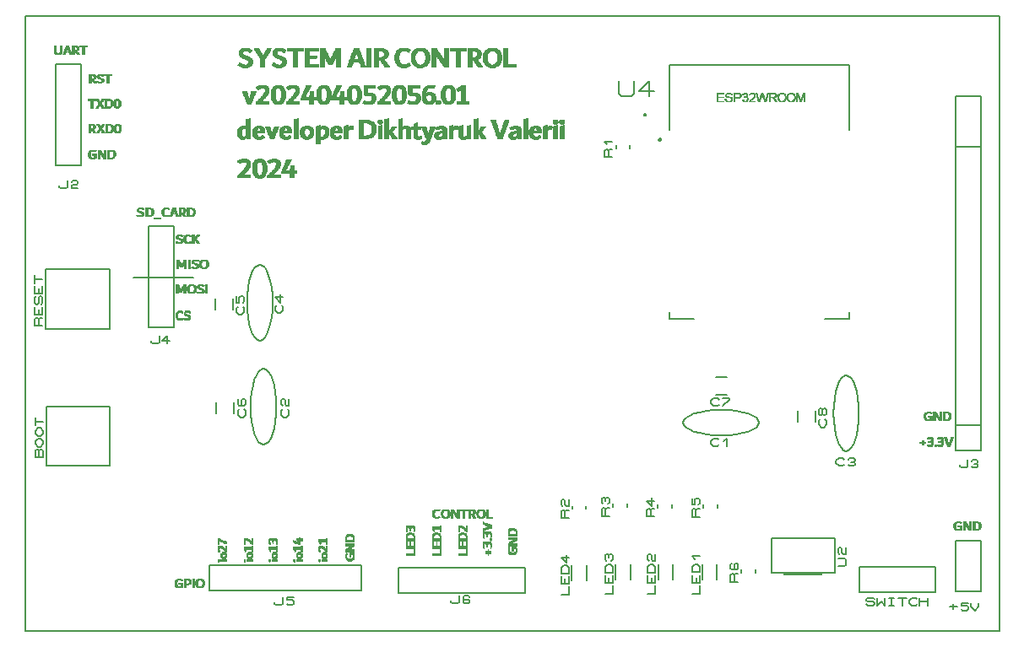
<source format=gbr>
G04 PROTEUS GERBER X2 FILE*
%TF.GenerationSoftware,Labcenter,Proteus,8.17-SP2-Build37159*%
%TF.CreationDate,2024-05-15T18:34:46+00:00*%
%TF.FileFunction,Legend,Top*%
%TF.FilePolarity,Positive*%
%TF.Part,Single*%
%TF.SameCoordinates,{2fb43601-861e-418b-a464-66e3711116c9}*%
%FSLAX45Y45*%
%MOMM*%
G01*
%TA.AperFunction,Material*%
%ADD26C,0.150000*%
%ADD27C,0.200000*%
%TA.AperFunction,NonMaterial*%
%ADD28C,0.150000*%
%TA.AperFunction,Profile*%
%ADD25C,0.150000*%
%TA.AperFunction,NonMaterial*%
%ADD29C,0.063500*%
%ADD72C,0.200000*%
%ADD73C,0.127000*%
%TD.AperFunction*%
D26*
X-721000Y-2769750D02*
X+549000Y-2769750D01*
X+549000Y-2515750D01*
X-721000Y-2515750D01*
X-721000Y-2769750D01*
X-192680Y-2851030D02*
X-192680Y-2863730D01*
X-179345Y-2876430D01*
X-126005Y-2876430D01*
X-112670Y-2863730D01*
X-112670Y-2800230D01*
X-5990Y-2812930D02*
X-19325Y-2800230D01*
X-59330Y-2800230D01*
X-72665Y-2812930D01*
X-72665Y-2863730D01*
X-59330Y-2876430D01*
X-19325Y-2876430D01*
X-5990Y-2863730D01*
X-5990Y-2851030D01*
X-19325Y-2838330D01*
X-72665Y-2838330D01*
X-4156000Y+1518250D02*
X-3902000Y+1518250D01*
X-3902000Y+2534250D01*
X-4156000Y+2534250D01*
X-4156000Y+1518250D01*
X-4121260Y+1313550D02*
X-4121260Y+1300850D01*
X-4107925Y+1288150D01*
X-4054585Y+1288150D01*
X-4041250Y+1300850D01*
X-4041250Y+1364350D01*
X-4001245Y+1351650D02*
X-3987910Y+1364350D01*
X-3947905Y+1364350D01*
X-3934570Y+1351650D01*
X-3934570Y+1338950D01*
X-3947905Y+1326250D01*
X-3987910Y+1326250D01*
X-4001245Y+1313550D01*
X-4001245Y+1288150D01*
X-3934570Y+1288150D01*
X+3770000Y-587750D02*
X+3795876Y-595266D01*
X+3819848Y-616920D01*
X+3841438Y-651374D01*
X+3860170Y-697288D01*
X+3875569Y-753321D01*
X+3887158Y-818136D01*
X+3894460Y-890392D01*
X+3897000Y-968750D01*
X+3770000Y-1349750D02*
X+3795876Y-1342130D01*
X+3819848Y-1320222D01*
X+3841438Y-1285456D01*
X+3860170Y-1239260D01*
X+3875569Y-1183062D01*
X+3887158Y-1118292D01*
X+3894460Y-1046379D01*
X+3897000Y-968750D01*
X+3770000Y-1349750D02*
X+3744124Y-1342130D01*
X+3720152Y-1320222D01*
X+3698562Y-1285456D01*
X+3679830Y-1239260D01*
X+3664431Y-1183062D01*
X+3652842Y-1118292D01*
X+3645540Y-1046379D01*
X+3643000Y-968750D01*
X+3770000Y-587750D02*
X+3744124Y-595266D01*
X+3720152Y-616920D01*
X+3698562Y-651374D01*
X+3679830Y-697288D01*
X+3664431Y-753321D01*
X+3652842Y-818136D01*
X+3645540Y-890392D01*
X+3643000Y-968750D01*
X+3748910Y-1484150D02*
X+3735575Y-1496850D01*
X+3695570Y-1496850D01*
X+3668900Y-1471450D01*
X+3668900Y-1446050D01*
X+3695570Y-1420650D01*
X+3735575Y-1420650D01*
X+3748910Y-1433350D01*
X+3788915Y-1433350D02*
X+3802250Y-1420650D01*
X+3842255Y-1420650D01*
X+3855590Y-1433350D01*
X+3855590Y-1446050D01*
X+3842255Y-1458750D01*
X+3855590Y-1471450D01*
X+3855590Y-1484150D01*
X+3842255Y-1496850D01*
X+3802250Y-1496850D01*
X+3788915Y-1484150D01*
X+3815585Y-1458750D02*
X+3842255Y-1458750D01*
X-2075000Y-1284750D02*
X-2100876Y-1277234D01*
X-2124848Y-1255580D01*
X-2146438Y-1221126D01*
X-2165170Y-1175212D01*
X-2180569Y-1119179D01*
X-2192158Y-1054364D01*
X-2199460Y-982108D01*
X-2202000Y-903750D01*
X-2075000Y-522750D02*
X-2100876Y-530370D01*
X-2124848Y-552278D01*
X-2146438Y-587044D01*
X-2165170Y-633240D01*
X-2180569Y-689438D01*
X-2192158Y-754208D01*
X-2199460Y-826121D01*
X-2202000Y-903750D01*
X-2075000Y-522750D02*
X-2049124Y-530370D01*
X-2025152Y-552278D01*
X-2003562Y-587044D01*
X-1984830Y-633240D01*
X-1969431Y-689438D01*
X-1957842Y-754208D01*
X-1950540Y-826121D01*
X-1948000Y-903750D01*
X-2075000Y-1284750D02*
X-2049124Y-1277234D01*
X-2025152Y-1255580D01*
X-2003562Y-1221126D01*
X-1984830Y-1175212D01*
X-1969431Y-1119179D01*
X-1957842Y-1054364D01*
X-1950540Y-982108D01*
X-1948000Y-903750D01*
X-1833380Y-930420D02*
X-1820680Y-943755D01*
X-1820680Y-983760D01*
X-1846080Y-1010430D01*
X-1871480Y-1010430D01*
X-1896880Y-983760D01*
X-1896880Y-943755D01*
X-1884180Y-930420D01*
X-1884180Y-890415D02*
X-1896880Y-877080D01*
X-1896880Y-837075D01*
X-1884180Y-823740D01*
X-1871480Y-823740D01*
X-1858780Y-837075D01*
X-1858780Y-877080D01*
X-1846080Y-890415D01*
X-1820680Y-890415D01*
X-1820680Y-823740D01*
X-2111000Y+522250D02*
X-2085124Y+514734D01*
X-2061152Y+493080D01*
X-2039562Y+458626D01*
X-2020830Y+412712D01*
X-2005431Y+356679D01*
X-1993842Y+291864D01*
X-1986540Y+219608D01*
X-1984000Y+141250D01*
X-2111000Y-239750D02*
X-2085124Y-232130D01*
X-2061152Y-210222D01*
X-2039562Y-175456D01*
X-2020830Y-129260D01*
X-2005431Y-73062D01*
X-1993842Y-8292D01*
X-1986540Y+63621D01*
X-1984000Y+141250D01*
X-2111000Y-239750D02*
X-2136876Y-232130D01*
X-2160848Y-210222D01*
X-2182438Y-175456D01*
X-2201170Y-129260D01*
X-2216569Y-73062D01*
X-2228158Y-8292D01*
X-2235460Y+63621D01*
X-2238000Y+141250D01*
X-2111000Y+522250D02*
X-2136876Y+514734D01*
X-2160848Y+493080D01*
X-2182438Y+458626D01*
X-2201170Y+412712D01*
X-2216569Y+356679D01*
X-2228158Y+291864D01*
X-2235460Y+219608D01*
X-2238000Y+141250D01*
X-1890020Y+114580D02*
X-1877320Y+101245D01*
X-1877320Y+61240D01*
X-1902720Y+34570D01*
X-1928120Y+34570D01*
X-1953520Y+61240D01*
X-1953520Y+101245D01*
X-1940820Y+114580D01*
X-1902720Y+221260D02*
X-1902720Y+141250D01*
X-1953520Y+194590D01*
X-1877320Y+194590D01*
X+3901000Y-2763750D02*
X+4663000Y-2763750D01*
X+4663000Y-2509750D01*
X+3901000Y-2509750D01*
X+3901000Y-2763750D01*
X+3971960Y-2886570D02*
X+3985295Y-2899270D01*
X+4038635Y-2899270D01*
X+4051970Y-2886570D01*
X+4051970Y-2873870D01*
X+4038635Y-2861170D01*
X+3985295Y-2861170D01*
X+3971960Y-2848470D01*
X+3971960Y-2835770D01*
X+3985295Y-2823070D01*
X+4038635Y-2823070D01*
X+4051970Y-2835770D01*
X+4078640Y-2823070D02*
X+4078640Y-2899270D01*
X+4118645Y-2861170D01*
X+4158650Y-2899270D01*
X+4158650Y-2823070D01*
X+4198655Y-2823070D02*
X+4251995Y-2823070D01*
X+4225325Y-2823070D02*
X+4225325Y-2899270D01*
X+4198655Y-2899270D02*
X+4251995Y-2899270D01*
X+4292000Y-2823070D02*
X+4372010Y-2823070D01*
X+4332005Y-2823070D02*
X+4332005Y-2899270D01*
X+4478690Y-2886570D02*
X+4465355Y-2899270D01*
X+4425350Y-2899270D01*
X+4398680Y-2873870D01*
X+4398680Y-2848470D01*
X+4425350Y-2823070D01*
X+4465355Y-2823070D01*
X+4478690Y-2835770D01*
X+4505360Y-2899270D02*
X+4505360Y-2823070D01*
X+4585370Y-2823070D02*
X+4585370Y-2899270D01*
X+4505360Y-2861170D02*
X+4585370Y-2861170D01*
X+4863000Y-2753750D02*
X+5117000Y-2753750D01*
X+5117000Y-2245750D01*
X+4863000Y-2245750D01*
X+4863000Y-2753750D01*
X+4804400Y-2909750D02*
X+4884410Y-2909750D01*
X+4844405Y-2884350D02*
X+4844405Y-2935150D01*
X+4991090Y-2871650D02*
X+4924415Y-2871650D01*
X+4924415Y-2897050D01*
X+4977755Y-2897050D01*
X+4991090Y-2909750D01*
X+4991090Y-2935150D01*
X+4977755Y-2947850D01*
X+4937750Y-2947850D01*
X+4924415Y-2935150D01*
X+5017760Y-2871650D02*
X+5017760Y-2909750D01*
X+5057765Y-2947850D01*
X+5097770Y-2909750D01*
X+5097770Y-2871650D01*
X+3659120Y-2218910D02*
X+3019040Y-2218910D01*
X+3019040Y-2566890D01*
X+3659120Y-2566890D01*
X+3659120Y-2221450D01*
X+3524500Y-2566890D02*
X+3524500Y-2587210D01*
X+3146040Y-2587210D01*
X+3146040Y-2569430D01*
X+3689600Y-2503390D02*
X+3753100Y-2503390D01*
X+3765800Y-2490055D01*
X+3765800Y-2436715D01*
X+3753100Y-2423380D01*
X+3689600Y-2423380D01*
X+3702300Y-2383375D02*
X+3689600Y-2370040D01*
X+3689600Y-2330035D01*
X+3702300Y-2316700D01*
X+3715000Y-2316700D01*
X+3727700Y-2330035D01*
X+3727700Y-2370040D01*
X+3740400Y-2383375D01*
X+3765800Y-2383375D01*
X+3765800Y-2316700D01*
D27*
X+2860000Y-2567750D02*
X+2860000Y-2537750D01*
X+2720000Y-2567750D02*
X+2720000Y-2537750D01*
D26*
X+2684600Y-2659430D02*
X+2608400Y-2659430D01*
X+2608400Y-2592755D01*
X+2621100Y-2579420D01*
X+2633800Y-2579420D01*
X+2646500Y-2592755D01*
X+2646500Y-2659430D01*
X+2646500Y-2592755D02*
X+2659200Y-2579420D01*
X+2684600Y-2579420D01*
X+2621100Y-2472740D02*
X+2608400Y-2486075D01*
X+2608400Y-2526080D01*
X+2621100Y-2539415D01*
X+2671900Y-2539415D01*
X+2684600Y-2526080D01*
X+2684600Y-2486075D01*
X+2671900Y-2472740D01*
X+2659200Y-2472740D01*
X+2646500Y-2486075D01*
X+2646500Y-2539415D01*
D27*
X+1600000Y+1692250D02*
X+1600000Y+1722250D01*
X+1460000Y+1692250D02*
X+1460000Y+1722250D01*
D26*
X+1424600Y+1600570D02*
X+1348400Y+1600570D01*
X+1348400Y+1667245D01*
X+1361100Y+1680580D01*
X+1373800Y+1680580D01*
X+1386500Y+1667245D01*
X+1386500Y+1600570D01*
X+1386500Y+1667245D02*
X+1399200Y+1680580D01*
X+1424600Y+1680580D01*
X+1373800Y+1733920D02*
X+1348400Y+1760590D01*
X+1424600Y+1760590D01*
X+1016340Y-2648930D02*
X+1016340Y-2496530D01*
X+1163660Y-2646390D02*
X+1163660Y-2496530D01*
X+909660Y-2788630D02*
X+985860Y-2788630D01*
X+985860Y-2708620D01*
X+985860Y-2601940D02*
X+985860Y-2681950D01*
X+909660Y-2681950D01*
X+909660Y-2601940D01*
X+947760Y-2681950D02*
X+947760Y-2628610D01*
X+985860Y-2575270D02*
X+909660Y-2575270D01*
X+909660Y-2521930D01*
X+935060Y-2495260D01*
X+960460Y-2495260D01*
X+985860Y-2521930D01*
X+985860Y-2575270D01*
X+960460Y-2388580D02*
X+960460Y-2468590D01*
X+909660Y-2415250D01*
X+985860Y-2415250D01*
D27*
X+1161000Y-1927750D02*
X+1161000Y-1897750D01*
X+1021000Y-1927750D02*
X+1021000Y-1897750D01*
D26*
X+985600Y-2019430D02*
X+909400Y-2019430D01*
X+909400Y-1952755D01*
X+922100Y-1939420D01*
X+934800Y-1939420D01*
X+947500Y-1952755D01*
X+947500Y-2019430D01*
X+947500Y-1952755D02*
X+960200Y-1939420D01*
X+985600Y-1939420D01*
X+922100Y-1899415D02*
X+909400Y-1886080D01*
X+909400Y-1846075D01*
X+922100Y-1832740D01*
X+934800Y-1832740D01*
X+947500Y-1846075D01*
X+947500Y-1886080D01*
X+960200Y-1899415D01*
X+985600Y-1899415D01*
X+985600Y-1832740D01*
X+1457340Y-2640930D02*
X+1457340Y-2488530D01*
X+1604660Y-2638390D02*
X+1604660Y-2488530D01*
X+1350660Y-2780630D02*
X+1426860Y-2780630D01*
X+1426860Y-2700620D01*
X+1426860Y-2593940D02*
X+1426860Y-2673950D01*
X+1350660Y-2673950D01*
X+1350660Y-2593940D01*
X+1388760Y-2673950D02*
X+1388760Y-2620610D01*
X+1426860Y-2567270D02*
X+1350660Y-2567270D01*
X+1350660Y-2513930D01*
X+1376060Y-2487260D01*
X+1401460Y-2487260D01*
X+1426860Y-2513930D01*
X+1426860Y-2567270D01*
X+1363360Y-2447255D02*
X+1350660Y-2433920D01*
X+1350660Y-2393915D01*
X+1363360Y-2380580D01*
X+1376060Y-2380580D01*
X+1388760Y-2393915D01*
X+1401460Y-2380580D01*
X+1414160Y-2380580D01*
X+1426860Y-2393915D01*
X+1426860Y-2433920D01*
X+1414160Y-2447255D01*
X+1388760Y-2420585D02*
X+1388760Y-2393915D01*
D27*
X+1571000Y-1907750D02*
X+1571000Y-1877750D01*
X+1431000Y-1907750D02*
X+1431000Y-1877750D01*
D26*
X+1395600Y-1999430D02*
X+1319400Y-1999430D01*
X+1319400Y-1932755D01*
X+1332100Y-1919420D01*
X+1344800Y-1919420D01*
X+1357500Y-1932755D01*
X+1357500Y-1999430D01*
X+1357500Y-1932755D02*
X+1370200Y-1919420D01*
X+1395600Y-1919420D01*
X+1332100Y-1879415D02*
X+1319400Y-1866080D01*
X+1319400Y-1826075D01*
X+1332100Y-1812740D01*
X+1344800Y-1812740D01*
X+1357500Y-1826075D01*
X+1370200Y-1812740D01*
X+1382900Y-1812740D01*
X+1395600Y-1826075D01*
X+1395600Y-1866080D01*
X+1382900Y-1879415D01*
X+1357500Y-1852745D02*
X+1357500Y-1826075D01*
X+1884340Y-2640930D02*
X+1884340Y-2488530D01*
X+2031660Y-2638390D02*
X+2031660Y-2488530D01*
X+1777660Y-2780630D02*
X+1853860Y-2780630D01*
X+1853860Y-2700620D01*
X+1853860Y-2593940D02*
X+1853860Y-2673950D01*
X+1777660Y-2673950D01*
X+1777660Y-2593940D01*
X+1815760Y-2673950D02*
X+1815760Y-2620610D01*
X+1853860Y-2567270D02*
X+1777660Y-2567270D01*
X+1777660Y-2513930D01*
X+1803060Y-2487260D01*
X+1828460Y-2487260D01*
X+1853860Y-2513930D01*
X+1853860Y-2567270D01*
X+1790360Y-2447255D02*
X+1777660Y-2433920D01*
X+1777660Y-2393915D01*
X+1790360Y-2380580D01*
X+1803060Y-2380580D01*
X+1815760Y-2393915D01*
X+1815760Y-2433920D01*
X+1828460Y-2447255D01*
X+1853860Y-2447255D01*
X+1853860Y-2380580D01*
D27*
X+2022000Y-1914750D02*
X+2022000Y-1884750D01*
X+1882000Y-1914750D02*
X+1882000Y-1884750D01*
D26*
X+1846600Y-2006430D02*
X+1770400Y-2006430D01*
X+1770400Y-1939755D01*
X+1783100Y-1926420D01*
X+1795800Y-1926420D01*
X+1808500Y-1939755D01*
X+1808500Y-2006430D01*
X+1808500Y-1939755D02*
X+1821200Y-1926420D01*
X+1846600Y-1926420D01*
X+1821200Y-1819740D02*
X+1821200Y-1899750D01*
X+1770400Y-1846410D01*
X+1846600Y-1846410D01*
X+2325940Y-2638130D02*
X+2325940Y-2485730D01*
X+2473260Y-2635590D02*
X+2473260Y-2485730D01*
X+2229260Y-2777830D02*
X+2305460Y-2777830D01*
X+2305460Y-2697820D01*
X+2305460Y-2591140D02*
X+2305460Y-2671150D01*
X+2229260Y-2671150D01*
X+2229260Y-2591140D01*
X+2267360Y-2671150D02*
X+2267360Y-2617810D01*
X+2305460Y-2564470D02*
X+2229260Y-2564470D01*
X+2229260Y-2511130D01*
X+2254660Y-2484460D01*
X+2280060Y-2484460D01*
X+2305460Y-2511130D01*
X+2305460Y-2564470D01*
X+2254660Y-2431120D02*
X+2229260Y-2404450D01*
X+2305460Y-2404450D01*
D27*
X+2475600Y-1915950D02*
X+2475600Y-1885950D01*
X+2335600Y-1915950D02*
X+2335600Y-1885950D01*
D26*
X+2300200Y-2007630D02*
X+2224000Y-2007630D01*
X+2224000Y-1940955D01*
X+2236700Y-1927620D01*
X+2249400Y-1927620D01*
X+2262100Y-1940955D01*
X+2262100Y-2007630D01*
X+2262100Y-1940955D02*
X+2274800Y-1927620D01*
X+2300200Y-1927620D01*
X+2224000Y-1820940D02*
X+2224000Y-1887615D01*
X+2249400Y-1887615D01*
X+2249400Y-1834275D01*
X+2262100Y-1820940D01*
X+2287500Y-1820940D01*
X+2300200Y-1834275D01*
X+2300200Y-1874280D01*
X+2287500Y-1887615D01*
X-4260000Y-122750D02*
X-3620000Y-122750D01*
X-3620000Y+477250D01*
X-4260000Y+477250D01*
X-4260000Y-122750D01*
X-4290480Y-89450D02*
X-4366680Y-89450D01*
X-4366680Y-22775D01*
X-4353980Y-9440D01*
X-4341280Y-9440D01*
X-4328580Y-22775D01*
X-4328580Y-89450D01*
X-4328580Y-22775D02*
X-4315880Y-9440D01*
X-4290480Y-9440D01*
X-4290480Y+97240D02*
X-4290480Y+17230D01*
X-4366680Y+17230D01*
X-4366680Y+97240D01*
X-4328580Y+17230D02*
X-4328580Y+70570D01*
X-4303180Y+123910D02*
X-4290480Y+137245D01*
X-4290480Y+190585D01*
X-4303180Y+203920D01*
X-4315880Y+203920D01*
X-4328580Y+190585D01*
X-4328580Y+137245D01*
X-4341280Y+123910D01*
X-4353980Y+123910D01*
X-4366680Y+137245D01*
X-4366680Y+190585D01*
X-4353980Y+203920D01*
X-4290480Y+310600D02*
X-4290480Y+230590D01*
X-4366680Y+230590D01*
X-4366680Y+310600D01*
X-4328580Y+230590D02*
X-4328580Y+283930D01*
X-4366680Y+337270D02*
X-4366680Y+417280D01*
X-4366680Y+377275D02*
X-4290480Y+377275D01*
X-4255000Y-1497750D02*
X-3615000Y-1497750D01*
X-3615000Y-897750D01*
X-4255000Y-897750D01*
X-4255000Y-1497750D01*
X-4285480Y-1411110D02*
X-4361680Y-1411110D01*
X-4361680Y-1344435D01*
X-4348980Y-1331100D01*
X-4336280Y-1331100D01*
X-4323580Y-1344435D01*
X-4310880Y-1331100D01*
X-4298180Y-1331100D01*
X-4285480Y-1344435D01*
X-4285480Y-1411110D01*
X-4323580Y-1411110D02*
X-4323580Y-1344435D01*
X-4336280Y-1304430D02*
X-4361680Y-1277760D01*
X-4361680Y-1251090D01*
X-4336280Y-1224420D01*
X-4310880Y-1224420D01*
X-4285480Y-1251090D01*
X-4285480Y-1277760D01*
X-4310880Y-1304430D01*
X-4336280Y-1304430D01*
X-4336280Y-1197750D02*
X-4361680Y-1171080D01*
X-4361680Y-1144410D01*
X-4336280Y-1117740D01*
X-4310880Y-1117740D01*
X-4285480Y-1144410D01*
X-4285480Y-1171080D01*
X-4310880Y-1197750D01*
X-4336280Y-1197750D01*
X-4361680Y-1091070D02*
X-4361680Y-1011060D01*
X-4361680Y-1051065D02*
X-4285480Y-1051065D01*
X+2897000Y-1062750D02*
X+2889484Y-1088626D01*
X+2867830Y-1112598D01*
X+2833376Y-1134188D01*
X+2787462Y-1152920D01*
X+2731428Y-1168319D01*
X+2666614Y-1179908D01*
X+2594358Y-1187210D01*
X+2516000Y-1189750D01*
X+2135000Y-1062750D02*
X+2142620Y-1088626D01*
X+2164528Y-1112598D01*
X+2199294Y-1134188D01*
X+2245490Y-1152920D01*
X+2301688Y-1168319D01*
X+2366458Y-1179908D01*
X+2438371Y-1187210D01*
X+2516000Y-1189750D01*
X+2135000Y-1062750D02*
X+2142620Y-1036874D01*
X+2164528Y-1012902D01*
X+2199294Y-991312D01*
X+2245490Y-972580D01*
X+2301688Y-957181D01*
X+2366458Y-945592D01*
X+2438371Y-938290D01*
X+2516000Y-935750D01*
X+2897000Y-1062750D02*
X+2889484Y-1036874D01*
X+2867830Y-1012902D01*
X+2833376Y-991312D01*
X+2787462Y-972580D01*
X+2731428Y-957181D01*
X+2666614Y-945592D01*
X+2594358Y-938290D01*
X+2516000Y-935750D01*
X+2489330Y-1283730D02*
X+2475995Y-1296430D01*
X+2435990Y-1296430D01*
X+2409320Y-1271030D01*
X+2409320Y-1245630D01*
X+2435990Y-1220230D01*
X+2475995Y-1220230D01*
X+2489330Y-1232930D01*
X+2542670Y-1245630D02*
X+2569340Y-1220230D01*
X+2569340Y-1296430D01*
D28*
X-3380000Y+397250D02*
X-2780000Y+397250D01*
D26*
X-3227000Y-107750D02*
X-2973000Y-107750D01*
X-2973000Y+908250D01*
X-3227000Y+908250D01*
X-3227000Y-107750D01*
X-3201100Y-242450D02*
X-3201100Y-255150D01*
X-3187765Y-267850D01*
X-3134425Y-267850D01*
X-3121090Y-255150D01*
X-3121090Y-191650D01*
X-3014410Y-242450D02*
X-3094420Y-242450D01*
X-3041080Y-191650D01*
X-3041080Y-267850D01*
D25*
X-4465000Y-3152750D02*
X+5305000Y-3152750D01*
X+5305000Y+3017250D01*
X-4465000Y+3017250D01*
X-4465000Y-3152750D01*
D29*
X-2289200Y+2504670D02*
X-2238400Y+2504670D01*
X-1948840Y+2504670D02*
X-1898040Y+2504670D01*
X-694080Y+2504670D02*
X-643280Y+2504670D01*
X-531520Y+2504670D02*
X-480720Y+2504670D01*
X+189840Y+2504670D02*
X+240640Y+2504670D01*
X-2304440Y+2509750D02*
X-2223160Y+2509750D01*
X-2106320Y+2509750D02*
X-2065680Y+2509750D01*
X-1964080Y+2509750D02*
X-1882800Y+2509750D01*
X-1776120Y+2509750D02*
X-1735480Y+2509750D01*
X-1659280Y+2509750D02*
X-1527200Y+2509750D01*
X-1506880Y+2509750D02*
X-1466240Y+2509750D01*
X-1349400Y+2509750D02*
X-1308760Y+2509750D01*
X-1237640Y+2509750D02*
X-1197000Y+2509750D01*
X-1100480Y+2509750D02*
X-1054760Y+2509750D01*
X-1039520Y+2509750D02*
X-998880Y+2509750D01*
X-963320Y+2509750D02*
X-922680Y+2509750D01*
X-861720Y+2509750D02*
X-816000Y+2509750D01*
X-709320Y+2509750D02*
X-628040Y+2509750D01*
X-546760Y+2509750D02*
X-465480Y+2509750D01*
X-389280Y+2509750D02*
X-348640Y+2509750D01*
X-267360Y+2509750D02*
X-221640Y+2509750D01*
X-145440Y+2509750D02*
X-104800Y+2509750D01*
X-28600Y+2509750D02*
X+12040Y+2509750D01*
X+73000Y+2509750D02*
X+118720Y+2509750D01*
X+174600Y+2509750D02*
X+255880Y+2509750D01*
X+332080Y+2509750D02*
X+459080Y+2509750D01*
X-2319680Y+2514830D02*
X-2213000Y+2514830D01*
X-2106320Y+2514830D02*
X-2065680Y+2514830D01*
X-1979320Y+2514830D02*
X-1872640Y+2514830D01*
X-1776120Y+2514830D02*
X-1735480Y+2514830D01*
X-1659280Y+2514830D02*
X-1527200Y+2514830D01*
X-1506880Y+2514830D02*
X-1466240Y+2514830D01*
X-1349400Y+2514830D02*
X-1308760Y+2514830D01*
X-1237640Y+2514830D02*
X-1191920Y+2514830D01*
X-1100480Y+2514830D02*
X-1054760Y+2514830D01*
X-1039520Y+2514830D02*
X-998880Y+2514830D01*
X-963320Y+2514830D02*
X-922680Y+2514830D01*
X-866800Y+2514830D02*
X-816000Y+2514830D01*
X-719480Y+2514830D02*
X-617880Y+2514830D01*
X-556920Y+2514830D02*
X-455320Y+2514830D01*
X-389280Y+2514830D02*
X-348640Y+2514830D01*
X-267360Y+2514830D02*
X-221640Y+2514830D01*
X-145440Y+2514830D02*
X-104800Y+2514830D01*
X-28600Y+2514830D02*
X+12040Y+2514830D01*
X+67920Y+2514830D02*
X+118720Y+2514830D01*
X+164440Y+2514830D02*
X+266040Y+2514830D01*
X+332080Y+2514830D02*
X+459080Y+2514830D01*
X-2324760Y+2519910D02*
X-2202840Y+2519910D01*
X-2106320Y+2519910D02*
X-2065680Y+2519910D01*
X-1984400Y+2519910D02*
X-1862480Y+2519910D01*
X-1776120Y+2519910D02*
X-1735480Y+2519910D01*
X-1659280Y+2519910D02*
X-1527200Y+2519910D01*
X-1506880Y+2519910D02*
X-1466240Y+2519910D01*
X-1349400Y+2519910D02*
X-1308760Y+2519910D01*
X-1237640Y+2519910D02*
X-1191920Y+2519910D01*
X-1100480Y+2519910D02*
X-1054760Y+2519910D01*
X-1039520Y+2519910D02*
X-998880Y+2519910D01*
X-963320Y+2519910D02*
X-922680Y+2519910D01*
X-866800Y+2519910D02*
X-821080Y+2519910D01*
X-729640Y+2519910D02*
X-607720Y+2519910D01*
X-562000Y+2519910D02*
X-445160Y+2519910D01*
X-389280Y+2519910D02*
X-348640Y+2519910D01*
X-272440Y+2519910D02*
X-221640Y+2519910D01*
X-145440Y+2519910D02*
X-104800Y+2519910D01*
X-28600Y+2519910D02*
X+12040Y+2519910D01*
X+67920Y+2519910D02*
X+113640Y+2519910D01*
X+159360Y+2519910D02*
X+276200Y+2519910D01*
X+332080Y+2519910D02*
X+459080Y+2519910D01*
X-2334920Y+2524990D02*
X-2202840Y+2524990D01*
X-2106320Y+2524990D02*
X-2065680Y+2524990D01*
X-1994560Y+2524990D02*
X-1862480Y+2524990D01*
X-1776120Y+2524990D02*
X-1735480Y+2524990D01*
X-1659280Y+2524990D02*
X-1527200Y+2524990D01*
X-1506880Y+2524990D02*
X-1466240Y+2524990D01*
X-1349400Y+2524990D02*
X-1308760Y+2524990D01*
X-1232560Y+2524990D02*
X-1191920Y+2524990D01*
X-1105560Y+2524990D02*
X-1059840Y+2524990D01*
X-1039520Y+2524990D02*
X-998880Y+2524990D01*
X-963320Y+2524990D02*
X-922680Y+2524990D01*
X-871880Y+2524990D02*
X-826160Y+2524990D01*
X-734720Y+2524990D02*
X-602640Y+2524990D01*
X-567080Y+2524990D02*
X-440080Y+2524990D01*
X-389280Y+2524990D02*
X-348640Y+2524990D01*
X-277520Y+2524990D02*
X-221640Y+2524990D01*
X-145440Y+2524990D02*
X-104800Y+2524990D01*
X-28600Y+2524990D02*
X+12040Y+2524990D01*
X+62840Y+2524990D02*
X+108560Y+2524990D01*
X+154280Y+2524990D02*
X+281280Y+2524990D01*
X+332080Y+2524990D02*
X+459080Y+2524990D01*
X-2334920Y+2530070D02*
X-2197760Y+2530070D01*
X-2106320Y+2530070D02*
X-2065680Y+2530070D01*
X-1994560Y+2530070D02*
X-1857400Y+2530070D01*
X-1776120Y+2530070D02*
X-1735480Y+2530070D01*
X-1659280Y+2530070D02*
X-1527200Y+2530070D01*
X-1506880Y+2530070D02*
X-1466240Y+2530070D01*
X-1349400Y+2530070D02*
X-1308760Y+2530070D01*
X-1232560Y+2530070D02*
X-1186840Y+2530070D01*
X-1105560Y+2530070D02*
X-1059840Y+2530070D01*
X-1039520Y+2530070D02*
X-998880Y+2530070D01*
X-963320Y+2530070D02*
X-922680Y+2530070D01*
X-876960Y+2530070D02*
X-826160Y+2530070D01*
X-739800Y+2530070D02*
X-607720Y+2530070D01*
X-572160Y+2530070D02*
X-435000Y+2530070D01*
X-389280Y+2530070D02*
X-348640Y+2530070D01*
X-277520Y+2530070D02*
X-221640Y+2530070D01*
X-145440Y+2530070D02*
X-104800Y+2530070D01*
X-28600Y+2530070D02*
X+12040Y+2530070D01*
X+57760Y+2530070D02*
X+108560Y+2530070D01*
X+149200Y+2530070D02*
X+286360Y+2530070D01*
X+332080Y+2530070D02*
X+459080Y+2530070D01*
X-2329840Y+2535150D02*
X-2273960Y+2535150D01*
X-2248560Y+2535150D02*
X-2192680Y+2535150D01*
X-2106320Y+2535150D02*
X-2065680Y+2535150D01*
X-1989480Y+2535150D02*
X-1933600Y+2535150D01*
X-1908200Y+2535150D02*
X-1852320Y+2535150D01*
X-1776120Y+2535150D02*
X-1735480Y+2535150D01*
X-1659280Y+2535150D02*
X-1527200Y+2535150D01*
X-1506880Y+2535150D02*
X-1466240Y+2535150D01*
X-1425600Y+2535150D02*
X-1390040Y+2535150D01*
X-1349400Y+2535150D02*
X-1308760Y+2535150D01*
X-1227480Y+2535150D02*
X-1186840Y+2535150D01*
X-1105560Y+2535150D02*
X-1064920Y+2535150D01*
X-1039520Y+2535150D02*
X-998880Y+2535150D01*
X-963320Y+2535150D02*
X-922680Y+2535150D01*
X-876960Y+2535150D02*
X-831240Y+2535150D01*
X-739800Y+2535150D02*
X-673760Y+2535150D01*
X-658520Y+2535150D02*
X-607720Y+2535150D01*
X-577240Y+2535150D02*
X-516280Y+2535150D01*
X-490880Y+2535150D02*
X-429920Y+2535150D01*
X-389280Y+2535150D02*
X-348640Y+2535150D01*
X-282600Y+2535150D02*
X-221640Y+2535150D01*
X-145440Y+2535150D02*
X-104800Y+2535150D01*
X-28600Y+2535150D02*
X+12040Y+2535150D01*
X+57760Y+2535150D02*
X+103480Y+2535150D01*
X+144120Y+2535150D02*
X+205080Y+2535150D01*
X+230480Y+2535150D02*
X+291440Y+2535150D01*
X+332080Y+2535150D02*
X+459080Y+2535150D01*
X-2324760Y+2540230D02*
X-2294280Y+2540230D01*
X-2238400Y+2540230D02*
X-2192680Y+2540230D01*
X-2106320Y+2540230D02*
X-2065680Y+2540230D01*
X-1984400Y+2540230D02*
X-1953920Y+2540230D01*
X-1898040Y+2540230D02*
X-1852320Y+2540230D01*
X-1776120Y+2540230D02*
X-1735480Y+2540230D01*
X-1659280Y+2540230D02*
X-1618640Y+2540230D01*
X-1506880Y+2540230D02*
X-1466240Y+2540230D01*
X-1430680Y+2540230D02*
X-1384960Y+2540230D01*
X-1349400Y+2540230D02*
X-1308760Y+2540230D01*
X-1227480Y+2540230D02*
X-1186840Y+2540230D01*
X-1110640Y+2540230D02*
X-1064920Y+2540230D01*
X-1039520Y+2540230D02*
X-998880Y+2540230D01*
X-963320Y+2540230D02*
X-922680Y+2540230D01*
X-882040Y+2540230D02*
X-836320Y+2540230D01*
X-744880Y+2540230D02*
X-694080Y+2540230D01*
X-638200Y+2540230D02*
X-612800Y+2540230D01*
X-582320Y+2540230D02*
X-531520Y+2540230D01*
X-475640Y+2540230D02*
X-424840Y+2540230D01*
X-389280Y+2540230D02*
X-348640Y+2540230D01*
X-287680Y+2540230D02*
X-221640Y+2540230D01*
X-145440Y+2540230D02*
X-104800Y+2540230D01*
X-28600Y+2540230D02*
X+12040Y+2540230D01*
X+52680Y+2540230D02*
X+98400Y+2540230D01*
X+139040Y+2540230D02*
X+189840Y+2540230D01*
X+245720Y+2540230D02*
X+296520Y+2540230D01*
X+332080Y+2540230D02*
X+372720Y+2540230D01*
X-2324760Y+2545310D02*
X-2299360Y+2545310D01*
X-2233320Y+2545310D02*
X-2187600Y+2545310D01*
X-2106320Y+2545310D02*
X-2065680Y+2545310D01*
X-1984400Y+2545310D02*
X-1959000Y+2545310D01*
X-1892960Y+2545310D02*
X-1847240Y+2545310D01*
X-1776120Y+2545310D02*
X-1735480Y+2545310D01*
X-1659280Y+2545310D02*
X-1618640Y+2545310D01*
X-1506880Y+2545310D02*
X-1466240Y+2545310D01*
X-1430680Y+2545310D02*
X-1384960Y+2545310D01*
X-1349400Y+2545310D02*
X-1308760Y+2545310D01*
X-1227480Y+2545310D02*
X-1181760Y+2545310D01*
X-1110640Y+2545310D02*
X-1064920Y+2545310D01*
X-1039520Y+2545310D02*
X-998880Y+2545310D01*
X-963320Y+2545310D02*
X-922680Y+2545310D01*
X-887120Y+2545310D02*
X-841400Y+2545310D01*
X-749960Y+2545310D02*
X-699160Y+2545310D01*
X-628040Y+2545310D02*
X-612800Y+2545310D01*
X-582320Y+2545310D02*
X-536600Y+2545310D01*
X-470560Y+2545310D02*
X-424840Y+2545310D01*
X-389280Y+2545310D02*
X-348640Y+2545310D01*
X-292760Y+2545310D02*
X-221640Y+2545310D01*
X-145440Y+2545310D02*
X-104800Y+2545310D01*
X-28600Y+2545310D02*
X+12040Y+2545310D01*
X+47600Y+2545310D02*
X+93320Y+2545310D01*
X+139040Y+2545310D02*
X+184760Y+2545310D01*
X+250800Y+2545310D02*
X+296520Y+2545310D01*
X+332080Y+2545310D02*
X+372720Y+2545310D01*
X-2319680Y+2550390D02*
X-2309520Y+2550390D01*
X-2228240Y+2550390D02*
X-2187600Y+2550390D01*
X-2106320Y+2550390D02*
X-2065680Y+2550390D01*
X-1979320Y+2550390D02*
X-1969160Y+2550390D01*
X-1887880Y+2550390D02*
X-1847240Y+2550390D01*
X-1776120Y+2550390D02*
X-1735480Y+2550390D01*
X-1659280Y+2550390D02*
X-1618640Y+2550390D01*
X-1506880Y+2550390D02*
X-1466240Y+2550390D01*
X-1435760Y+2550390D02*
X-1379880Y+2550390D01*
X-1349400Y+2550390D02*
X-1308760Y+2550390D01*
X-1222400Y+2550390D02*
X-1181760Y+2550390D01*
X-1110640Y+2550390D02*
X-1070000Y+2550390D01*
X-1039520Y+2550390D02*
X-998880Y+2550390D01*
X-963320Y+2550390D02*
X-922680Y+2550390D01*
X-887120Y+2550390D02*
X-841400Y+2550390D01*
X-749960Y+2550390D02*
X-704240Y+2550390D01*
X-622960Y+2550390D02*
X-617880Y+2550390D01*
X-587400Y+2550390D02*
X-541680Y+2550390D01*
X-465480Y+2550390D02*
X-419760Y+2550390D01*
X-389280Y+2550390D02*
X-348640Y+2550390D01*
X-292760Y+2550390D02*
X-221640Y+2550390D01*
X-145440Y+2550390D02*
X-104800Y+2550390D01*
X-28600Y+2550390D02*
X+12040Y+2550390D01*
X+47600Y+2550390D02*
X+93320Y+2550390D01*
X+133960Y+2550390D02*
X+179680Y+2550390D01*
X+255880Y+2550390D02*
X+301600Y+2550390D01*
X+332080Y+2550390D02*
X+372720Y+2550390D01*
X-2228240Y+2555470D02*
X-2187600Y+2555470D01*
X-2106320Y+2555470D02*
X-2065680Y+2555470D01*
X-1887880Y+2555470D02*
X-1847240Y+2555470D01*
X-1776120Y+2555470D02*
X-1735480Y+2555470D01*
X-1659280Y+2555470D02*
X-1618640Y+2555470D01*
X-1506880Y+2555470D02*
X-1466240Y+2555470D01*
X-1435760Y+2555470D02*
X-1379880Y+2555470D01*
X-1349400Y+2555470D02*
X-1308760Y+2555470D01*
X-1222400Y+2555470D02*
X-1181760Y+2555470D01*
X-1115720Y+2555470D02*
X-1070000Y+2555470D01*
X-1039520Y+2555470D02*
X-998880Y+2555470D01*
X-963320Y+2555470D02*
X-922680Y+2555470D01*
X-892200Y+2555470D02*
X-846480Y+2555470D01*
X-755040Y+2555470D02*
X-709320Y+2555470D01*
X-587400Y+2555470D02*
X-546760Y+2555470D01*
X-460400Y+2555470D02*
X-419760Y+2555470D01*
X-389280Y+2555470D02*
X-348640Y+2555470D01*
X-297840Y+2555470D02*
X-221640Y+2555470D01*
X-145440Y+2555470D02*
X-104800Y+2555470D01*
X-28600Y+2555470D02*
X+12040Y+2555470D01*
X+42520Y+2555470D02*
X+88240Y+2555470D01*
X+133960Y+2555470D02*
X+174600Y+2555470D01*
X+260960Y+2555470D02*
X+301600Y+2555470D01*
X+332080Y+2555470D02*
X+372720Y+2555470D01*
X-2228240Y+2560550D02*
X-2187600Y+2560550D01*
X-2106320Y+2560550D02*
X-2065680Y+2560550D01*
X-1887880Y+2560550D02*
X-1847240Y+2560550D01*
X-1776120Y+2560550D02*
X-1735480Y+2560550D01*
X-1659280Y+2560550D02*
X-1618640Y+2560550D01*
X-1506880Y+2560550D02*
X-1466240Y+2560550D01*
X-1440840Y+2560550D02*
X-1374800Y+2560550D01*
X-1349400Y+2560550D02*
X-1308760Y+2560550D01*
X-1222400Y+2560550D02*
X-1070000Y+2560550D01*
X-1039520Y+2560550D02*
X-998880Y+2560550D01*
X-963320Y+2560550D02*
X-922680Y+2560550D01*
X-897280Y+2560550D02*
X-851560Y+2560550D01*
X-755040Y+2560550D02*
X-709320Y+2560550D01*
X-592480Y+2560550D02*
X-546760Y+2560550D01*
X-460400Y+2560550D02*
X-414680Y+2560550D01*
X-389280Y+2560550D02*
X-348640Y+2560550D01*
X-302920Y+2560550D02*
X-221640Y+2560550D01*
X-145440Y+2560550D02*
X-104800Y+2560550D01*
X-28600Y+2560550D02*
X+12040Y+2560550D01*
X+37440Y+2560550D02*
X+83160Y+2560550D01*
X+128880Y+2560550D02*
X+174600Y+2560550D01*
X+260960Y+2560550D02*
X+306680Y+2560550D01*
X+332080Y+2560550D02*
X+372720Y+2560550D01*
X-2228240Y+2565630D02*
X-2187600Y+2565630D01*
X-2106320Y+2565630D02*
X-2065680Y+2565630D01*
X-1887880Y+2565630D02*
X-1847240Y+2565630D01*
X-1776120Y+2565630D02*
X-1735480Y+2565630D01*
X-1659280Y+2565630D02*
X-1618640Y+2565630D01*
X-1506880Y+2565630D02*
X-1466240Y+2565630D01*
X-1440840Y+2565630D02*
X-1374800Y+2565630D01*
X-1349400Y+2565630D02*
X-1308760Y+2565630D01*
X-1217320Y+2565630D02*
X-1075080Y+2565630D01*
X-1039520Y+2565630D02*
X-998880Y+2565630D01*
X-963320Y+2565630D02*
X-922680Y+2565630D01*
X-902360Y+2565630D02*
X-856640Y+2565630D01*
X-755040Y+2565630D02*
X-714400Y+2565630D01*
X-592480Y+2565630D02*
X-551840Y+2565630D01*
X-455320Y+2565630D02*
X-414680Y+2565630D01*
X-389280Y+2565630D02*
X-348640Y+2565630D01*
X-302920Y+2565630D02*
X-221640Y+2565630D01*
X-145440Y+2565630D02*
X-104800Y+2565630D01*
X-28600Y+2565630D02*
X+12040Y+2565630D01*
X+32360Y+2565630D02*
X+78080Y+2565630D01*
X+128880Y+2565630D02*
X+169520Y+2565630D01*
X+266040Y+2565630D02*
X+306680Y+2565630D01*
X+332080Y+2565630D02*
X+372720Y+2565630D01*
X-2228240Y+2570710D02*
X-2187600Y+2570710D01*
X-2106320Y+2570710D02*
X-2065680Y+2570710D01*
X-1887880Y+2570710D02*
X-1847240Y+2570710D01*
X-1776120Y+2570710D02*
X-1735480Y+2570710D01*
X-1659280Y+2570710D02*
X-1618640Y+2570710D01*
X-1506880Y+2570710D02*
X-1466240Y+2570710D01*
X-1445920Y+2570710D02*
X-1369720Y+2570710D01*
X-1349400Y+2570710D02*
X-1308760Y+2570710D01*
X-1217320Y+2570710D02*
X-1075080Y+2570710D01*
X-1039520Y+2570710D02*
X-998880Y+2570710D01*
X-963320Y+2570710D02*
X-922680Y+2570710D01*
X-902360Y+2570710D02*
X-856640Y+2570710D01*
X-755040Y+2570710D02*
X-714400Y+2570710D01*
X-592480Y+2570710D02*
X-551840Y+2570710D01*
X-455320Y+2570710D02*
X-414680Y+2570710D01*
X-389280Y+2570710D02*
X-348640Y+2570710D01*
X-308000Y+2570710D02*
X-221640Y+2570710D01*
X-145440Y+2570710D02*
X-104800Y+2570710D01*
X-28600Y+2570710D02*
X+12040Y+2570710D01*
X+32360Y+2570710D02*
X+78080Y+2570710D01*
X+128880Y+2570710D02*
X+169520Y+2570710D01*
X+266040Y+2570710D02*
X+306680Y+2570710D01*
X+332080Y+2570710D02*
X+372720Y+2570710D01*
X-2233320Y+2575790D02*
X-2187600Y+2575790D01*
X-2106320Y+2575790D02*
X-2065680Y+2575790D01*
X-1892960Y+2575790D02*
X-1847240Y+2575790D01*
X-1776120Y+2575790D02*
X-1735480Y+2575790D01*
X-1659280Y+2575790D02*
X-1618640Y+2575790D01*
X-1506880Y+2575790D02*
X-1466240Y+2575790D01*
X-1445920Y+2575790D02*
X-1369720Y+2575790D01*
X-1349400Y+2575790D02*
X-1308760Y+2575790D01*
X-1217320Y+2575790D02*
X-1080160Y+2575790D01*
X-1039520Y+2575790D02*
X-998880Y+2575790D01*
X-963320Y+2575790D02*
X-922680Y+2575790D01*
X-907440Y+2575790D02*
X-861720Y+2575790D01*
X-760120Y+2575790D02*
X-714400Y+2575790D01*
X-592480Y+2575790D02*
X-551840Y+2575790D01*
X-455320Y+2575790D02*
X-409600Y+2575790D01*
X-389280Y+2575790D02*
X-348640Y+2575790D01*
X-313080Y+2575790D02*
X-221640Y+2575790D01*
X-145440Y+2575790D02*
X-104800Y+2575790D01*
X-28600Y+2575790D02*
X+12040Y+2575790D01*
X+27280Y+2575790D02*
X+73000Y+2575790D01*
X+128880Y+2575790D02*
X+169520Y+2575790D01*
X+266040Y+2575790D02*
X+311760Y+2575790D01*
X+332080Y+2575790D02*
X+372720Y+2575790D01*
X-2243480Y+2580870D02*
X-2192680Y+2580870D01*
X-2106320Y+2580870D02*
X-2065680Y+2580870D01*
X-1903120Y+2580870D02*
X-1852320Y+2580870D01*
X-1776120Y+2580870D02*
X-1735480Y+2580870D01*
X-1659280Y+2580870D02*
X-1618640Y+2580870D01*
X-1506880Y+2580870D02*
X-1466240Y+2580870D01*
X-1451000Y+2580870D02*
X-1410360Y+2580870D01*
X-1405280Y+2580870D02*
X-1364640Y+2580870D01*
X-1349400Y+2580870D02*
X-1308760Y+2580870D01*
X-1212240Y+2580870D02*
X-1080160Y+2580870D01*
X-1039520Y+2580870D02*
X-998880Y+2580870D01*
X-963320Y+2580870D02*
X-866800Y+2580870D01*
X-760120Y+2580870D02*
X-719480Y+2580870D01*
X-597560Y+2580870D02*
X-556920Y+2580870D01*
X-450240Y+2580870D02*
X-409600Y+2580870D01*
X-389280Y+2580870D02*
X-348640Y+2580870D01*
X-318160Y+2580870D02*
X-267360Y+2580870D01*
X-262280Y+2580870D02*
X-221640Y+2580870D01*
X-145440Y+2580870D02*
X-104800Y+2580870D01*
X-28600Y+2580870D02*
X+67920Y+2580870D01*
X+123800Y+2580870D02*
X+164440Y+2580870D01*
X+271120Y+2580870D02*
X+311760Y+2580870D01*
X+332080Y+2580870D02*
X+372720Y+2580870D01*
X-2258720Y+2585950D02*
X-2192680Y+2585950D01*
X-2106320Y+2585950D02*
X-2065680Y+2585950D01*
X-1918360Y+2585950D02*
X-1852320Y+2585950D01*
X-1776120Y+2585950D02*
X-1735480Y+2585950D01*
X-1659280Y+2585950D02*
X-1618640Y+2585950D01*
X-1506880Y+2585950D02*
X-1466240Y+2585950D01*
X-1451000Y+2585950D02*
X-1410360Y+2585950D01*
X-1405280Y+2585950D02*
X-1364640Y+2585950D01*
X-1349400Y+2585950D02*
X-1308760Y+2585950D01*
X-1212240Y+2585950D02*
X-1080160Y+2585950D01*
X-1039520Y+2585950D02*
X-998880Y+2585950D01*
X-963320Y+2585950D02*
X-861720Y+2585950D01*
X-760120Y+2585950D02*
X-719480Y+2585950D01*
X-597560Y+2585950D02*
X-556920Y+2585950D01*
X-450240Y+2585950D02*
X-409600Y+2585950D01*
X-389280Y+2585950D02*
X-348640Y+2585950D01*
X-318160Y+2585950D02*
X-267360Y+2585950D01*
X-262280Y+2585950D02*
X-221640Y+2585950D01*
X-145440Y+2585950D02*
X-104800Y+2585950D01*
X-28600Y+2585950D02*
X+73000Y+2585950D01*
X+123800Y+2585950D02*
X+164440Y+2585950D01*
X+271120Y+2585950D02*
X+311760Y+2585950D01*
X+332080Y+2585950D02*
X+372720Y+2585950D01*
X-2268880Y+2591030D02*
X-2197760Y+2591030D01*
X-2111400Y+2591030D02*
X-2060600Y+2591030D01*
X-1928520Y+2591030D02*
X-1857400Y+2591030D01*
X-1776120Y+2591030D02*
X-1735480Y+2591030D01*
X-1659280Y+2591030D02*
X-1547520Y+2591030D01*
X-1506880Y+2591030D02*
X-1466240Y+2591030D01*
X-1456080Y+2591030D02*
X-1410360Y+2591030D01*
X-1405280Y+2591030D02*
X-1359560Y+2591030D01*
X-1349400Y+2591030D02*
X-1308760Y+2591030D01*
X-1207160Y+2591030D02*
X-1166520Y+2591030D01*
X-1125880Y+2591030D02*
X-1085240Y+2591030D01*
X-1039520Y+2591030D02*
X-998880Y+2591030D01*
X-963320Y+2591030D02*
X-851560Y+2591030D01*
X-760120Y+2591030D02*
X-719480Y+2591030D01*
X-597560Y+2591030D02*
X-556920Y+2591030D01*
X-450240Y+2591030D02*
X-409600Y+2591030D01*
X-389280Y+2591030D02*
X-348640Y+2591030D01*
X-323240Y+2591030D02*
X-272440Y+2591030D01*
X-262280Y+2591030D02*
X-221640Y+2591030D01*
X-145440Y+2591030D02*
X-104800Y+2591030D01*
X-28600Y+2591030D02*
X+83160Y+2591030D01*
X+123800Y+2591030D02*
X+164440Y+2591030D01*
X+271120Y+2591030D02*
X+311760Y+2591030D01*
X+332080Y+2591030D02*
X+372720Y+2591030D01*
X-2284120Y+2596110D02*
X-2202840Y+2596110D01*
X-2111400Y+2596110D02*
X-2060600Y+2596110D01*
X-1943760Y+2596110D02*
X-1862480Y+2596110D01*
X-1776120Y+2596110D02*
X-1735480Y+2596110D01*
X-1659280Y+2596110D02*
X-1547520Y+2596110D01*
X-1506880Y+2596110D02*
X-1466240Y+2596110D01*
X-1456080Y+2596110D02*
X-1415440Y+2596110D01*
X-1400200Y+2596110D02*
X-1359560Y+2596110D01*
X-1349400Y+2596110D02*
X-1308760Y+2596110D01*
X-1207160Y+2596110D02*
X-1166520Y+2596110D01*
X-1125880Y+2596110D02*
X-1085240Y+2596110D01*
X-1039520Y+2596110D02*
X-998880Y+2596110D01*
X-963320Y+2596110D02*
X-846480Y+2596110D01*
X-760120Y+2596110D02*
X-719480Y+2596110D01*
X-597560Y+2596110D02*
X-556920Y+2596110D01*
X-450240Y+2596110D02*
X-409600Y+2596110D01*
X-389280Y+2596110D02*
X-348640Y+2596110D01*
X-328320Y+2596110D02*
X-277520Y+2596110D01*
X-262280Y+2596110D02*
X-221640Y+2596110D01*
X-145440Y+2596110D02*
X-104800Y+2596110D01*
X-28600Y+2596110D02*
X+88240Y+2596110D01*
X+123800Y+2596110D02*
X+164440Y+2596110D01*
X+271120Y+2596110D02*
X+311760Y+2596110D01*
X+332080Y+2596110D02*
X+372720Y+2596110D01*
X-2294280Y+2601190D02*
X-2207920Y+2601190D01*
X-2116480Y+2601190D02*
X-2055520Y+2601190D01*
X-1953920Y+2601190D02*
X-1867560Y+2601190D01*
X-1776120Y+2601190D02*
X-1735480Y+2601190D01*
X-1659280Y+2601190D02*
X-1547520Y+2601190D01*
X-1506880Y+2601190D02*
X-1466240Y+2601190D01*
X-1461160Y+2601190D02*
X-1415440Y+2601190D01*
X-1400200Y+2601190D02*
X-1354480Y+2601190D01*
X-1349400Y+2601190D02*
X-1308760Y+2601190D01*
X-1207160Y+2601190D02*
X-1166520Y+2601190D01*
X-1130960Y+2601190D02*
X-1085240Y+2601190D01*
X-1039520Y+2601190D02*
X-998880Y+2601190D01*
X-963320Y+2601190D02*
X-841400Y+2601190D01*
X-760120Y+2601190D02*
X-719480Y+2601190D01*
X-597560Y+2601190D02*
X-556920Y+2601190D01*
X-450240Y+2601190D02*
X-409600Y+2601190D01*
X-389280Y+2601190D02*
X-348640Y+2601190D01*
X-328320Y+2601190D02*
X-282600Y+2601190D01*
X-262280Y+2601190D02*
X-221640Y+2601190D01*
X-145440Y+2601190D02*
X-104800Y+2601190D01*
X-28600Y+2601190D02*
X+93320Y+2601190D01*
X+123800Y+2601190D02*
X+164440Y+2601190D01*
X+271120Y+2601190D02*
X+311760Y+2601190D01*
X+332080Y+2601190D02*
X+372720Y+2601190D01*
X-2299360Y+2606270D02*
X-2213000Y+2606270D01*
X-2121560Y+2606270D02*
X-2050440Y+2606270D01*
X-1959000Y+2606270D02*
X-1872640Y+2606270D01*
X-1776120Y+2606270D02*
X-1735480Y+2606270D01*
X-1659280Y+2606270D02*
X-1542440Y+2606270D01*
X-1506880Y+2606270D02*
X-1466240Y+2606270D01*
X-1461160Y+2606270D02*
X-1420520Y+2606270D01*
X-1395120Y+2606270D02*
X-1354480Y+2606270D01*
X-1349400Y+2606270D02*
X-1308760Y+2606270D01*
X-1202080Y+2606270D02*
X-1161440Y+2606270D01*
X-1130960Y+2606270D02*
X-1090320Y+2606270D01*
X-1039520Y+2606270D02*
X-998880Y+2606270D01*
X-963320Y+2606270D02*
X-836320Y+2606270D01*
X-760120Y+2606270D02*
X-719480Y+2606270D01*
X-597560Y+2606270D02*
X-556920Y+2606270D01*
X-450240Y+2606270D02*
X-409600Y+2606270D01*
X-389280Y+2606270D02*
X-348640Y+2606270D01*
X-333400Y+2606270D02*
X-282600Y+2606270D01*
X-262280Y+2606270D02*
X-221640Y+2606270D01*
X-145440Y+2606270D02*
X-104800Y+2606270D01*
X-28600Y+2606270D02*
X+98400Y+2606270D01*
X+123800Y+2606270D02*
X+164440Y+2606270D01*
X+271120Y+2606270D02*
X+311760Y+2606270D01*
X+332080Y+2606270D02*
X+372720Y+2606270D01*
X-2309520Y+2611350D02*
X-2223160Y+2611350D01*
X-2121560Y+2611350D02*
X-2050440Y+2611350D01*
X-1969160Y+2611350D02*
X-1882800Y+2611350D01*
X-1776120Y+2611350D02*
X-1735480Y+2611350D01*
X-1659280Y+2611350D02*
X-1542440Y+2611350D01*
X-1506880Y+2611350D02*
X-1420520Y+2611350D01*
X-1395120Y+2611350D02*
X-1308760Y+2611350D01*
X-1202080Y+2611350D02*
X-1161440Y+2611350D01*
X-1130960Y+2611350D02*
X-1090320Y+2611350D01*
X-1039520Y+2611350D02*
X-998880Y+2611350D01*
X-963320Y+2611350D02*
X-922680Y+2611350D01*
X-887120Y+2611350D02*
X-831240Y+2611350D01*
X-760120Y+2611350D02*
X-719480Y+2611350D01*
X-597560Y+2611350D02*
X-556920Y+2611350D01*
X-450240Y+2611350D02*
X-409600Y+2611350D01*
X-389280Y+2611350D02*
X-348640Y+2611350D01*
X-338480Y+2611350D02*
X-287680Y+2611350D01*
X-262280Y+2611350D02*
X-221640Y+2611350D01*
X-145440Y+2611350D02*
X-104800Y+2611350D01*
X-28600Y+2611350D02*
X+12040Y+2611350D01*
X+47600Y+2611350D02*
X+103480Y+2611350D01*
X+123800Y+2611350D02*
X+164440Y+2611350D01*
X+271120Y+2611350D02*
X+311760Y+2611350D01*
X+332080Y+2611350D02*
X+372720Y+2611350D01*
X-2314600Y+2616430D02*
X-2238400Y+2616430D01*
X-2126640Y+2616430D02*
X-2045360Y+2616430D01*
X-1974240Y+2616430D02*
X-1898040Y+2616430D01*
X-1776120Y+2616430D02*
X-1735480Y+2616430D01*
X-1659280Y+2616430D02*
X-1542440Y+2616430D01*
X-1506880Y+2616430D02*
X-1425600Y+2616430D01*
X-1390040Y+2616430D02*
X-1308760Y+2616430D01*
X-1202080Y+2616430D02*
X-1161440Y+2616430D01*
X-1130960Y+2616430D02*
X-1090320Y+2616430D01*
X-1039520Y+2616430D02*
X-998880Y+2616430D01*
X-963320Y+2616430D02*
X-922680Y+2616430D01*
X-876960Y+2616430D02*
X-831240Y+2616430D01*
X-760120Y+2616430D02*
X-719480Y+2616430D01*
X-597560Y+2616430D02*
X-556920Y+2616430D01*
X-450240Y+2616430D02*
X-409600Y+2616430D01*
X-389280Y+2616430D02*
X-348640Y+2616430D01*
X-338480Y+2616430D02*
X-292760Y+2616430D01*
X-262280Y+2616430D02*
X-221640Y+2616430D01*
X-145440Y+2616430D02*
X-104800Y+2616430D01*
X-28600Y+2616430D02*
X+12040Y+2616430D01*
X+57760Y+2616430D02*
X+103480Y+2616430D01*
X+123800Y+2616430D02*
X+164440Y+2616430D01*
X+271120Y+2616430D02*
X+311760Y+2616430D01*
X+332080Y+2616430D02*
X+372720Y+2616430D01*
X-2314600Y+2621510D02*
X-2248560Y+2621510D01*
X-2126640Y+2621510D02*
X-2045360Y+2621510D01*
X-1974240Y+2621510D02*
X-1908200Y+2621510D01*
X-1776120Y+2621510D02*
X-1735480Y+2621510D01*
X-1659280Y+2621510D02*
X-1618640Y+2621510D01*
X-1506880Y+2621510D02*
X-1425600Y+2621510D01*
X-1390040Y+2621510D02*
X-1308760Y+2621510D01*
X-1197000Y+2621510D02*
X-1161440Y+2621510D01*
X-1136040Y+2621510D02*
X-1095400Y+2621510D01*
X-1039520Y+2621510D02*
X-998880Y+2621510D01*
X-963320Y+2621510D02*
X-922680Y+2621510D01*
X-871880Y+2621510D02*
X-831240Y+2621510D01*
X-760120Y+2621510D02*
X-719480Y+2621510D01*
X-597560Y+2621510D02*
X-556920Y+2621510D01*
X-450240Y+2621510D02*
X-409600Y+2621510D01*
X-389280Y+2621510D02*
X-348640Y+2621510D01*
X-343560Y+2621510D02*
X-292760Y+2621510D01*
X-262280Y+2621510D02*
X-221640Y+2621510D01*
X-145440Y+2621510D02*
X-104800Y+2621510D01*
X-28600Y+2621510D02*
X+12040Y+2621510D01*
X+62840Y+2621510D02*
X+103480Y+2621510D01*
X+123800Y+2621510D02*
X+164440Y+2621510D01*
X+271120Y+2621510D02*
X+311760Y+2621510D01*
X+332080Y+2621510D02*
X+372720Y+2621510D01*
X-2319680Y+2626590D02*
X-2263800Y+2626590D01*
X-2131720Y+2626590D02*
X-2091080Y+2626590D01*
X-2080920Y+2626590D02*
X-2040280Y+2626590D01*
X-1979320Y+2626590D02*
X-1923440Y+2626590D01*
X-1776120Y+2626590D02*
X-1735480Y+2626590D01*
X-1659280Y+2626590D02*
X-1618640Y+2626590D01*
X-1506880Y+2626590D02*
X-1430680Y+2626590D01*
X-1384960Y+2626590D02*
X-1308760Y+2626590D01*
X-1197000Y+2626590D02*
X-1156360Y+2626590D01*
X-1136040Y+2626590D02*
X-1095400Y+2626590D01*
X-1039520Y+2626590D02*
X-998880Y+2626590D01*
X-963320Y+2626590D02*
X-922680Y+2626590D01*
X-866800Y+2626590D02*
X-826160Y+2626590D01*
X-760120Y+2626590D02*
X-719480Y+2626590D01*
X-597560Y+2626590D02*
X-556920Y+2626590D01*
X-450240Y+2626590D02*
X-409600Y+2626590D01*
X-389280Y+2626590D02*
X-297840Y+2626590D01*
X-262280Y+2626590D02*
X-221640Y+2626590D01*
X-145440Y+2626590D02*
X-104800Y+2626590D01*
X-28600Y+2626590D02*
X+12040Y+2626590D01*
X+67920Y+2626590D02*
X+108560Y+2626590D01*
X+123800Y+2626590D02*
X+164440Y+2626590D01*
X+271120Y+2626590D02*
X+311760Y+2626590D01*
X+332080Y+2626590D02*
X+372720Y+2626590D01*
X-2319680Y+2631670D02*
X-2273960Y+2631670D01*
X-2136800Y+2631670D02*
X-2091080Y+2631670D01*
X-2080920Y+2631670D02*
X-2035200Y+2631670D01*
X-1979320Y+2631670D02*
X-1933600Y+2631670D01*
X-1776120Y+2631670D02*
X-1735480Y+2631670D01*
X-1659280Y+2631670D02*
X-1618640Y+2631670D01*
X-1506880Y+2631670D02*
X-1430680Y+2631670D01*
X-1384960Y+2631670D02*
X-1308760Y+2631670D01*
X-1191920Y+2631670D02*
X-1156360Y+2631670D01*
X-1136040Y+2631670D02*
X-1100480Y+2631670D01*
X-1039520Y+2631670D02*
X-998880Y+2631670D01*
X-963320Y+2631670D02*
X-922680Y+2631670D01*
X-866800Y+2631670D02*
X-826160Y+2631670D01*
X-755040Y+2631670D02*
X-714400Y+2631670D01*
X-592480Y+2631670D02*
X-551840Y+2631670D01*
X-455320Y+2631670D02*
X-414680Y+2631670D01*
X-389280Y+2631670D02*
X-302920Y+2631670D01*
X-262280Y+2631670D02*
X-221640Y+2631670D01*
X-145440Y+2631670D02*
X-104800Y+2631670D01*
X-28600Y+2631670D02*
X+12040Y+2631670D01*
X+67920Y+2631670D02*
X+108560Y+2631670D01*
X+128880Y+2631670D02*
X+169520Y+2631670D01*
X+266040Y+2631670D02*
X+306680Y+2631670D01*
X+332080Y+2631670D02*
X+372720Y+2631670D01*
X-2324760Y+2636750D02*
X-2279040Y+2636750D01*
X-2136800Y+2636750D02*
X-2096160Y+2636750D01*
X-2075840Y+2636750D02*
X-2035200Y+2636750D01*
X-1984400Y+2636750D02*
X-1938680Y+2636750D01*
X-1776120Y+2636750D02*
X-1735480Y+2636750D01*
X-1659280Y+2636750D02*
X-1618640Y+2636750D01*
X-1506880Y+2636750D02*
X-1435760Y+2636750D01*
X-1379880Y+2636750D02*
X-1308760Y+2636750D01*
X-1191920Y+2636750D02*
X-1156360Y+2636750D01*
X-1141120Y+2636750D02*
X-1100480Y+2636750D01*
X-1039520Y+2636750D02*
X-998880Y+2636750D01*
X-963320Y+2636750D02*
X-922680Y+2636750D01*
X-866800Y+2636750D02*
X-826160Y+2636750D01*
X-755040Y+2636750D02*
X-714400Y+2636750D01*
X-592480Y+2636750D02*
X-551840Y+2636750D01*
X-455320Y+2636750D02*
X-414680Y+2636750D01*
X-389280Y+2636750D02*
X-308000Y+2636750D01*
X-262280Y+2636750D02*
X-221640Y+2636750D01*
X-145440Y+2636750D02*
X-104800Y+2636750D01*
X-28600Y+2636750D02*
X+12040Y+2636750D01*
X+67920Y+2636750D02*
X+108560Y+2636750D01*
X+128880Y+2636750D02*
X+169520Y+2636750D01*
X+266040Y+2636750D02*
X+306680Y+2636750D01*
X+332080Y+2636750D02*
X+372720Y+2636750D01*
X-2324760Y+2641830D02*
X-2284120Y+2641830D01*
X-2141880Y+2641830D02*
X-2096160Y+2641830D01*
X-2070760Y+2641830D02*
X-2030120Y+2641830D01*
X-1984400Y+2641830D02*
X-1943760Y+2641830D01*
X-1776120Y+2641830D02*
X-1735480Y+2641830D01*
X-1659280Y+2641830D02*
X-1618640Y+2641830D01*
X-1506880Y+2641830D02*
X-1435760Y+2641830D01*
X-1379880Y+2641830D02*
X-1308760Y+2641830D01*
X-1191920Y+2641830D02*
X-1151280Y+2641830D01*
X-1141120Y+2641830D02*
X-1100480Y+2641830D01*
X-1039520Y+2641830D02*
X-998880Y+2641830D01*
X-963320Y+2641830D02*
X-922680Y+2641830D01*
X-866800Y+2641830D02*
X-826160Y+2641830D01*
X-755040Y+2641830D02*
X-714400Y+2641830D01*
X-592480Y+2641830D02*
X-551840Y+2641830D01*
X-455320Y+2641830D02*
X-414680Y+2641830D01*
X-389280Y+2641830D02*
X-308000Y+2641830D01*
X-262280Y+2641830D02*
X-221640Y+2641830D01*
X-145440Y+2641830D02*
X-104800Y+2641830D01*
X-28600Y+2641830D02*
X+12040Y+2641830D01*
X+67920Y+2641830D02*
X+108560Y+2641830D01*
X+128880Y+2641830D02*
X+169520Y+2641830D01*
X+266040Y+2641830D02*
X+306680Y+2641830D01*
X+332080Y+2641830D02*
X+372720Y+2641830D01*
X-2324760Y+2646910D02*
X-2284120Y+2646910D01*
X-2146960Y+2646910D02*
X-2101240Y+2646910D01*
X-2070760Y+2646910D02*
X-2025040Y+2646910D01*
X-1984400Y+2646910D02*
X-1943760Y+2646910D01*
X-1776120Y+2646910D02*
X-1735480Y+2646910D01*
X-1659280Y+2646910D02*
X-1618640Y+2646910D01*
X-1506880Y+2646910D02*
X-1440840Y+2646910D01*
X-1374800Y+2646910D02*
X-1308760Y+2646910D01*
X-1186840Y+2646910D02*
X-1151280Y+2646910D01*
X-1141120Y+2646910D02*
X-1105560Y+2646910D01*
X-1039520Y+2646910D02*
X-998880Y+2646910D01*
X-963320Y+2646910D02*
X-922680Y+2646910D01*
X-866800Y+2646910D02*
X-826160Y+2646910D01*
X-755040Y+2646910D02*
X-709320Y+2646910D01*
X-592480Y+2646910D02*
X-546760Y+2646910D01*
X-460400Y+2646910D02*
X-414680Y+2646910D01*
X-389280Y+2646910D02*
X-313080Y+2646910D01*
X-262280Y+2646910D02*
X-221640Y+2646910D01*
X-145440Y+2646910D02*
X-104800Y+2646910D01*
X-28600Y+2646910D02*
X+12040Y+2646910D01*
X+67920Y+2646910D02*
X+108560Y+2646910D01*
X+128880Y+2646910D02*
X+174600Y+2646910D01*
X+260960Y+2646910D02*
X+306680Y+2646910D01*
X+332080Y+2646910D02*
X+372720Y+2646910D01*
X-2324760Y+2651990D02*
X-2284120Y+2651990D01*
X-2146960Y+2651990D02*
X-2101240Y+2651990D01*
X-2065680Y+2651990D02*
X-2025040Y+2651990D01*
X-1984400Y+2651990D02*
X-1943760Y+2651990D01*
X-1776120Y+2651990D02*
X-1735480Y+2651990D01*
X-1659280Y+2651990D02*
X-1618640Y+2651990D01*
X-1506880Y+2651990D02*
X-1440840Y+2651990D01*
X-1374800Y+2651990D02*
X-1308760Y+2651990D01*
X-1186840Y+2651990D02*
X-1151280Y+2651990D01*
X-1146200Y+2651990D02*
X-1105560Y+2651990D01*
X-1039520Y+2651990D02*
X-998880Y+2651990D01*
X-963320Y+2651990D02*
X-922680Y+2651990D01*
X-871880Y+2651990D02*
X-826160Y+2651990D01*
X-749960Y+2651990D02*
X-709320Y+2651990D01*
X-587400Y+2651990D02*
X-541680Y+2651990D01*
X-465480Y+2651990D02*
X-419760Y+2651990D01*
X-389280Y+2651990D02*
X-318160Y+2651990D01*
X-262280Y+2651990D02*
X-221640Y+2651990D01*
X-145440Y+2651990D02*
X-104800Y+2651990D01*
X-28600Y+2651990D02*
X+12040Y+2651990D01*
X+62840Y+2651990D02*
X+108560Y+2651990D01*
X+133960Y+2651990D02*
X+179680Y+2651990D01*
X+255880Y+2651990D02*
X+301600Y+2651990D01*
X+332080Y+2651990D02*
X+372720Y+2651990D01*
X-2324760Y+2657070D02*
X-2284120Y+2657070D01*
X-2218080Y+2657070D02*
X-2207920Y+2657070D01*
X-2152040Y+2657070D02*
X-2106320Y+2657070D01*
X-2065680Y+2657070D02*
X-2019960Y+2657070D01*
X-1984400Y+2657070D02*
X-1943760Y+2657070D01*
X-1877720Y+2657070D02*
X-1867560Y+2657070D01*
X-1776120Y+2657070D02*
X-1735480Y+2657070D01*
X-1659280Y+2657070D02*
X-1618640Y+2657070D01*
X-1506880Y+2657070D02*
X-1445920Y+2657070D01*
X-1369720Y+2657070D02*
X-1308760Y+2657070D01*
X-1186840Y+2657070D02*
X-1105560Y+2657070D01*
X-1039520Y+2657070D02*
X-998880Y+2657070D01*
X-963320Y+2657070D02*
X-922680Y+2657070D01*
X-871880Y+2657070D02*
X-826160Y+2657070D01*
X-749960Y+2657070D02*
X-704240Y+2657070D01*
X-622960Y+2657070D02*
X-617880Y+2657070D01*
X-587400Y+2657070D02*
X-536600Y+2657070D01*
X-470560Y+2657070D02*
X-419760Y+2657070D01*
X-389280Y+2657070D02*
X-318160Y+2657070D01*
X-262280Y+2657070D02*
X-221640Y+2657070D01*
X-145440Y+2657070D02*
X-104800Y+2657070D01*
X-28600Y+2657070D02*
X+12040Y+2657070D01*
X+62840Y+2657070D02*
X+108560Y+2657070D01*
X+133960Y+2657070D02*
X+184760Y+2657070D01*
X+250800Y+2657070D02*
X+301600Y+2657070D01*
X+332080Y+2657070D02*
X+372720Y+2657070D01*
X-2324760Y+2662150D02*
X-2279040Y+2662150D01*
X-2228240Y+2662150D02*
X-2202840Y+2662150D01*
X-2152040Y+2662150D02*
X-2106320Y+2662150D01*
X-2060600Y+2662150D02*
X-2019960Y+2662150D01*
X-1984400Y+2662150D02*
X-1938680Y+2662150D01*
X-1887880Y+2662150D02*
X-1862480Y+2662150D01*
X-1776120Y+2662150D02*
X-1735480Y+2662150D01*
X-1659280Y+2662150D02*
X-1618640Y+2662150D01*
X-1506880Y+2662150D02*
X-1445920Y+2662150D01*
X-1369720Y+2662150D02*
X-1308760Y+2662150D01*
X-1181760Y+2662150D02*
X-1110640Y+2662150D01*
X-1039520Y+2662150D02*
X-998880Y+2662150D01*
X-963320Y+2662150D02*
X-922680Y+2662150D01*
X-882040Y+2662150D02*
X-831240Y+2662150D01*
X-744880Y+2662150D02*
X-694080Y+2662150D01*
X-638200Y+2662150D02*
X-617880Y+2662150D01*
X-582320Y+2662150D02*
X-531520Y+2662150D01*
X-475640Y+2662150D02*
X-424840Y+2662150D01*
X-389280Y+2662150D02*
X-323240Y+2662150D01*
X-262280Y+2662150D02*
X-221640Y+2662150D01*
X-145440Y+2662150D02*
X-104800Y+2662150D01*
X-28600Y+2662150D02*
X+12040Y+2662150D01*
X+52680Y+2662150D02*
X+103480Y+2662150D01*
X+139040Y+2662150D02*
X+189840Y+2662150D01*
X+245720Y+2662150D02*
X+296520Y+2662150D01*
X+332080Y+2662150D02*
X+372720Y+2662150D01*
X-2319680Y+2667230D02*
X-2273960Y+2667230D01*
X-2243480Y+2667230D02*
X-2202840Y+2667230D01*
X-2157120Y+2667230D02*
X-2111400Y+2667230D01*
X-2060600Y+2667230D02*
X-2014880Y+2667230D01*
X-1979320Y+2667230D02*
X-1933600Y+2667230D01*
X-1903120Y+2667230D02*
X-1862480Y+2667230D01*
X-1837080Y+2667230D02*
X-1674520Y+2667230D01*
X-1659280Y+2667230D02*
X-1527200Y+2667230D01*
X-1506880Y+2667230D02*
X-1451000Y+2667230D01*
X-1364640Y+2667230D02*
X-1308760Y+2667230D01*
X-1181760Y+2667230D02*
X-1110640Y+2667230D01*
X-1039520Y+2667230D02*
X-998880Y+2667230D01*
X-963320Y+2667230D02*
X-831240Y+2667230D01*
X-744880Y+2667230D02*
X-678840Y+2667230D01*
X-658520Y+2667230D02*
X-612800Y+2667230D01*
X-577240Y+2667230D02*
X-516280Y+2667230D01*
X-490880Y+2667230D02*
X-429920Y+2667230D01*
X-389280Y+2667230D02*
X-328320Y+2667230D01*
X-262280Y+2667230D02*
X-221640Y+2667230D01*
X-206400Y+2667230D02*
X-43840Y+2667230D01*
X-28600Y+2667230D02*
X+103480Y+2667230D01*
X+144120Y+2667230D02*
X+205080Y+2667230D01*
X+230480Y+2667230D02*
X+291440Y+2667230D01*
X+332080Y+2667230D02*
X+372720Y+2667230D01*
X-2319680Y+2672310D02*
X-2197760Y+2672310D01*
X-2162200Y+2672310D02*
X-2116480Y+2672310D01*
X-2055520Y+2672310D02*
X-2009800Y+2672310D01*
X-1979320Y+2672310D02*
X-1857400Y+2672310D01*
X-1837080Y+2672310D02*
X-1674520Y+2672310D01*
X-1659280Y+2672310D02*
X-1527200Y+2672310D01*
X-1506880Y+2672310D02*
X-1451000Y+2672310D01*
X-1364640Y+2672310D02*
X-1308760Y+2672310D01*
X-1181760Y+2672310D02*
X-1115720Y+2672310D01*
X-1039520Y+2672310D02*
X-998880Y+2672310D01*
X-963320Y+2672310D02*
X-836320Y+2672310D01*
X-739800Y+2672310D02*
X-607720Y+2672310D01*
X-572160Y+2672310D02*
X-429920Y+2672310D01*
X-389280Y+2672310D02*
X-328320Y+2672310D01*
X-262280Y+2672310D02*
X-221640Y+2672310D01*
X-206400Y+2672310D02*
X-43840Y+2672310D01*
X-28600Y+2672310D02*
X+98400Y+2672310D01*
X+149200Y+2672310D02*
X+291440Y+2672310D01*
X+332080Y+2672310D02*
X+372720Y+2672310D01*
X-2314600Y+2677390D02*
X-2192680Y+2677390D01*
X-2162200Y+2677390D02*
X-2116480Y+2677390D01*
X-2050440Y+2677390D02*
X-2009800Y+2677390D01*
X-1974240Y+2677390D02*
X-1852320Y+2677390D01*
X-1837080Y+2677390D02*
X-1674520Y+2677390D01*
X-1659280Y+2677390D02*
X-1527200Y+2677390D01*
X-1506880Y+2677390D02*
X-1456080Y+2677390D01*
X-1359560Y+2677390D02*
X-1308760Y+2677390D01*
X-1176680Y+2677390D02*
X-1115720Y+2677390D01*
X-1039520Y+2677390D02*
X-998880Y+2677390D01*
X-963320Y+2677390D02*
X-841400Y+2677390D01*
X-734720Y+2677390D02*
X-607720Y+2677390D01*
X-567080Y+2677390D02*
X-435000Y+2677390D01*
X-389280Y+2677390D02*
X-333400Y+2677390D01*
X-262280Y+2677390D02*
X-221640Y+2677390D01*
X-206400Y+2677390D02*
X-43840Y+2677390D01*
X-28600Y+2677390D02*
X+93320Y+2677390D01*
X+154280Y+2677390D02*
X+286360Y+2677390D01*
X+332080Y+2677390D02*
X+372720Y+2677390D01*
X-2309520Y+2682470D02*
X-2197760Y+2682470D01*
X-2167280Y+2682470D02*
X-2121560Y+2682470D01*
X-2050440Y+2682470D02*
X-2004720Y+2682470D01*
X-1969160Y+2682470D02*
X-1857400Y+2682470D01*
X-1837080Y+2682470D02*
X-1674520Y+2682470D01*
X-1659280Y+2682470D02*
X-1527200Y+2682470D01*
X-1506880Y+2682470D02*
X-1456080Y+2682470D01*
X-1359560Y+2682470D02*
X-1308760Y+2682470D01*
X-1176680Y+2682470D02*
X-1115720Y+2682470D01*
X-1039520Y+2682470D02*
X-998880Y+2682470D01*
X-963320Y+2682470D02*
X-846480Y+2682470D01*
X-729640Y+2682470D02*
X-602640Y+2682470D01*
X-562000Y+2682470D02*
X-445160Y+2682470D01*
X-389280Y+2682470D02*
X-338480Y+2682470D01*
X-262280Y+2682470D02*
X-221640Y+2682470D01*
X-206400Y+2682470D02*
X-43840Y+2682470D01*
X-28600Y+2682470D02*
X+88240Y+2682470D01*
X+159360Y+2682470D02*
X+276200Y+2682470D01*
X+332080Y+2682470D02*
X+372720Y+2682470D01*
X-2304440Y+2687550D02*
X-2207920Y+2687550D01*
X-2167280Y+2687550D02*
X-2121560Y+2687550D01*
X-2045360Y+2687550D02*
X-2004720Y+2687550D01*
X-1964080Y+2687550D02*
X-1867560Y+2687550D01*
X-1837080Y+2687550D02*
X-1674520Y+2687550D01*
X-1659280Y+2687550D02*
X-1527200Y+2687550D01*
X-1506880Y+2687550D02*
X-1461160Y+2687550D01*
X-1354480Y+2687550D02*
X-1308760Y+2687550D01*
X-1171600Y+2687550D02*
X-1120800Y+2687550D01*
X-1039520Y+2687550D02*
X-998880Y+2687550D01*
X-963320Y+2687550D02*
X-856640Y+2687550D01*
X-719480Y+2687550D02*
X-612800Y+2687550D01*
X-556920Y+2687550D02*
X-450240Y+2687550D01*
X-389280Y+2687550D02*
X-343560Y+2687550D01*
X-262280Y+2687550D02*
X-221640Y+2687550D01*
X-206400Y+2687550D02*
X-43840Y+2687550D01*
X-28600Y+2687550D02*
X+78080Y+2687550D01*
X+164440Y+2687550D02*
X+271120Y+2687550D01*
X+332080Y+2687550D02*
X+372720Y+2687550D01*
X-2294280Y+2692630D02*
X-2218080Y+2692630D01*
X-2172360Y+2692630D02*
X-2126640Y+2692630D01*
X-2045360Y+2692630D02*
X-1999640Y+2692630D01*
X-1953920Y+2692630D02*
X-1877720Y+2692630D01*
X-1837080Y+2692630D02*
X-1674520Y+2692630D01*
X-1659280Y+2692630D02*
X-1527200Y+2692630D01*
X-1506880Y+2692630D02*
X-1461160Y+2692630D01*
X-1354480Y+2692630D02*
X-1308760Y+2692630D01*
X-1171600Y+2692630D02*
X-1120800Y+2692630D01*
X-1039520Y+2692630D02*
X-998880Y+2692630D01*
X-963320Y+2692630D02*
X-871880Y+2692630D01*
X-709320Y+2692630D02*
X-628040Y+2692630D01*
X-541680Y+2692630D02*
X-460400Y+2692630D01*
X-389280Y+2692630D02*
X-343560Y+2692630D01*
X-262280Y+2692630D02*
X-221640Y+2692630D01*
X-206400Y+2692630D02*
X-43840Y+2692630D01*
X-28600Y+2692630D02*
X+62840Y+2692630D01*
X+179680Y+2692630D02*
X+260960Y+2692630D01*
X+332080Y+2692630D02*
X+372720Y+2692630D01*
X-2279040Y+2697710D02*
X-2233320Y+2697710D01*
X-1938680Y+2697710D02*
X-1892960Y+2697710D01*
X-694080Y+2697710D02*
X-643280Y+2697710D01*
X-526440Y+2697710D02*
X-475640Y+2697710D01*
X+194920Y+2697710D02*
X+245720Y+2697710D01*
X-1949640Y+2134570D02*
X-1909000Y+2134570D01*
X-1492440Y+2134570D02*
X-1451800Y+2134570D01*
X-1187640Y+2134570D02*
X-1147000Y+2134570D01*
X-1050480Y+2134570D02*
X-999680Y+2134570D01*
X-735520Y+2134570D02*
X-694880Y+2134570D01*
X-603440Y+2134570D02*
X-552640Y+2134570D01*
X-440880Y+2134570D02*
X-400240Y+2134570D01*
X-334200Y+2134570D02*
X-313880Y+2134570D01*
X-242760Y+2134570D02*
X-202120Y+2134570D01*
X-2239200Y+2139650D02*
X-2203640Y+2139650D01*
X-2152840Y+2139650D02*
X-2020760Y+2139650D01*
X-1964880Y+2139650D02*
X-1898840Y+2139650D01*
X-1848040Y+2139650D02*
X-1715960Y+2139650D01*
X-1614360Y+2139650D02*
X-1573720Y+2139650D01*
X-1507680Y+2139650D02*
X-1441640Y+2139650D01*
X-1309560Y+2139650D02*
X-1268920Y+2139650D01*
X-1202880Y+2139650D02*
X-1136840Y+2139650D01*
X-1065720Y+2139650D02*
X-984440Y+2139650D01*
X-933640Y+2139650D02*
X-801560Y+2139650D01*
X-750760Y+2139650D02*
X-684720Y+2139650D01*
X-618680Y+2139650D02*
X-537400Y+2139650D01*
X-451040Y+2139650D02*
X-385000Y+2139650D01*
X-344360Y+2139650D02*
X-303720Y+2139650D01*
X-258000Y+2139650D02*
X-191960Y+2139650D01*
X-136080Y+2139650D02*
X-14160Y+2139650D01*
X-2244280Y+2144730D02*
X-2198560Y+2144730D01*
X-2152840Y+2144730D02*
X-2020760Y+2144730D01*
X-1969960Y+2144730D02*
X-1888680Y+2144730D01*
X-1848040Y+2144730D02*
X-1715960Y+2144730D01*
X-1614360Y+2144730D02*
X-1573720Y+2144730D01*
X-1512760Y+2144730D02*
X-1431480Y+2144730D01*
X-1309560Y+2144730D02*
X-1268920Y+2144730D01*
X-1207960Y+2144730D02*
X-1126680Y+2144730D01*
X-1080960Y+2144730D02*
X-974280Y+2144730D01*
X-933640Y+2144730D02*
X-801560Y+2144730D01*
X-755840Y+2144730D02*
X-674560Y+2144730D01*
X-633920Y+2144730D02*
X-527240Y+2144730D01*
X-461200Y+2144730D02*
X-374840Y+2144730D01*
X-344360Y+2144730D02*
X-303720Y+2144730D01*
X-263080Y+2144730D02*
X-181800Y+2144730D01*
X-136080Y+2144730D02*
X-14160Y+2144730D01*
X-2244280Y+2149810D02*
X-2198560Y+2149810D01*
X-2152840Y+2149810D02*
X-2020760Y+2149810D01*
X-1975040Y+2149810D02*
X-1883600Y+2149810D01*
X-1848040Y+2149810D02*
X-1715960Y+2149810D01*
X-1614360Y+2149810D02*
X-1573720Y+2149810D01*
X-1517840Y+2149810D02*
X-1426400Y+2149810D01*
X-1309560Y+2149810D02*
X-1268920Y+2149810D01*
X-1213040Y+2149810D02*
X-1121600Y+2149810D01*
X-1080960Y+2149810D02*
X-969200Y+2149810D01*
X-933640Y+2149810D02*
X-801560Y+2149810D01*
X-760920Y+2149810D02*
X-669480Y+2149810D01*
X-633920Y+2149810D02*
X-522160Y+2149810D01*
X-466280Y+2149810D02*
X-369760Y+2149810D01*
X-349440Y+2149810D02*
X-298640Y+2149810D01*
X-268160Y+2149810D02*
X-176720Y+2149810D01*
X-136080Y+2149810D02*
X-14160Y+2149810D01*
X-2244280Y+2154890D02*
X-2193480Y+2154890D01*
X-2152840Y+2154890D02*
X-2020760Y+2154890D01*
X-1980120Y+2154890D02*
X-1878520Y+2154890D01*
X-1848040Y+2154890D02*
X-1715960Y+2154890D01*
X-1614360Y+2154890D02*
X-1573720Y+2154890D01*
X-1522920Y+2154890D02*
X-1421320Y+2154890D01*
X-1309560Y+2154890D02*
X-1268920Y+2154890D01*
X-1218120Y+2154890D02*
X-1116520Y+2154890D01*
X-1075880Y+2154890D02*
X-964120Y+2154890D01*
X-933640Y+2154890D02*
X-801560Y+2154890D01*
X-766000Y+2154890D02*
X-664400Y+2154890D01*
X-628840Y+2154890D02*
X-517080Y+2154890D01*
X-471360Y+2154890D02*
X-364680Y+2154890D01*
X-349440Y+2154890D02*
X-298640Y+2154890D01*
X-273240Y+2154890D02*
X-171640Y+2154890D01*
X-136080Y+2154890D02*
X-14160Y+2154890D01*
X-2249360Y+2159970D02*
X-2193480Y+2159970D01*
X-2147760Y+2159970D02*
X-2020760Y+2159970D01*
X-1985200Y+2159970D02*
X-1873440Y+2159970D01*
X-1842960Y+2159970D02*
X-1715960Y+2159970D01*
X-1614360Y+2159970D02*
X-1573720Y+2159970D01*
X-1528000Y+2159970D02*
X-1416240Y+2159970D01*
X-1309560Y+2159970D02*
X-1268920Y+2159970D01*
X-1223200Y+2159970D02*
X-1111440Y+2159970D01*
X-1075880Y+2159970D02*
X-959040Y+2159970D01*
X-928560Y+2159970D02*
X-801560Y+2159970D01*
X-771080Y+2159970D02*
X-659320Y+2159970D01*
X-628840Y+2159970D02*
X-512000Y+2159970D01*
X-471360Y+2159970D02*
X-359600Y+2159970D01*
X-349440Y+2159970D02*
X-298640Y+2159970D01*
X-278320Y+2159970D02*
X-166560Y+2159970D01*
X-136080Y+2159970D02*
X-14160Y+2159970D01*
X-2249360Y+2165050D02*
X-2193480Y+2165050D01*
X-2142680Y+2165050D02*
X-2020760Y+2165050D01*
X-1985200Y+2165050D02*
X-1939480Y+2165050D01*
X-1919160Y+2165050D02*
X-1873440Y+2165050D01*
X-1837880Y+2165050D02*
X-1715960Y+2165050D01*
X-1614360Y+2165050D02*
X-1573720Y+2165050D01*
X-1528000Y+2165050D02*
X-1482280Y+2165050D01*
X-1461960Y+2165050D02*
X-1416240Y+2165050D01*
X-1309560Y+2165050D02*
X-1268920Y+2165050D01*
X-1223200Y+2165050D02*
X-1177480Y+2165050D01*
X-1157160Y+2165050D02*
X-1111440Y+2165050D01*
X-1070800Y+2165050D02*
X-1040320Y+2165050D01*
X-1009840Y+2165050D02*
X-953960Y+2165050D01*
X-923480Y+2165050D02*
X-801560Y+2165050D01*
X-771080Y+2165050D02*
X-725360Y+2165050D01*
X-705040Y+2165050D02*
X-659320Y+2165050D01*
X-623760Y+2165050D02*
X-593280Y+2165050D01*
X-562800Y+2165050D02*
X-506920Y+2165050D01*
X-476440Y+2165050D02*
X-430720Y+2165050D01*
X-405320Y+2165050D02*
X-359600Y+2165050D01*
X-349440Y+2165050D02*
X-298640Y+2165050D01*
X-278320Y+2165050D02*
X-232600Y+2165050D01*
X-212280Y+2165050D02*
X-166560Y+2165050D01*
X-136080Y+2165050D02*
X-14160Y+2165050D01*
X-2254440Y+2170130D02*
X-2188400Y+2170130D01*
X-2137600Y+2170130D02*
X-2091880Y+2170130D01*
X-1990280Y+2170130D02*
X-1944560Y+2170130D01*
X-1914080Y+2170130D02*
X-1868360Y+2170130D01*
X-1832800Y+2170130D02*
X-1787080Y+2170130D01*
X-1614360Y+2170130D02*
X-1573720Y+2170130D01*
X-1533080Y+2170130D02*
X-1487360Y+2170130D01*
X-1456880Y+2170130D02*
X-1411160Y+2170130D01*
X-1309560Y+2170130D02*
X-1268920Y+2170130D01*
X-1228280Y+2170130D02*
X-1182560Y+2170130D01*
X-1152080Y+2170130D02*
X-1106360Y+2170130D01*
X-1070800Y+2170130D02*
X-1055560Y+2170130D01*
X-999680Y+2170130D02*
X-953960Y+2170130D01*
X-918400Y+2170130D02*
X-872680Y+2170130D01*
X-776160Y+2170130D02*
X-730440Y+2170130D01*
X-699960Y+2170130D02*
X-654240Y+2170130D01*
X-623760Y+2170130D02*
X-608520Y+2170130D01*
X-552640Y+2170130D02*
X-506920Y+2170130D01*
X-476440Y+2170130D02*
X-435800Y+2170130D01*
X-400240Y+2170130D02*
X-354520Y+2170130D01*
X-344360Y+2170130D02*
X-303720Y+2170130D01*
X-283400Y+2170130D02*
X-237680Y+2170130D01*
X-207200Y+2170130D02*
X-161480Y+2170130D01*
X-90360Y+2170130D02*
X-49720Y+2170130D01*
X-2254440Y+2175210D02*
X-2188400Y+2175210D01*
X-2132520Y+2175210D02*
X-2086800Y+2175210D01*
X-1990280Y+2175210D02*
X-1949640Y+2175210D01*
X-1909000Y+2175210D02*
X-1868360Y+2175210D01*
X-1827720Y+2175210D02*
X-1782000Y+2175210D01*
X-1614360Y+2175210D02*
X-1573720Y+2175210D01*
X-1533080Y+2175210D02*
X-1492440Y+2175210D01*
X-1451800Y+2175210D02*
X-1411160Y+2175210D01*
X-1309560Y+2175210D02*
X-1268920Y+2175210D01*
X-1228280Y+2175210D02*
X-1187640Y+2175210D01*
X-1147000Y+2175210D02*
X-1106360Y+2175210D01*
X-1070800Y+2175210D02*
X-1065720Y+2175210D01*
X-994600Y+2175210D02*
X-953960Y+2175210D01*
X-913320Y+2175210D02*
X-867600Y+2175210D01*
X-776160Y+2175210D02*
X-735520Y+2175210D01*
X-694880Y+2175210D02*
X-654240Y+2175210D01*
X-623760Y+2175210D02*
X-618680Y+2175210D01*
X-547560Y+2175210D02*
X-506920Y+2175210D01*
X-481520Y+2175210D02*
X-440880Y+2175210D01*
X-395160Y+2175210D02*
X-354520Y+2175210D01*
X-334200Y+2175210D02*
X-313880Y+2175210D01*
X-283400Y+2175210D02*
X-242760Y+2175210D01*
X-202120Y+2175210D02*
X-161480Y+2175210D01*
X-90360Y+2175210D02*
X-49720Y+2175210D01*
X-2254440Y+2180290D02*
X-2183320Y+2180290D01*
X-2127440Y+2180290D02*
X-2081720Y+2180290D01*
X-1995360Y+2180290D02*
X-1949640Y+2180290D01*
X-1903920Y+2180290D02*
X-1863280Y+2180290D01*
X-1822640Y+2180290D02*
X-1776920Y+2180290D01*
X-1700720Y+2180290D02*
X-1548320Y+2180290D01*
X-1538160Y+2180290D02*
X-1492440Y+2180290D01*
X-1446720Y+2180290D02*
X-1406080Y+2180290D01*
X-1395920Y+2180290D02*
X-1243520Y+2180290D01*
X-1233360Y+2180290D02*
X-1187640Y+2180290D01*
X-1141920Y+2180290D02*
X-1101280Y+2180290D01*
X-994600Y+2180290D02*
X-948880Y+2180290D01*
X-908240Y+2180290D02*
X-862520Y+2180290D01*
X-781240Y+2180290D02*
X-735520Y+2180290D01*
X-689800Y+2180290D02*
X-649160Y+2180290D01*
X-547560Y+2180290D02*
X-501840Y+2180290D01*
X-481520Y+2180290D02*
X-440880Y+2180290D01*
X-390080Y+2180290D02*
X-349440Y+2180290D01*
X-288480Y+2180290D02*
X-242760Y+2180290D01*
X-197040Y+2180290D02*
X-156400Y+2180290D01*
X-90360Y+2180290D02*
X-49720Y+2180290D01*
X-2259520Y+2185370D02*
X-2183320Y+2185370D01*
X-2122360Y+2185370D02*
X-2076640Y+2185370D01*
X-1995360Y+2185370D02*
X-1954720Y+2185370D01*
X-1903920Y+2185370D02*
X-1863280Y+2185370D01*
X-1817560Y+2185370D02*
X-1771840Y+2185370D01*
X-1700720Y+2185370D02*
X-1548320Y+2185370D01*
X-1538160Y+2185370D02*
X-1497520Y+2185370D01*
X-1446720Y+2185370D02*
X-1406080Y+2185370D01*
X-1395920Y+2185370D02*
X-1243520Y+2185370D01*
X-1233360Y+2185370D02*
X-1192720Y+2185370D01*
X-1141920Y+2185370D02*
X-1101280Y+2185370D01*
X-989520Y+2185370D02*
X-948880Y+2185370D01*
X-903160Y+2185370D02*
X-857440Y+2185370D01*
X-781240Y+2185370D02*
X-740600Y+2185370D01*
X-689800Y+2185370D02*
X-649160Y+2185370D01*
X-542480Y+2185370D02*
X-501840Y+2185370D01*
X-481520Y+2185370D02*
X-440880Y+2185370D01*
X-390080Y+2185370D02*
X-349440Y+2185370D01*
X-288480Y+2185370D02*
X-247840Y+2185370D01*
X-197040Y+2185370D02*
X-156400Y+2185370D01*
X-90360Y+2185370D02*
X-49720Y+2185370D01*
X-2259520Y+2190450D02*
X-2183320Y+2190450D01*
X-2117280Y+2190450D02*
X-2071560Y+2190450D01*
X-1995360Y+2190450D02*
X-1954720Y+2190450D01*
X-1903920Y+2190450D02*
X-1863280Y+2190450D01*
X-1812480Y+2190450D02*
X-1766760Y+2190450D01*
X-1700720Y+2190450D02*
X-1548320Y+2190450D01*
X-1538160Y+2190450D02*
X-1497520Y+2190450D01*
X-1446720Y+2190450D02*
X-1406080Y+2190450D01*
X-1395920Y+2190450D02*
X-1243520Y+2190450D01*
X-1233360Y+2190450D02*
X-1192720Y+2190450D01*
X-1141920Y+2190450D02*
X-1101280Y+2190450D01*
X-989520Y+2190450D02*
X-948880Y+2190450D01*
X-898080Y+2190450D02*
X-852360Y+2190450D01*
X-781240Y+2190450D02*
X-740600Y+2190450D01*
X-689800Y+2190450D02*
X-649160Y+2190450D01*
X-542480Y+2190450D02*
X-501840Y+2190450D01*
X-486600Y+2190450D02*
X-445960Y+2190450D01*
X-390080Y+2190450D02*
X-349440Y+2190450D01*
X-288480Y+2190450D02*
X-247840Y+2190450D01*
X-197040Y+2190450D02*
X-156400Y+2190450D01*
X-90360Y+2190450D02*
X-49720Y+2190450D01*
X-2264600Y+2195530D02*
X-2223960Y+2195530D01*
X-2218880Y+2195530D02*
X-2178240Y+2195530D01*
X-2112200Y+2195530D02*
X-2066480Y+2195530D01*
X-1995360Y+2195530D02*
X-1954720Y+2195530D01*
X-1903920Y+2195530D02*
X-1863280Y+2195530D01*
X-1807400Y+2195530D02*
X-1761680Y+2195530D01*
X-1700720Y+2195530D02*
X-1548320Y+2195530D01*
X-1538160Y+2195530D02*
X-1497520Y+2195530D01*
X-1446720Y+2195530D02*
X-1406080Y+2195530D01*
X-1395920Y+2195530D02*
X-1243520Y+2195530D01*
X-1233360Y+2195530D02*
X-1192720Y+2195530D01*
X-1141920Y+2195530D02*
X-1101280Y+2195530D01*
X-989520Y+2195530D02*
X-948880Y+2195530D01*
X-893000Y+2195530D02*
X-847280Y+2195530D01*
X-781240Y+2195530D02*
X-740600Y+2195530D01*
X-689800Y+2195530D02*
X-649160Y+2195530D01*
X-542480Y+2195530D02*
X-501840Y+2195530D01*
X-486600Y+2195530D02*
X-445960Y+2195530D01*
X-390080Y+2195530D02*
X-349440Y+2195530D01*
X-288480Y+2195530D02*
X-247840Y+2195530D01*
X-197040Y+2195530D02*
X-156400Y+2195530D01*
X-90360Y+2195530D02*
X-49720Y+2195530D01*
X-2264600Y+2200610D02*
X-2223960Y+2200610D01*
X-2213800Y+2200610D02*
X-2178240Y+2200610D01*
X-2107120Y+2200610D02*
X-2061400Y+2200610D01*
X-2000440Y+2200610D02*
X-1959800Y+2200610D01*
X-1898840Y+2200610D02*
X-1858200Y+2200610D01*
X-1802320Y+2200610D02*
X-1756600Y+2200610D01*
X-1700720Y+2200610D02*
X-1548320Y+2200610D01*
X-1543240Y+2200610D02*
X-1502600Y+2200610D01*
X-1441640Y+2200610D02*
X-1401000Y+2200610D01*
X-1395920Y+2200610D02*
X-1243520Y+2200610D01*
X-1238440Y+2200610D02*
X-1197800Y+2200610D01*
X-1136840Y+2200610D02*
X-1096200Y+2200610D01*
X-989520Y+2200610D02*
X-948880Y+2200610D01*
X-887920Y+2200610D02*
X-842200Y+2200610D01*
X-786320Y+2200610D02*
X-745680Y+2200610D01*
X-684720Y+2200610D02*
X-644080Y+2200610D01*
X-542480Y+2200610D02*
X-501840Y+2200610D01*
X-486600Y+2200610D02*
X-445960Y+2200610D01*
X-390080Y+2200610D02*
X-349440Y+2200610D01*
X-293560Y+2200610D02*
X-252920Y+2200610D01*
X-191960Y+2200610D02*
X-151320Y+2200610D01*
X-90360Y+2200610D02*
X-49720Y+2200610D01*
X-2264600Y+2205690D02*
X-2223960Y+2205690D01*
X-2213800Y+2205690D02*
X-2173160Y+2205690D01*
X-2102040Y+2205690D02*
X-2056320Y+2205690D01*
X-2000440Y+2205690D02*
X-1959800Y+2205690D01*
X-1898840Y+2205690D02*
X-1858200Y+2205690D01*
X-1797240Y+2205690D02*
X-1751520Y+2205690D01*
X-1695640Y+2205690D02*
X-1548320Y+2205690D01*
X-1543240Y+2205690D02*
X-1502600Y+2205690D01*
X-1441640Y+2205690D02*
X-1401000Y+2205690D01*
X-1390840Y+2205690D02*
X-1243520Y+2205690D01*
X-1238440Y+2205690D02*
X-1197800Y+2205690D01*
X-1136840Y+2205690D02*
X-1096200Y+2205690D01*
X-989520Y+2205690D02*
X-948880Y+2205690D01*
X-882840Y+2205690D02*
X-837120Y+2205690D01*
X-786320Y+2205690D02*
X-745680Y+2205690D01*
X-684720Y+2205690D02*
X-644080Y+2205690D01*
X-542480Y+2205690D02*
X-501840Y+2205690D01*
X-486600Y+2205690D02*
X-445960Y+2205690D01*
X-390080Y+2205690D02*
X-349440Y+2205690D01*
X-293560Y+2205690D02*
X-252920Y+2205690D01*
X-191960Y+2205690D02*
X-151320Y+2205690D01*
X-90360Y+2205690D02*
X-49720Y+2205690D01*
X-2269680Y+2210770D02*
X-2229040Y+2210770D01*
X-2213800Y+2210770D02*
X-2173160Y+2210770D01*
X-2096960Y+2210770D02*
X-2051240Y+2210770D01*
X-2000440Y+2210770D02*
X-1959800Y+2210770D01*
X-1898840Y+2210770D02*
X-1858200Y+2210770D01*
X-1792160Y+2210770D02*
X-1746440Y+2210770D01*
X-1695640Y+2210770D02*
X-1660080Y+2210770D01*
X-1614360Y+2210770D02*
X-1573720Y+2210770D01*
X-1543240Y+2210770D02*
X-1502600Y+2210770D01*
X-1441640Y+2210770D02*
X-1401000Y+2210770D01*
X-1390840Y+2210770D02*
X-1355280Y+2210770D01*
X-1309560Y+2210770D02*
X-1268920Y+2210770D01*
X-1238440Y+2210770D02*
X-1197800Y+2210770D01*
X-1136840Y+2210770D02*
X-1096200Y+2210770D01*
X-994600Y+2210770D02*
X-948880Y+2210770D01*
X-877760Y+2210770D02*
X-832040Y+2210770D01*
X-786320Y+2210770D02*
X-745680Y+2210770D01*
X-684720Y+2210770D02*
X-644080Y+2210770D01*
X-547560Y+2210770D02*
X-501840Y+2210770D01*
X-486600Y+2210770D02*
X-445960Y+2210770D01*
X-390080Y+2210770D02*
X-349440Y+2210770D01*
X-293560Y+2210770D02*
X-252920Y+2210770D01*
X-191960Y+2210770D02*
X-151320Y+2210770D01*
X-90360Y+2210770D02*
X-49720Y+2210770D01*
X-2269680Y+2215850D02*
X-2229040Y+2215850D01*
X-2208720Y+2215850D02*
X-2173160Y+2215850D01*
X-2091880Y+2215850D02*
X-2046160Y+2215850D01*
X-2000440Y+2215850D02*
X-1959800Y+2215850D01*
X-1898840Y+2215850D02*
X-1858200Y+2215850D01*
X-1787080Y+2215850D02*
X-1741360Y+2215850D01*
X-1690560Y+2215850D02*
X-1655000Y+2215850D01*
X-1614360Y+2215850D02*
X-1573720Y+2215850D01*
X-1543240Y+2215850D02*
X-1502600Y+2215850D01*
X-1441640Y+2215850D02*
X-1401000Y+2215850D01*
X-1385760Y+2215850D02*
X-1350200Y+2215850D01*
X-1309560Y+2215850D02*
X-1268920Y+2215850D01*
X-1238440Y+2215850D02*
X-1197800Y+2215850D01*
X-1136840Y+2215850D02*
X-1096200Y+2215850D01*
X-994600Y+2215850D02*
X-953960Y+2215850D01*
X-872680Y+2215850D02*
X-826960Y+2215850D01*
X-786320Y+2215850D02*
X-745680Y+2215850D01*
X-684720Y+2215850D02*
X-644080Y+2215850D01*
X-547560Y+2215850D02*
X-506920Y+2215850D01*
X-486600Y+2215850D02*
X-445960Y+2215850D01*
X-390080Y+2215850D02*
X-349440Y+2215850D01*
X-293560Y+2215850D02*
X-252920Y+2215850D01*
X-191960Y+2215850D02*
X-151320Y+2215850D01*
X-90360Y+2215850D02*
X-49720Y+2215850D01*
X-2274760Y+2220930D02*
X-2234120Y+2220930D01*
X-2208720Y+2220930D02*
X-2168080Y+2220930D01*
X-2086800Y+2220930D02*
X-2041080Y+2220930D01*
X-2000440Y+2220930D02*
X-1959800Y+2220930D01*
X-1898840Y+2220930D02*
X-1858200Y+2220930D01*
X-1782000Y+2220930D02*
X-1736280Y+2220930D01*
X-1690560Y+2220930D02*
X-1655000Y+2220930D01*
X-1614360Y+2220930D02*
X-1573720Y+2220930D01*
X-1543240Y+2220930D02*
X-1502600Y+2220930D01*
X-1441640Y+2220930D02*
X-1401000Y+2220930D01*
X-1385760Y+2220930D02*
X-1350200Y+2220930D01*
X-1309560Y+2220930D02*
X-1268920Y+2220930D01*
X-1238440Y+2220930D02*
X-1197800Y+2220930D01*
X-1136840Y+2220930D02*
X-1096200Y+2220930D01*
X-1004760Y+2220930D02*
X-953960Y+2220930D01*
X-867600Y+2220930D02*
X-821880Y+2220930D01*
X-786320Y+2220930D02*
X-745680Y+2220930D01*
X-684720Y+2220930D02*
X-644080Y+2220930D01*
X-557720Y+2220930D02*
X-506920Y+2220930D01*
X-486600Y+2220930D02*
X-445960Y+2220930D01*
X-395160Y+2220930D02*
X-354520Y+2220930D01*
X-293560Y+2220930D02*
X-252920Y+2220930D01*
X-191960Y+2220930D02*
X-151320Y+2220930D01*
X-90360Y+2220930D02*
X-49720Y+2220930D01*
X-2274760Y+2226010D02*
X-2234120Y+2226010D01*
X-2208720Y+2226010D02*
X-2168080Y+2226010D01*
X-2081720Y+2226010D02*
X-2041080Y+2226010D01*
X-2000440Y+2226010D02*
X-1959800Y+2226010D01*
X-1898840Y+2226010D02*
X-1858200Y+2226010D01*
X-1776920Y+2226010D02*
X-1736280Y+2226010D01*
X-1690560Y+2226010D02*
X-1649920Y+2226010D01*
X-1614360Y+2226010D02*
X-1573720Y+2226010D01*
X-1543240Y+2226010D02*
X-1502600Y+2226010D01*
X-1441640Y+2226010D02*
X-1401000Y+2226010D01*
X-1385760Y+2226010D02*
X-1345120Y+2226010D01*
X-1309560Y+2226010D02*
X-1268920Y+2226010D01*
X-1238440Y+2226010D02*
X-1197800Y+2226010D01*
X-1136840Y+2226010D02*
X-1096200Y+2226010D01*
X-1060640Y+2226010D02*
X-953960Y+2226010D01*
X-862520Y+2226010D02*
X-821880Y+2226010D01*
X-786320Y+2226010D02*
X-745680Y+2226010D01*
X-684720Y+2226010D02*
X-644080Y+2226010D01*
X-613600Y+2226010D02*
X-506920Y+2226010D01*
X-486600Y+2226010D02*
X-435800Y+2226010D01*
X-400240Y+2226010D02*
X-354520Y+2226010D01*
X-293560Y+2226010D02*
X-252920Y+2226010D01*
X-191960Y+2226010D02*
X-151320Y+2226010D01*
X-90360Y+2226010D02*
X-49720Y+2226010D01*
X-2279840Y+2231090D02*
X-2234120Y+2231090D01*
X-2208720Y+2231090D02*
X-2163000Y+2231090D01*
X-2081720Y+2231090D02*
X-2036000Y+2231090D01*
X-2000440Y+2231090D02*
X-1959800Y+2231090D01*
X-1898840Y+2231090D02*
X-1858200Y+2231090D01*
X-1776920Y+2231090D02*
X-1731200Y+2231090D01*
X-1685480Y+2231090D02*
X-1649920Y+2231090D01*
X-1609280Y+2231090D02*
X-1573720Y+2231090D01*
X-1543240Y+2231090D02*
X-1502600Y+2231090D01*
X-1441640Y+2231090D02*
X-1401000Y+2231090D01*
X-1380680Y+2231090D02*
X-1345120Y+2231090D01*
X-1304480Y+2231090D02*
X-1268920Y+2231090D01*
X-1238440Y+2231090D02*
X-1197800Y+2231090D01*
X-1136840Y+2231090D02*
X-1096200Y+2231090D01*
X-1065720Y+2231090D02*
X-959040Y+2231090D01*
X-862520Y+2231090D02*
X-816800Y+2231090D01*
X-786320Y+2231090D02*
X-745680Y+2231090D01*
X-684720Y+2231090D02*
X-644080Y+2231090D01*
X-618680Y+2231090D02*
X-512000Y+2231090D01*
X-486600Y+2231090D02*
X-354520Y+2231090D01*
X-293560Y+2231090D02*
X-252920Y+2231090D01*
X-191960Y+2231090D02*
X-151320Y+2231090D01*
X-90360Y+2231090D02*
X-49720Y+2231090D01*
X-2279840Y+2236170D02*
X-2239200Y+2236170D01*
X-2203640Y+2236170D02*
X-2163000Y+2236170D01*
X-2076640Y+2236170D02*
X-2030920Y+2236170D01*
X-2000440Y+2236170D02*
X-1959800Y+2236170D01*
X-1898840Y+2236170D02*
X-1858200Y+2236170D01*
X-1771840Y+2236170D02*
X-1726120Y+2236170D01*
X-1685480Y+2236170D02*
X-1644840Y+2236170D01*
X-1609280Y+2236170D02*
X-1573720Y+2236170D01*
X-1543240Y+2236170D02*
X-1502600Y+2236170D01*
X-1441640Y+2236170D02*
X-1401000Y+2236170D01*
X-1380680Y+2236170D02*
X-1340040Y+2236170D01*
X-1304480Y+2236170D02*
X-1268920Y+2236170D01*
X-1238440Y+2236170D02*
X-1197800Y+2236170D01*
X-1136840Y+2236170D02*
X-1096200Y+2236170D01*
X-1070800Y+2236170D02*
X-964120Y+2236170D01*
X-857440Y+2236170D02*
X-811720Y+2236170D01*
X-786320Y+2236170D02*
X-745680Y+2236170D01*
X-684720Y+2236170D02*
X-644080Y+2236170D01*
X-623760Y+2236170D02*
X-517080Y+2236170D01*
X-486600Y+2236170D02*
X-359600Y+2236170D01*
X-293560Y+2236170D02*
X-252920Y+2236170D01*
X-191960Y+2236170D02*
X-151320Y+2236170D01*
X-90360Y+2236170D02*
X-49720Y+2236170D01*
X-2279840Y+2241250D02*
X-2239200Y+2241250D01*
X-2203640Y+2241250D02*
X-2163000Y+2241250D01*
X-2071560Y+2241250D02*
X-2030920Y+2241250D01*
X-2000440Y+2241250D02*
X-1959800Y+2241250D01*
X-1898840Y+2241250D02*
X-1858200Y+2241250D01*
X-1766760Y+2241250D02*
X-1726120Y+2241250D01*
X-1680400Y+2241250D02*
X-1644840Y+2241250D01*
X-1609280Y+2241250D02*
X-1573720Y+2241250D01*
X-1543240Y+2241250D02*
X-1502600Y+2241250D01*
X-1441640Y+2241250D02*
X-1401000Y+2241250D01*
X-1375600Y+2241250D02*
X-1340040Y+2241250D01*
X-1304480Y+2241250D02*
X-1268920Y+2241250D01*
X-1238440Y+2241250D02*
X-1197800Y+2241250D01*
X-1136840Y+2241250D02*
X-1096200Y+2241250D01*
X-1070800Y+2241250D02*
X-969200Y+2241250D01*
X-852360Y+2241250D02*
X-811720Y+2241250D01*
X-786320Y+2241250D02*
X-745680Y+2241250D01*
X-684720Y+2241250D02*
X-644080Y+2241250D01*
X-623760Y+2241250D02*
X-522160Y+2241250D01*
X-486600Y+2241250D02*
X-364680Y+2241250D01*
X-293560Y+2241250D02*
X-252920Y+2241250D01*
X-191960Y+2241250D02*
X-151320Y+2241250D01*
X-90360Y+2241250D02*
X-49720Y+2241250D01*
X-2284920Y+2246330D02*
X-2239200Y+2246330D01*
X-2203640Y+2246330D02*
X-2157920Y+2246330D01*
X-2071560Y+2246330D02*
X-2025840Y+2246330D01*
X-2000440Y+2246330D02*
X-1959800Y+2246330D01*
X-1898840Y+2246330D02*
X-1858200Y+2246330D01*
X-1766760Y+2246330D02*
X-1721040Y+2246330D01*
X-1680400Y+2246330D02*
X-1639760Y+2246330D01*
X-1609280Y+2246330D02*
X-1573720Y+2246330D01*
X-1543240Y+2246330D02*
X-1502600Y+2246330D01*
X-1441640Y+2246330D02*
X-1401000Y+2246330D01*
X-1375600Y+2246330D02*
X-1334960Y+2246330D01*
X-1304480Y+2246330D02*
X-1268920Y+2246330D01*
X-1238440Y+2246330D02*
X-1197800Y+2246330D01*
X-1136840Y+2246330D02*
X-1096200Y+2246330D01*
X-1070800Y+2246330D02*
X-979360Y+2246330D01*
X-852360Y+2246330D02*
X-806640Y+2246330D01*
X-786320Y+2246330D02*
X-745680Y+2246330D01*
X-684720Y+2246330D02*
X-644080Y+2246330D01*
X-623760Y+2246330D02*
X-532320Y+2246330D01*
X-486600Y+2246330D02*
X-369760Y+2246330D01*
X-293560Y+2246330D02*
X-252920Y+2246330D01*
X-191960Y+2246330D02*
X-151320Y+2246330D01*
X-90360Y+2246330D02*
X-49720Y+2246330D01*
X-2284920Y+2251410D02*
X-2244280Y+2251410D01*
X-2198560Y+2251410D02*
X-2157920Y+2251410D01*
X-2066480Y+2251410D02*
X-2025840Y+2251410D01*
X-2000440Y+2251410D02*
X-1959800Y+2251410D01*
X-1898840Y+2251410D02*
X-1858200Y+2251410D01*
X-1761680Y+2251410D02*
X-1721040Y+2251410D01*
X-1675320Y+2251410D02*
X-1639760Y+2251410D01*
X-1609280Y+2251410D02*
X-1573720Y+2251410D01*
X-1543240Y+2251410D02*
X-1502600Y+2251410D01*
X-1441640Y+2251410D02*
X-1401000Y+2251410D01*
X-1370520Y+2251410D02*
X-1334960Y+2251410D01*
X-1304480Y+2251410D02*
X-1268920Y+2251410D01*
X-1238440Y+2251410D02*
X-1197800Y+2251410D01*
X-1136840Y+2251410D02*
X-1096200Y+2251410D01*
X-1070800Y+2251410D02*
X-994600Y+2251410D01*
X-847280Y+2251410D02*
X-806640Y+2251410D01*
X-786320Y+2251410D02*
X-745680Y+2251410D01*
X-684720Y+2251410D02*
X-644080Y+2251410D01*
X-623760Y+2251410D02*
X-547560Y+2251410D01*
X-481520Y+2251410D02*
X-379920Y+2251410D01*
X-293560Y+2251410D02*
X-252920Y+2251410D01*
X-191960Y+2251410D02*
X-151320Y+2251410D01*
X-90360Y+2251410D02*
X-49720Y+2251410D01*
X-2290000Y+2256490D02*
X-2244280Y+2256490D01*
X-2198560Y+2256490D02*
X-2152840Y+2256490D01*
X-2066480Y+2256490D02*
X-2025840Y+2256490D01*
X-2000440Y+2256490D02*
X-1959800Y+2256490D01*
X-1898840Y+2256490D02*
X-1858200Y+2256490D01*
X-1761680Y+2256490D02*
X-1721040Y+2256490D01*
X-1675320Y+2256490D02*
X-1634680Y+2256490D01*
X-1609280Y+2256490D02*
X-1573720Y+2256490D01*
X-1543240Y+2256490D02*
X-1502600Y+2256490D01*
X-1441640Y+2256490D02*
X-1401000Y+2256490D01*
X-1370520Y+2256490D02*
X-1329880Y+2256490D01*
X-1304480Y+2256490D02*
X-1268920Y+2256490D01*
X-1238440Y+2256490D02*
X-1197800Y+2256490D01*
X-1136840Y+2256490D02*
X-1096200Y+2256490D01*
X-1070800Y+2256490D02*
X-1030160Y+2256490D01*
X-847280Y+2256490D02*
X-806640Y+2256490D01*
X-786320Y+2256490D02*
X-745680Y+2256490D01*
X-684720Y+2256490D02*
X-644080Y+2256490D01*
X-623760Y+2256490D02*
X-583120Y+2256490D01*
X-481520Y+2256490D02*
X-445960Y+2256490D01*
X-430720Y+2256490D02*
X-390080Y+2256490D01*
X-293560Y+2256490D02*
X-252920Y+2256490D01*
X-191960Y+2256490D02*
X-151320Y+2256490D01*
X-90360Y+2256490D02*
X-49720Y+2256490D01*
X-2290000Y+2261570D02*
X-2244280Y+2261570D01*
X-2198560Y+2261570D02*
X-2152840Y+2261570D01*
X-2061400Y+2261570D02*
X-2020760Y+2261570D01*
X-2000440Y+2261570D02*
X-1959800Y+2261570D01*
X-1898840Y+2261570D02*
X-1858200Y+2261570D01*
X-1756600Y+2261570D02*
X-1715960Y+2261570D01*
X-1675320Y+2261570D02*
X-1634680Y+2261570D01*
X-1609280Y+2261570D02*
X-1573720Y+2261570D01*
X-1543240Y+2261570D02*
X-1502600Y+2261570D01*
X-1441640Y+2261570D02*
X-1401000Y+2261570D01*
X-1370520Y+2261570D02*
X-1329880Y+2261570D01*
X-1304480Y+2261570D02*
X-1268920Y+2261570D01*
X-1238440Y+2261570D02*
X-1197800Y+2261570D01*
X-1136840Y+2261570D02*
X-1096200Y+2261570D01*
X-1070800Y+2261570D02*
X-1030160Y+2261570D01*
X-842200Y+2261570D02*
X-801560Y+2261570D01*
X-786320Y+2261570D02*
X-745680Y+2261570D01*
X-684720Y+2261570D02*
X-644080Y+2261570D01*
X-623760Y+2261570D02*
X-583120Y+2261570D01*
X-481520Y+2261570D02*
X-445960Y+2261570D01*
X-293560Y+2261570D02*
X-252920Y+2261570D01*
X-191960Y+2261570D02*
X-151320Y+2261570D01*
X-90360Y+2261570D02*
X-49720Y+2261570D01*
X-2061400Y+2266650D02*
X-2020760Y+2266650D01*
X-1995360Y+2266650D02*
X-1959800Y+2266650D01*
X-1898840Y+2266650D02*
X-1863280Y+2266650D01*
X-1756600Y+2266650D02*
X-1715960Y+2266650D01*
X-1670240Y+2266650D02*
X-1629600Y+2266650D01*
X-1538160Y+2266650D02*
X-1502600Y+2266650D01*
X-1441640Y+2266650D02*
X-1406080Y+2266650D01*
X-1365440Y+2266650D02*
X-1324800Y+2266650D01*
X-1233360Y+2266650D02*
X-1197800Y+2266650D01*
X-1136840Y+2266650D02*
X-1101280Y+2266650D01*
X-1070800Y+2266650D02*
X-1030160Y+2266650D01*
X-842200Y+2266650D02*
X-801560Y+2266650D01*
X-781240Y+2266650D02*
X-745680Y+2266650D01*
X-684720Y+2266650D02*
X-649160Y+2266650D01*
X-623760Y+2266650D02*
X-583120Y+2266650D01*
X-481520Y+2266650D02*
X-440880Y+2266650D01*
X-288480Y+2266650D02*
X-252920Y+2266650D01*
X-191960Y+2266650D02*
X-156400Y+2266650D01*
X-125920Y+2266650D02*
X-120840Y+2266650D01*
X-90360Y+2266650D02*
X-49720Y+2266650D01*
X-2061400Y+2271730D02*
X-2020760Y+2271730D01*
X-1995360Y+2271730D02*
X-1954720Y+2271730D01*
X-1903920Y+2271730D02*
X-1863280Y+2271730D01*
X-1756600Y+2271730D02*
X-1715960Y+2271730D01*
X-1670240Y+2271730D02*
X-1624520Y+2271730D01*
X-1538160Y+2271730D02*
X-1497520Y+2271730D01*
X-1446720Y+2271730D02*
X-1406080Y+2271730D01*
X-1365440Y+2271730D02*
X-1319720Y+2271730D01*
X-1233360Y+2271730D02*
X-1192720Y+2271730D01*
X-1141920Y+2271730D02*
X-1101280Y+2271730D01*
X-1070800Y+2271730D02*
X-1030160Y+2271730D01*
X-842200Y+2271730D02*
X-801560Y+2271730D01*
X-781240Y+2271730D02*
X-740600Y+2271730D01*
X-689800Y+2271730D02*
X-649160Y+2271730D01*
X-623760Y+2271730D02*
X-583120Y+2271730D01*
X-476440Y+2271730D02*
X-440880Y+2271730D01*
X-288480Y+2271730D02*
X-247840Y+2271730D01*
X-197040Y+2271730D02*
X-156400Y+2271730D01*
X-131000Y+2271730D02*
X-110680Y+2271730D01*
X-90360Y+2271730D02*
X-49720Y+2271730D01*
X-2061400Y+2276810D02*
X-2020760Y+2276810D01*
X-1995360Y+2276810D02*
X-1954720Y+2276810D01*
X-1903920Y+2276810D02*
X-1863280Y+2276810D01*
X-1756600Y+2276810D02*
X-1715960Y+2276810D01*
X-1665160Y+2276810D02*
X-1624520Y+2276810D01*
X-1538160Y+2276810D02*
X-1497520Y+2276810D01*
X-1446720Y+2276810D02*
X-1406080Y+2276810D01*
X-1360360Y+2276810D02*
X-1319720Y+2276810D01*
X-1233360Y+2276810D02*
X-1192720Y+2276810D01*
X-1141920Y+2276810D02*
X-1101280Y+2276810D01*
X-1070800Y+2276810D02*
X-1030160Y+2276810D01*
X-842200Y+2276810D02*
X-801560Y+2276810D01*
X-781240Y+2276810D02*
X-740600Y+2276810D01*
X-689800Y+2276810D02*
X-649160Y+2276810D01*
X-623760Y+2276810D02*
X-583120Y+2276810D01*
X-476440Y+2276810D02*
X-440880Y+2276810D01*
X-288480Y+2276810D02*
X-247840Y+2276810D01*
X-197040Y+2276810D02*
X-156400Y+2276810D01*
X-136080Y+2276810D02*
X-105600Y+2276810D01*
X-90360Y+2276810D02*
X-49720Y+2276810D01*
X-2132520Y+2281890D02*
X-2127440Y+2281890D01*
X-2061400Y+2281890D02*
X-2020760Y+2281890D01*
X-1995360Y+2281890D02*
X-1954720Y+2281890D01*
X-1903920Y+2281890D02*
X-1863280Y+2281890D01*
X-1827720Y+2281890D02*
X-1822640Y+2281890D01*
X-1756600Y+2281890D02*
X-1715960Y+2281890D01*
X-1665160Y+2281890D02*
X-1619440Y+2281890D01*
X-1538160Y+2281890D02*
X-1497520Y+2281890D01*
X-1446720Y+2281890D02*
X-1406080Y+2281890D01*
X-1360360Y+2281890D02*
X-1314640Y+2281890D01*
X-1233360Y+2281890D02*
X-1192720Y+2281890D01*
X-1141920Y+2281890D02*
X-1101280Y+2281890D01*
X-1070800Y+2281890D02*
X-1030160Y+2281890D01*
X-913320Y+2281890D02*
X-908240Y+2281890D01*
X-842200Y+2281890D02*
X-801560Y+2281890D01*
X-781240Y+2281890D02*
X-740600Y+2281890D01*
X-689800Y+2281890D02*
X-649160Y+2281890D01*
X-623760Y+2281890D02*
X-583120Y+2281890D01*
X-476440Y+2281890D02*
X-435800Y+2281890D01*
X-288480Y+2281890D02*
X-247840Y+2281890D01*
X-197040Y+2281890D02*
X-156400Y+2281890D01*
X-136080Y+2281890D02*
X-95440Y+2281890D01*
X-90360Y+2281890D02*
X-49720Y+2281890D01*
X-2137600Y+2286970D02*
X-2117280Y+2286970D01*
X-2061400Y+2286970D02*
X-2020760Y+2286970D01*
X-1990280Y+2286970D02*
X-1949640Y+2286970D01*
X-1909000Y+2286970D02*
X-1868360Y+2286970D01*
X-1832800Y+2286970D02*
X-1812480Y+2286970D01*
X-1756600Y+2286970D02*
X-1715960Y+2286970D01*
X-1660080Y+2286970D02*
X-1619440Y+2286970D01*
X-1533080Y+2286970D02*
X-1492440Y+2286970D01*
X-1451800Y+2286970D02*
X-1411160Y+2286970D01*
X-1355280Y+2286970D02*
X-1314640Y+2286970D01*
X-1228280Y+2286970D02*
X-1187640Y+2286970D01*
X-1147000Y+2286970D02*
X-1106360Y+2286970D01*
X-1070800Y+2286970D02*
X-1030160Y+2286970D01*
X-918400Y+2286970D02*
X-898080Y+2286970D01*
X-842200Y+2286970D02*
X-801560Y+2286970D01*
X-776160Y+2286970D02*
X-735520Y+2286970D01*
X-694880Y+2286970D02*
X-654240Y+2286970D01*
X-623760Y+2286970D02*
X-583120Y+2286970D01*
X-471360Y+2286970D02*
X-430720Y+2286970D01*
X-283400Y+2286970D02*
X-242760Y+2286970D01*
X-202120Y+2286970D02*
X-161480Y+2286970D01*
X-141160Y+2286970D02*
X-49720Y+2286970D01*
X-2142680Y+2292050D02*
X-2107120Y+2292050D01*
X-2066480Y+2292050D02*
X-2020760Y+2292050D01*
X-1990280Y+2292050D02*
X-1944560Y+2292050D01*
X-1914080Y+2292050D02*
X-1868360Y+2292050D01*
X-1837880Y+2292050D02*
X-1802320Y+2292050D01*
X-1761680Y+2292050D02*
X-1715960Y+2292050D01*
X-1660080Y+2292050D02*
X-1614360Y+2292050D01*
X-1533080Y+2292050D02*
X-1487360Y+2292050D01*
X-1456880Y+2292050D02*
X-1411160Y+2292050D01*
X-1355280Y+2292050D02*
X-1309560Y+2292050D01*
X-1228280Y+2292050D02*
X-1182560Y+2292050D01*
X-1152080Y+2292050D02*
X-1106360Y+2292050D01*
X-1070800Y+2292050D02*
X-1030160Y+2292050D01*
X-923480Y+2292050D02*
X-887920Y+2292050D01*
X-847280Y+2292050D02*
X-801560Y+2292050D01*
X-776160Y+2292050D02*
X-730440Y+2292050D01*
X-699960Y+2292050D02*
X-654240Y+2292050D01*
X-623760Y+2292050D02*
X-583120Y+2292050D01*
X-466280Y+2292050D02*
X-430720Y+2292050D01*
X-283400Y+2292050D02*
X-237680Y+2292050D01*
X-207200Y+2292050D02*
X-161480Y+2292050D01*
X-136080Y+2292050D02*
X-49720Y+2292050D01*
X-2147760Y+2297130D02*
X-2091880Y+2297130D01*
X-2081720Y+2297130D02*
X-2025840Y+2297130D01*
X-1985200Y+2297130D02*
X-1934400Y+2297130D01*
X-1919160Y+2297130D02*
X-1868360Y+2297130D01*
X-1842960Y+2297130D02*
X-1787080Y+2297130D01*
X-1776920Y+2297130D02*
X-1721040Y+2297130D01*
X-1660080Y+2297130D02*
X-1614360Y+2297130D01*
X-1528000Y+2297130D02*
X-1477200Y+2297130D01*
X-1461960Y+2297130D02*
X-1411160Y+2297130D01*
X-1355280Y+2297130D02*
X-1309560Y+2297130D01*
X-1223200Y+2297130D02*
X-1172400Y+2297130D01*
X-1157160Y+2297130D02*
X-1106360Y+2297130D01*
X-1070800Y+2297130D02*
X-959040Y+2297130D01*
X-928560Y+2297130D02*
X-872680Y+2297130D01*
X-862520Y+2297130D02*
X-806640Y+2297130D01*
X-771080Y+2297130D02*
X-720280Y+2297130D01*
X-705040Y+2297130D02*
X-654240Y+2297130D01*
X-623760Y+2297130D02*
X-512000Y+2297130D01*
X-466280Y+2297130D02*
X-420560Y+2297130D01*
X-374840Y+2297130D02*
X-369760Y+2297130D01*
X-278320Y+2297130D02*
X-227520Y+2297130D01*
X-212280Y+2297130D02*
X-161480Y+2297130D01*
X-125920Y+2297130D02*
X-49720Y+2297130D01*
X-2152840Y+2302210D02*
X-2025840Y+2302210D01*
X-1985200Y+2302210D02*
X-1873440Y+2302210D01*
X-1848040Y+2302210D02*
X-1721040Y+2302210D01*
X-1655000Y+2302210D02*
X-1609280Y+2302210D01*
X-1528000Y+2302210D02*
X-1416240Y+2302210D01*
X-1350200Y+2302210D02*
X-1304480Y+2302210D01*
X-1223200Y+2302210D02*
X-1111440Y+2302210D01*
X-1070800Y+2302210D02*
X-959040Y+2302210D01*
X-933640Y+2302210D02*
X-806640Y+2302210D01*
X-771080Y+2302210D02*
X-659320Y+2302210D01*
X-623760Y+2302210D02*
X-512000Y+2302210D01*
X-461200Y+2302210D02*
X-364680Y+2302210D01*
X-278320Y+2302210D02*
X-166560Y+2302210D01*
X-120840Y+2302210D02*
X-49720Y+2302210D01*
X-2147760Y+2307290D02*
X-2030920Y+2307290D01*
X-1980120Y+2307290D02*
X-1878520Y+2307290D01*
X-1842960Y+2307290D02*
X-1726120Y+2307290D01*
X-1655000Y+2307290D02*
X-1609280Y+2307290D01*
X-1522920Y+2307290D02*
X-1421320Y+2307290D01*
X-1350200Y+2307290D02*
X-1304480Y+2307290D01*
X-1218120Y+2307290D02*
X-1116520Y+2307290D01*
X-1070800Y+2307290D02*
X-953960Y+2307290D01*
X-928560Y+2307290D02*
X-811720Y+2307290D01*
X-766000Y+2307290D02*
X-664400Y+2307290D01*
X-623760Y+2307290D02*
X-506920Y+2307290D01*
X-456120Y+2307290D02*
X-364680Y+2307290D01*
X-273240Y+2307290D02*
X-171640Y+2307290D01*
X-115760Y+2307290D02*
X-49720Y+2307290D01*
X-2142680Y+2312370D02*
X-2036000Y+2312370D01*
X-1975040Y+2312370D02*
X-1883600Y+2312370D01*
X-1837880Y+2312370D02*
X-1731200Y+2312370D01*
X-1649920Y+2312370D02*
X-1604200Y+2312370D01*
X-1517840Y+2312370D02*
X-1426400Y+2312370D01*
X-1345120Y+2312370D02*
X-1299400Y+2312370D01*
X-1213040Y+2312370D02*
X-1121600Y+2312370D01*
X-1070800Y+2312370D02*
X-953960Y+2312370D01*
X-923480Y+2312370D02*
X-816800Y+2312370D01*
X-760920Y+2312370D02*
X-669480Y+2312370D01*
X-623760Y+2312370D02*
X-506920Y+2312370D01*
X-451040Y+2312370D02*
X-364680Y+2312370D01*
X-268160Y+2312370D02*
X-176720Y+2312370D01*
X-105600Y+2312370D02*
X-49720Y+2312370D01*
X-2132520Y+2317450D02*
X-2041080Y+2317450D01*
X-1969960Y+2317450D02*
X-1888680Y+2317450D01*
X-1827720Y+2317450D02*
X-1736280Y+2317450D01*
X-1649920Y+2317450D02*
X-1604200Y+2317450D01*
X-1512760Y+2317450D02*
X-1431480Y+2317450D01*
X-1345120Y+2317450D02*
X-1299400Y+2317450D01*
X-1207960Y+2317450D02*
X-1126680Y+2317450D01*
X-1070800Y+2317450D02*
X-953960Y+2317450D01*
X-913320Y+2317450D02*
X-821880Y+2317450D01*
X-755840Y+2317450D02*
X-674560Y+2317450D01*
X-623760Y+2317450D02*
X-506920Y+2317450D01*
X-445960Y+2317450D02*
X-359600Y+2317450D01*
X-263080Y+2317450D02*
X-181800Y+2317450D01*
X-100520Y+2317450D02*
X-49720Y+2317450D01*
X-2122360Y+2322530D02*
X-2046160Y+2322530D01*
X-1959800Y+2322530D02*
X-1893760Y+2322530D01*
X-1817560Y+2322530D02*
X-1741360Y+2322530D01*
X-1649920Y+2322530D02*
X-1599120Y+2322530D01*
X-1502600Y+2322530D02*
X-1436560Y+2322530D01*
X-1345120Y+2322530D02*
X-1294320Y+2322530D01*
X-1197800Y+2322530D02*
X-1131760Y+2322530D01*
X-1070800Y+2322530D02*
X-953960Y+2322530D01*
X-903160Y+2322530D02*
X-826960Y+2322530D01*
X-745680Y+2322530D02*
X-679640Y+2322530D01*
X-623760Y+2322530D02*
X-506920Y+2322530D01*
X-435800Y+2322530D02*
X-359600Y+2322530D01*
X-252920Y+2322530D02*
X-186880Y+2322530D01*
X-90360Y+2322530D02*
X-49720Y+2322530D01*
X-2107120Y+2327610D02*
X-2061400Y+2327610D01*
X-1949640Y+2327610D02*
X-1909000Y+2327610D01*
X-1802320Y+2327610D02*
X-1756600Y+2327610D01*
X-1492440Y+2327610D02*
X-1451800Y+2327610D01*
X-1187640Y+2327610D02*
X-1147000Y+2327610D01*
X-887920Y+2327610D02*
X-842200Y+2327610D01*
X-735520Y+2327610D02*
X-694880Y+2327610D01*
X-420560Y+2327610D02*
X-379920Y+2327610D01*
X-242760Y+2327610D02*
X-202120Y+2327610D01*
X-2941821Y-2717399D02*
X-2901181Y-2717399D01*
X-2870701Y-2717399D02*
X-2850381Y-2717399D01*
X-2789421Y-2717399D02*
X-2769101Y-2717399D01*
X-2733541Y-2717399D02*
X-2692901Y-2717399D01*
X-2951981Y-2712319D02*
X-2885941Y-2712319D01*
X-2870701Y-2712319D02*
X-2850381Y-2712319D01*
X-2789421Y-2712319D02*
X-2769101Y-2712319D01*
X-2743701Y-2712319D02*
X-2682741Y-2712319D01*
X-2957061Y-2707239D02*
X-2885941Y-2707239D01*
X-2870701Y-2707239D02*
X-2850381Y-2707239D01*
X-2789421Y-2707239D02*
X-2769101Y-2707239D01*
X-2748781Y-2707239D02*
X-2677661Y-2707239D01*
X-2962141Y-2702159D02*
X-2936741Y-2702159D01*
X-2906261Y-2702159D02*
X-2885941Y-2702159D01*
X-2870701Y-2702159D02*
X-2850381Y-2702159D01*
X-2789421Y-2702159D02*
X-2769101Y-2702159D01*
X-2753861Y-2702159D02*
X-2728461Y-2702159D01*
X-2697981Y-2702159D02*
X-2672581Y-2702159D01*
X-2962141Y-2697079D02*
X-2941821Y-2697079D01*
X-2906261Y-2697079D02*
X-2885941Y-2697079D01*
X-2870701Y-2697079D02*
X-2850381Y-2697079D01*
X-2789421Y-2697079D02*
X-2769101Y-2697079D01*
X-2753861Y-2697079D02*
X-2733541Y-2697079D01*
X-2692901Y-2697079D02*
X-2672581Y-2697079D01*
X-2967221Y-2691999D02*
X-2941821Y-2691999D01*
X-2906261Y-2691999D02*
X-2885941Y-2691999D01*
X-2870701Y-2691999D02*
X-2850381Y-2691999D01*
X-2789421Y-2691999D02*
X-2769101Y-2691999D01*
X-2753861Y-2691999D02*
X-2733541Y-2691999D01*
X-2692901Y-2691999D02*
X-2667501Y-2691999D01*
X-2967221Y-2686919D02*
X-2946901Y-2686919D01*
X-2906261Y-2686919D02*
X-2885941Y-2686919D01*
X-2870701Y-2686919D02*
X-2830061Y-2686919D01*
X-2789421Y-2686919D02*
X-2769101Y-2686919D01*
X-2758941Y-2686919D02*
X-2738621Y-2686919D01*
X-2687821Y-2686919D02*
X-2667501Y-2686919D01*
X-2967221Y-2681839D02*
X-2946901Y-2681839D01*
X-2926581Y-2681839D02*
X-2885941Y-2681839D01*
X-2870701Y-2681839D02*
X-2814821Y-2681839D01*
X-2789421Y-2681839D02*
X-2769101Y-2681839D01*
X-2758941Y-2681839D02*
X-2738621Y-2681839D01*
X-2687821Y-2681839D02*
X-2667501Y-2681839D01*
X-2967221Y-2676759D02*
X-2946901Y-2676759D01*
X-2926581Y-2676759D02*
X-2885941Y-2676759D01*
X-2870701Y-2676759D02*
X-2804661Y-2676759D01*
X-2789421Y-2676759D02*
X-2769101Y-2676759D01*
X-2758941Y-2676759D02*
X-2738621Y-2676759D01*
X-2687821Y-2676759D02*
X-2667501Y-2676759D01*
X-2967221Y-2671679D02*
X-2946901Y-2671679D01*
X-2926581Y-2671679D02*
X-2885941Y-2671679D01*
X-2870701Y-2671679D02*
X-2850381Y-2671679D01*
X-2830061Y-2671679D02*
X-2804661Y-2671679D01*
X-2789421Y-2671679D02*
X-2769101Y-2671679D01*
X-2758941Y-2671679D02*
X-2738621Y-2671679D01*
X-2687821Y-2671679D02*
X-2667501Y-2671679D01*
X-2967221Y-2666599D02*
X-2946901Y-2666599D01*
X-2870701Y-2666599D02*
X-2850381Y-2666599D01*
X-2819901Y-2666599D02*
X-2799581Y-2666599D01*
X-2789421Y-2666599D02*
X-2769101Y-2666599D01*
X-2758941Y-2666599D02*
X-2738621Y-2666599D01*
X-2687821Y-2666599D02*
X-2667501Y-2666599D01*
X-2967221Y-2661519D02*
X-2946901Y-2661519D01*
X-2870701Y-2661519D02*
X-2850381Y-2661519D01*
X-2819901Y-2661519D02*
X-2799581Y-2661519D01*
X-2789421Y-2661519D02*
X-2769101Y-2661519D01*
X-2758941Y-2661519D02*
X-2738621Y-2661519D01*
X-2687821Y-2661519D02*
X-2667501Y-2661519D01*
X-2967221Y-2656439D02*
X-2941821Y-2656439D01*
X-2870701Y-2656439D02*
X-2850381Y-2656439D01*
X-2819901Y-2656439D02*
X-2799581Y-2656439D01*
X-2789421Y-2656439D02*
X-2769101Y-2656439D01*
X-2758941Y-2656439D02*
X-2733541Y-2656439D01*
X-2692901Y-2656439D02*
X-2667501Y-2656439D01*
X-2962141Y-2651359D02*
X-2941821Y-2651359D01*
X-2870701Y-2651359D02*
X-2850381Y-2651359D01*
X-2819901Y-2651359D02*
X-2799581Y-2651359D01*
X-2789421Y-2651359D02*
X-2769101Y-2651359D01*
X-2753861Y-2651359D02*
X-2733541Y-2651359D01*
X-2692901Y-2651359D02*
X-2672581Y-2651359D01*
X-2962141Y-2646279D02*
X-2936741Y-2646279D01*
X-2901181Y-2646279D02*
X-2891021Y-2646279D01*
X-2870701Y-2646279D02*
X-2850381Y-2646279D01*
X-2824981Y-2646279D02*
X-2799581Y-2646279D01*
X-2789421Y-2646279D02*
X-2769101Y-2646279D01*
X-2753861Y-2646279D02*
X-2728461Y-2646279D01*
X-2697981Y-2646279D02*
X-2672581Y-2646279D01*
X-2957061Y-2641199D02*
X-2891021Y-2641199D01*
X-2870701Y-2641199D02*
X-2804661Y-2641199D01*
X-2789421Y-2641199D02*
X-2769101Y-2641199D01*
X-2748781Y-2641199D02*
X-2677661Y-2641199D01*
X-2951981Y-2636119D02*
X-2885941Y-2636119D01*
X-2870701Y-2636119D02*
X-2809741Y-2636119D01*
X-2789421Y-2636119D02*
X-2769101Y-2636119D01*
X-2743701Y-2636119D02*
X-2682741Y-2636119D01*
X-2936741Y-2631039D02*
X-2901181Y-2631039D01*
X-2870701Y-2631039D02*
X-2819901Y-2631039D01*
X-2789421Y-2631039D02*
X-2769101Y-2631039D01*
X-2733541Y-2631039D02*
X-2692901Y-2631039D01*
X-4157119Y+2635226D02*
X-4116479Y+2635226D01*
X-4091079Y+2635226D02*
X-4070759Y+2635226D01*
X-4019959Y+2635226D02*
X-3999639Y+2635226D01*
X-3994559Y+2635226D02*
X-3974239Y+2635226D01*
X-3948839Y+2635226D02*
X-3923439Y+2635226D01*
X-3892959Y+2635226D02*
X-3872639Y+2635226D01*
X-4167279Y+2640306D02*
X-4106319Y+2640306D01*
X-4091079Y+2640306D02*
X-4065679Y+2640306D01*
X-4025039Y+2640306D02*
X-3999639Y+2640306D01*
X-3994559Y+2640306D02*
X-3974239Y+2640306D01*
X-3948839Y+2640306D02*
X-3928519Y+2640306D01*
X-3892959Y+2640306D02*
X-3872639Y+2640306D01*
X-4172359Y+2645386D02*
X-4101239Y+2645386D01*
X-4085999Y+2645386D02*
X-4065679Y+2645386D01*
X-4025039Y+2645386D02*
X-4004719Y+2645386D01*
X-3994559Y+2645386D02*
X-3974239Y+2645386D01*
X-3953919Y+2645386D02*
X-3933599Y+2645386D01*
X-3892959Y+2645386D02*
X-3872639Y+2645386D01*
X-4172359Y+2650466D02*
X-4146959Y+2650466D01*
X-4121559Y+2650466D02*
X-4101239Y+2650466D01*
X-4085999Y+2650466D02*
X-4060599Y+2650466D01*
X-4030119Y+2650466D02*
X-4004719Y+2650466D01*
X-3994559Y+2650466D02*
X-3974239Y+2650466D01*
X-3958999Y+2650466D02*
X-3933599Y+2650466D01*
X-3892959Y+2650466D02*
X-3872639Y+2650466D01*
X-4177439Y+2655546D02*
X-4152039Y+2655546D01*
X-4121559Y+2655546D02*
X-4096159Y+2655546D01*
X-4080919Y+2655546D02*
X-4060599Y+2655546D01*
X-4030119Y+2655546D02*
X-4009799Y+2655546D01*
X-3994559Y+2655546D02*
X-3974239Y+2655546D01*
X-3964079Y+2655546D02*
X-3938679Y+2655546D01*
X-3892959Y+2655546D02*
X-3872639Y+2655546D01*
X-4177439Y+2660626D02*
X-4157119Y+2660626D01*
X-4116479Y+2660626D02*
X-4096159Y+2660626D01*
X-4080919Y+2660626D02*
X-4009799Y+2660626D01*
X-3994559Y+2660626D02*
X-3974239Y+2660626D01*
X-3964079Y+2660626D02*
X-3943759Y+2660626D01*
X-3892959Y+2660626D02*
X-3872639Y+2660626D01*
X-4177439Y+2665706D02*
X-4157119Y+2665706D01*
X-4116479Y+2665706D02*
X-4096159Y+2665706D01*
X-4080919Y+2665706D02*
X-4009799Y+2665706D01*
X-3994559Y+2665706D02*
X-3974239Y+2665706D01*
X-3969159Y+2665706D02*
X-3948839Y+2665706D01*
X-3892959Y+2665706D02*
X-3872639Y+2665706D01*
X-4177439Y+2670786D02*
X-4157119Y+2670786D01*
X-4116479Y+2670786D02*
X-4096159Y+2670786D01*
X-4075839Y+2670786D02*
X-4055519Y+2670786D01*
X-4035199Y+2670786D02*
X-4014879Y+2670786D01*
X-3994559Y+2670786D02*
X-3943759Y+2670786D01*
X-3892959Y+2670786D02*
X-3872639Y+2670786D01*
X-4177439Y+2675866D02*
X-4157119Y+2675866D01*
X-4116479Y+2675866D02*
X-4096159Y+2675866D01*
X-4075839Y+2675866D02*
X-4055519Y+2675866D01*
X-4035199Y+2675866D02*
X-4014879Y+2675866D01*
X-3994559Y+2675866D02*
X-3933599Y+2675866D01*
X-3892959Y+2675866D02*
X-3872639Y+2675866D01*
X-4177439Y+2680946D02*
X-4157119Y+2680946D01*
X-4116479Y+2680946D02*
X-4096159Y+2680946D01*
X-4075839Y+2680946D02*
X-4050439Y+2680946D01*
X-4040279Y+2680946D02*
X-4014879Y+2680946D01*
X-3994559Y+2680946D02*
X-3974239Y+2680946D01*
X-3953919Y+2680946D02*
X-3933599Y+2680946D01*
X-3892959Y+2680946D02*
X-3872639Y+2680946D01*
X-4177439Y+2686026D02*
X-4157119Y+2686026D01*
X-4116479Y+2686026D02*
X-4096159Y+2686026D01*
X-4070759Y+2686026D02*
X-4050439Y+2686026D01*
X-4040279Y+2686026D02*
X-4019959Y+2686026D01*
X-3994559Y+2686026D02*
X-3974239Y+2686026D01*
X-3948839Y+2686026D02*
X-3928519Y+2686026D01*
X-3892959Y+2686026D02*
X-3872639Y+2686026D01*
X-4177439Y+2691106D02*
X-4157119Y+2691106D01*
X-4116479Y+2691106D02*
X-4096159Y+2691106D01*
X-4070759Y+2691106D02*
X-4050439Y+2691106D01*
X-4040279Y+2691106D02*
X-4019959Y+2691106D01*
X-3994559Y+2691106D02*
X-3974239Y+2691106D01*
X-3948839Y+2691106D02*
X-3928519Y+2691106D01*
X-3892959Y+2691106D02*
X-3872639Y+2691106D01*
X-4177439Y+2696186D02*
X-4157119Y+2696186D01*
X-4116479Y+2696186D02*
X-4096159Y+2696186D01*
X-4065679Y+2696186D02*
X-4025039Y+2696186D01*
X-3994559Y+2696186D02*
X-3974239Y+2696186D01*
X-3948839Y+2696186D02*
X-3928519Y+2696186D01*
X-3892959Y+2696186D02*
X-3872639Y+2696186D01*
X-4177439Y+2701266D02*
X-4157119Y+2701266D01*
X-4116479Y+2701266D02*
X-4096159Y+2701266D01*
X-4065679Y+2701266D02*
X-4025039Y+2701266D01*
X-3994559Y+2701266D02*
X-3974239Y+2701266D01*
X-3948839Y+2701266D02*
X-3928519Y+2701266D01*
X-3892959Y+2701266D02*
X-3872639Y+2701266D01*
X-4177439Y+2706346D02*
X-4157119Y+2706346D01*
X-4116479Y+2706346D02*
X-4096159Y+2706346D01*
X-4065679Y+2706346D02*
X-4025039Y+2706346D01*
X-3994559Y+2706346D02*
X-3974239Y+2706346D01*
X-3953919Y+2706346D02*
X-3928519Y+2706346D01*
X-3892959Y+2706346D02*
X-3872639Y+2706346D01*
X-4177439Y+2711426D02*
X-4157119Y+2711426D01*
X-4116479Y+2711426D02*
X-4096159Y+2711426D01*
X-4060599Y+2711426D02*
X-4030119Y+2711426D01*
X-3994559Y+2711426D02*
X-3933599Y+2711426D01*
X-3923439Y+2711426D02*
X-3842159Y+2711426D01*
X-4177439Y+2716506D02*
X-4157119Y+2716506D01*
X-4116479Y+2716506D02*
X-4096159Y+2716506D01*
X-4060599Y+2716506D02*
X-4030119Y+2716506D01*
X-3994559Y+2716506D02*
X-3938679Y+2716506D01*
X-3923439Y+2716506D02*
X-3842159Y+2716506D01*
X-4177439Y+2721586D02*
X-4157119Y+2721586D01*
X-4116479Y+2721586D02*
X-4096159Y+2721586D01*
X-4060599Y+2721586D02*
X-4030119Y+2721586D01*
X-3994559Y+2721586D02*
X-3943759Y+2721586D01*
X-3923439Y+2721586D02*
X-3842159Y+2721586D01*
X-3172200Y+988180D02*
X-3106160Y+988180D01*
X-3172200Y+993260D02*
X-3106160Y+993260D01*
X-3334760Y+1008500D02*
X-3294120Y+1008500D01*
X-3258560Y+1008500D02*
X-3207760Y+1008500D01*
X-3070600Y+1008500D02*
X-3035040Y+1008500D01*
X-3019800Y+1008500D02*
X-2999480Y+1008500D01*
X-2948680Y+1008500D02*
X-2928360Y+1008500D01*
X-2923280Y+1008500D02*
X-2902960Y+1008500D01*
X-2877560Y+1008500D02*
X-2852160Y+1008500D01*
X-2842000Y+1008500D02*
X-2791200Y+1008500D01*
X-3344920Y+1013580D02*
X-3283960Y+1013580D01*
X-3258560Y+1013580D02*
X-3197600Y+1013580D01*
X-3080760Y+1013580D02*
X-2994400Y+1013580D01*
X-2953760Y+1013580D02*
X-2928360Y+1013580D01*
X-2923280Y+1013580D02*
X-2902960Y+1013580D01*
X-2877560Y+1013580D02*
X-2857240Y+1013580D01*
X-2842000Y+1013580D02*
X-2781040Y+1013580D01*
X-3350000Y+1018660D02*
X-3278880Y+1018660D01*
X-3258560Y+1018660D02*
X-3187440Y+1018660D01*
X-3085840Y+1018660D02*
X-3019800Y+1018660D01*
X-3014720Y+1018660D02*
X-2994400Y+1018660D01*
X-2953760Y+1018660D02*
X-2933440Y+1018660D01*
X-2923280Y+1018660D02*
X-2902960Y+1018660D01*
X-2882640Y+1018660D02*
X-2862320Y+1018660D01*
X-2842000Y+1018660D02*
X-2770880Y+1018660D01*
X-3344920Y+1023740D02*
X-3329680Y+1023740D01*
X-3299200Y+1023740D02*
X-3273800Y+1023740D01*
X-3258560Y+1023740D02*
X-3238240Y+1023740D01*
X-3207760Y+1023740D02*
X-3187440Y+1023740D01*
X-3090920Y+1023740D02*
X-3065520Y+1023740D01*
X-3035040Y+1023740D02*
X-3024880Y+1023740D01*
X-3014720Y+1023740D02*
X-2989320Y+1023740D01*
X-2958840Y+1023740D02*
X-2933440Y+1023740D01*
X-2923280Y+1023740D02*
X-2902960Y+1023740D01*
X-2887720Y+1023740D02*
X-2862320Y+1023740D01*
X-2842000Y+1023740D02*
X-2821680Y+1023740D01*
X-2791200Y+1023740D02*
X-2770880Y+1023740D01*
X-3294120Y+1028820D02*
X-3273800Y+1028820D01*
X-3258560Y+1028820D02*
X-3238240Y+1028820D01*
X-3202680Y+1028820D02*
X-3182360Y+1028820D01*
X-3090920Y+1028820D02*
X-3070600Y+1028820D01*
X-3009640Y+1028820D02*
X-2989320Y+1028820D01*
X-2958840Y+1028820D02*
X-2938520Y+1028820D01*
X-2923280Y+1028820D02*
X-2902960Y+1028820D01*
X-2892800Y+1028820D02*
X-2867400Y+1028820D01*
X-2842000Y+1028820D02*
X-2821680Y+1028820D01*
X-2786120Y+1028820D02*
X-2765800Y+1028820D01*
X-3294120Y+1033900D02*
X-3273800Y+1033900D01*
X-3258560Y+1033900D02*
X-3238240Y+1033900D01*
X-3202680Y+1033900D02*
X-3182360Y+1033900D01*
X-3096000Y+1033900D02*
X-3070600Y+1033900D01*
X-3009640Y+1033900D02*
X-2938520Y+1033900D01*
X-2923280Y+1033900D02*
X-2902960Y+1033900D01*
X-2892800Y+1033900D02*
X-2872480Y+1033900D01*
X-2842000Y+1033900D02*
X-2821680Y+1033900D01*
X-2786120Y+1033900D02*
X-2765800Y+1033900D01*
X-3299200Y+1038980D02*
X-3273800Y+1038980D01*
X-3258560Y+1038980D02*
X-3238240Y+1038980D01*
X-3197600Y+1038980D02*
X-3177280Y+1038980D01*
X-3096000Y+1038980D02*
X-3075680Y+1038980D01*
X-3009640Y+1038980D02*
X-2938520Y+1038980D01*
X-2923280Y+1038980D02*
X-2902960Y+1038980D01*
X-2897880Y+1038980D02*
X-2877560Y+1038980D01*
X-2842000Y+1038980D02*
X-2821680Y+1038980D01*
X-2781040Y+1038980D02*
X-2760720Y+1038980D01*
X-3309360Y+1044060D02*
X-3278880Y+1044060D01*
X-3258560Y+1044060D02*
X-3238240Y+1044060D01*
X-3197600Y+1044060D02*
X-3177280Y+1044060D01*
X-3096000Y+1044060D02*
X-3075680Y+1044060D01*
X-3004560Y+1044060D02*
X-2984240Y+1044060D01*
X-2963920Y+1044060D02*
X-2943600Y+1044060D01*
X-2923280Y+1044060D02*
X-2872480Y+1044060D01*
X-2842000Y+1044060D02*
X-2821680Y+1044060D01*
X-2781040Y+1044060D02*
X-2760720Y+1044060D01*
X-3319520Y+1049140D02*
X-3278880Y+1049140D01*
X-3258560Y+1049140D02*
X-3238240Y+1049140D01*
X-3197600Y+1049140D02*
X-3177280Y+1049140D01*
X-3096000Y+1049140D02*
X-3075680Y+1049140D01*
X-3004560Y+1049140D02*
X-2984240Y+1049140D01*
X-2963920Y+1049140D02*
X-2943600Y+1049140D01*
X-2923280Y+1049140D02*
X-2862320Y+1049140D01*
X-2842000Y+1049140D02*
X-2821680Y+1049140D01*
X-2781040Y+1049140D02*
X-2760720Y+1049140D01*
X-3334760Y+1054220D02*
X-3289040Y+1054220D01*
X-3258560Y+1054220D02*
X-3238240Y+1054220D01*
X-3197600Y+1054220D02*
X-3177280Y+1054220D01*
X-3096000Y+1054220D02*
X-3075680Y+1054220D01*
X-3004560Y+1054220D02*
X-2979160Y+1054220D01*
X-2969000Y+1054220D02*
X-2943600Y+1054220D01*
X-2923280Y+1054220D02*
X-2902960Y+1054220D01*
X-2882640Y+1054220D02*
X-2862320Y+1054220D01*
X-2842000Y+1054220D02*
X-2821680Y+1054220D01*
X-2781040Y+1054220D02*
X-2760720Y+1054220D01*
X-3339840Y+1059300D02*
X-3304280Y+1059300D01*
X-3258560Y+1059300D02*
X-3238240Y+1059300D01*
X-3197600Y+1059300D02*
X-3177280Y+1059300D01*
X-3096000Y+1059300D02*
X-3075680Y+1059300D01*
X-2999480Y+1059300D02*
X-2979160Y+1059300D01*
X-2969000Y+1059300D02*
X-2948680Y+1059300D01*
X-2923280Y+1059300D02*
X-2902960Y+1059300D01*
X-2877560Y+1059300D02*
X-2857240Y+1059300D01*
X-2842000Y+1059300D02*
X-2821680Y+1059300D01*
X-2781040Y+1059300D02*
X-2760720Y+1059300D01*
X-3344920Y+1064380D02*
X-3314440Y+1064380D01*
X-3258560Y+1064380D02*
X-3238240Y+1064380D01*
X-3197600Y+1064380D02*
X-3177280Y+1064380D01*
X-3096000Y+1064380D02*
X-3075680Y+1064380D01*
X-2999480Y+1064380D02*
X-2979160Y+1064380D01*
X-2969000Y+1064380D02*
X-2948680Y+1064380D01*
X-2923280Y+1064380D02*
X-2902960Y+1064380D01*
X-2877560Y+1064380D02*
X-2857240Y+1064380D01*
X-2842000Y+1064380D02*
X-2821680Y+1064380D01*
X-2781040Y+1064380D02*
X-2760720Y+1064380D01*
X-3344920Y+1069460D02*
X-3324600Y+1069460D01*
X-3258560Y+1069460D02*
X-3238240Y+1069460D01*
X-3202680Y+1069460D02*
X-3177280Y+1069460D01*
X-3096000Y+1069460D02*
X-3070600Y+1069460D01*
X-2994400Y+1069460D02*
X-2953760Y+1069460D01*
X-2923280Y+1069460D02*
X-2902960Y+1069460D01*
X-2877560Y+1069460D02*
X-2857240Y+1069460D01*
X-2842000Y+1069460D02*
X-2821680Y+1069460D01*
X-2786120Y+1069460D02*
X-2760720Y+1069460D01*
X-3344920Y+1074540D02*
X-3324600Y+1074540D01*
X-3258560Y+1074540D02*
X-3238240Y+1074540D01*
X-3202680Y+1074540D02*
X-3182360Y+1074540D01*
X-3090920Y+1074540D02*
X-3070600Y+1074540D01*
X-2994400Y+1074540D02*
X-2953760Y+1074540D01*
X-2923280Y+1074540D02*
X-2902960Y+1074540D01*
X-2877560Y+1074540D02*
X-2857240Y+1074540D01*
X-2842000Y+1074540D02*
X-2821680Y+1074540D01*
X-2786120Y+1074540D02*
X-2765800Y+1074540D01*
X-3344920Y+1079620D02*
X-3324600Y+1079620D01*
X-3294120Y+1079620D02*
X-3278880Y+1079620D01*
X-3258560Y+1079620D02*
X-3238240Y+1079620D01*
X-3207760Y+1079620D02*
X-3182360Y+1079620D01*
X-3090920Y+1079620D02*
X-3065520Y+1079620D01*
X-3035040Y+1079620D02*
X-3024880Y+1079620D01*
X-2994400Y+1079620D02*
X-2953760Y+1079620D01*
X-2923280Y+1079620D02*
X-2902960Y+1079620D01*
X-2882640Y+1079620D02*
X-2857240Y+1079620D01*
X-2842000Y+1079620D02*
X-2821680Y+1079620D01*
X-2791200Y+1079620D02*
X-2765800Y+1079620D01*
X-3339840Y+1084700D02*
X-3273800Y+1084700D01*
X-3258560Y+1084700D02*
X-3187440Y+1084700D01*
X-3085840Y+1084700D02*
X-3024880Y+1084700D01*
X-2989320Y+1084700D02*
X-2958840Y+1084700D01*
X-2923280Y+1084700D02*
X-2862320Y+1084700D01*
X-2842000Y+1084700D02*
X-2770880Y+1084700D01*
X-3334760Y+1089780D02*
X-3278880Y+1089780D01*
X-3258560Y+1089780D02*
X-3192520Y+1089780D01*
X-3080760Y+1089780D02*
X-3019800Y+1089780D01*
X-2989320Y+1089780D02*
X-2958840Y+1089780D01*
X-2923280Y+1089780D02*
X-2867400Y+1089780D01*
X-2842000Y+1089780D02*
X-2775960Y+1089780D01*
X-3329680Y+1094860D02*
X-3289040Y+1094860D01*
X-3258560Y+1094860D02*
X-3207760Y+1094860D01*
X-3070600Y+1094860D02*
X-3035040Y+1094860D01*
X-2989320Y+1094860D02*
X-2958840Y+1094860D01*
X-2923280Y+1094860D02*
X-2872480Y+1094860D01*
X-2842000Y+1094860D02*
X-2791200Y+1094860D01*
X-358122Y-2017399D02*
X-322562Y-2017399D01*
X-271762Y-2017399D02*
X-231122Y-2017399D01*
X-195562Y-2017399D02*
X-175242Y-2017399D01*
X-139682Y-2017399D02*
X-114282Y-2017399D01*
X-78722Y-2017399D02*
X-58402Y-2017399D01*
X-17762Y-2017399D02*
X+2558Y-2017399D01*
X+27958Y-2017399D02*
X+53358Y-2017399D01*
X+83838Y-2017399D02*
X+124478Y-2017399D01*
X+160038Y-2017399D02*
X+220998Y-2017399D01*
X-368282Y-2012319D02*
X-307322Y-2012319D01*
X-281922Y-2012319D02*
X-220962Y-2012319D01*
X-195562Y-2012319D02*
X-175242Y-2012319D01*
X-139682Y-2012319D02*
X-114282Y-2012319D01*
X-78722Y-2012319D02*
X-58402Y-2012319D01*
X-17762Y-2012319D02*
X+2558Y-2012319D01*
X+27958Y-2012319D02*
X+48278Y-2012319D01*
X+73678Y-2012319D02*
X+134638Y-2012319D01*
X+160038Y-2012319D02*
X+220998Y-2012319D01*
X-373362Y-2007239D02*
X-307322Y-2007239D01*
X-287002Y-2007239D02*
X-215882Y-2007239D01*
X-195562Y-2007239D02*
X-175242Y-2007239D01*
X-144762Y-2007239D02*
X-114282Y-2007239D01*
X-78722Y-2007239D02*
X-58402Y-2007239D01*
X-17762Y-2007239D02*
X+2558Y-2007239D01*
X+22878Y-2007239D02*
X+43198Y-2007239D01*
X+68598Y-2007239D02*
X+139718Y-2007239D01*
X+160038Y-2007239D02*
X+220998Y-2007239D01*
X-378442Y-2002159D02*
X-353042Y-2002159D01*
X-322562Y-2002159D02*
X-312402Y-2002159D01*
X-292082Y-2002159D02*
X-266682Y-2002159D01*
X-236202Y-2002159D02*
X-210802Y-2002159D01*
X-195562Y-2002159D02*
X-175242Y-2002159D01*
X-149842Y-2002159D02*
X-114282Y-2002159D01*
X-78722Y-2002159D02*
X-58402Y-2002159D01*
X-17762Y-2002159D02*
X+2558Y-2002159D01*
X+17798Y-2002159D02*
X+43198Y-2002159D01*
X+63518Y-2002159D02*
X+88918Y-2002159D01*
X+119398Y-2002159D02*
X+144798Y-2002159D01*
X+160038Y-2002159D02*
X+180358Y-2002159D01*
X-378442Y-1997079D02*
X-358122Y-1997079D01*
X-292082Y-1997079D02*
X-271762Y-1997079D01*
X-231122Y-1997079D02*
X-210802Y-1997079D01*
X-195562Y-1997079D02*
X-175242Y-1997079D01*
X-149842Y-1997079D02*
X-114282Y-1997079D01*
X-78722Y-1997079D02*
X-58402Y-1997079D01*
X-17762Y-1997079D02*
X+2558Y-1997079D01*
X+12718Y-1997079D02*
X+38118Y-1997079D01*
X+63518Y-1997079D02*
X+83838Y-1997079D01*
X+124478Y-1997079D02*
X+144798Y-1997079D01*
X+160038Y-1997079D02*
X+180358Y-1997079D01*
X-383522Y-1991999D02*
X-358122Y-1991999D01*
X-292082Y-1991999D02*
X-271762Y-1991999D01*
X-231122Y-1991999D02*
X-205722Y-1991999D01*
X-195562Y-1991999D02*
X-175242Y-1991999D01*
X-154922Y-1991999D02*
X-114282Y-1991999D01*
X-78722Y-1991999D02*
X-58402Y-1991999D01*
X-17762Y-1991999D02*
X+2558Y-1991999D01*
X+12718Y-1991999D02*
X+33038Y-1991999D01*
X+63518Y-1991999D02*
X+83838Y-1991999D01*
X+124478Y-1991999D02*
X+149878Y-1991999D01*
X+160038Y-1991999D02*
X+180358Y-1991999D01*
X-383522Y-1986919D02*
X-363202Y-1986919D01*
X-297162Y-1986919D02*
X-276842Y-1986919D01*
X-226042Y-1986919D02*
X-205722Y-1986919D01*
X-195562Y-1986919D02*
X-175242Y-1986919D01*
X-160002Y-1986919D02*
X-114282Y-1986919D01*
X-78722Y-1986919D02*
X-58402Y-1986919D01*
X-17762Y-1986919D02*
X+2558Y-1986919D01*
X+7638Y-1986919D02*
X+27958Y-1986919D01*
X+58438Y-1986919D02*
X+78758Y-1986919D01*
X+129558Y-1986919D02*
X+149878Y-1986919D01*
X+160038Y-1986919D02*
X+180358Y-1986919D01*
X-383522Y-1981839D02*
X-363202Y-1981839D01*
X-297162Y-1981839D02*
X-276842Y-1981839D01*
X-226042Y-1981839D02*
X-205722Y-1981839D01*
X-195562Y-1981839D02*
X-175242Y-1981839D01*
X-160002Y-1981839D02*
X-139682Y-1981839D01*
X-134602Y-1981839D02*
X-114282Y-1981839D01*
X-78722Y-1981839D02*
X-58402Y-1981839D01*
X-17762Y-1981839D02*
X+33038Y-1981839D01*
X+58438Y-1981839D02*
X+78758Y-1981839D01*
X+129558Y-1981839D02*
X+149878Y-1981839D01*
X+160038Y-1981839D02*
X+180358Y-1981839D01*
X-383522Y-1976759D02*
X-363202Y-1976759D01*
X-297162Y-1976759D02*
X-276842Y-1976759D01*
X-226042Y-1976759D02*
X-205722Y-1976759D01*
X-195562Y-1976759D02*
X-175242Y-1976759D01*
X-165082Y-1976759D02*
X-139682Y-1976759D01*
X-134602Y-1976759D02*
X-114282Y-1976759D01*
X-78722Y-1976759D02*
X-58402Y-1976759D01*
X-17762Y-1976759D02*
X+43198Y-1976759D01*
X+58438Y-1976759D02*
X+78758Y-1976759D01*
X+129558Y-1976759D02*
X+149878Y-1976759D01*
X+160038Y-1976759D02*
X+180358Y-1976759D01*
X-383522Y-1971679D02*
X-363202Y-1971679D01*
X-297162Y-1971679D02*
X-276842Y-1971679D01*
X-226042Y-1971679D02*
X-205722Y-1971679D01*
X-195562Y-1971679D02*
X-175242Y-1971679D01*
X-170162Y-1971679D02*
X-144762Y-1971679D01*
X-134602Y-1971679D02*
X-114282Y-1971679D01*
X-78722Y-1971679D02*
X-58402Y-1971679D01*
X-17762Y-1971679D02*
X+2558Y-1971679D01*
X+22878Y-1971679D02*
X+43198Y-1971679D01*
X+58438Y-1971679D02*
X+78758Y-1971679D01*
X+129558Y-1971679D02*
X+149878Y-1971679D01*
X+160038Y-1971679D02*
X+180358Y-1971679D01*
X-383522Y-1966599D02*
X-363202Y-1966599D01*
X-297162Y-1966599D02*
X-276842Y-1966599D01*
X-226042Y-1966599D02*
X-205722Y-1966599D01*
X-195562Y-1966599D02*
X-175242Y-1966599D01*
X-170162Y-1966599D02*
X-149842Y-1966599D01*
X-134602Y-1966599D02*
X-114282Y-1966599D01*
X-78722Y-1966599D02*
X-58402Y-1966599D01*
X-17762Y-1966599D02*
X+2558Y-1966599D01*
X+27958Y-1966599D02*
X+48278Y-1966599D01*
X+58438Y-1966599D02*
X+78758Y-1966599D01*
X+129558Y-1966599D02*
X+149878Y-1966599D01*
X+160038Y-1966599D02*
X+180358Y-1966599D01*
X-383522Y-1961519D02*
X-363202Y-1961519D01*
X-297162Y-1961519D02*
X-276842Y-1961519D01*
X-226042Y-1961519D02*
X-205722Y-1961519D01*
X-195562Y-1961519D02*
X-149842Y-1961519D01*
X-134602Y-1961519D02*
X-114282Y-1961519D01*
X-78722Y-1961519D02*
X-58402Y-1961519D01*
X-17762Y-1961519D02*
X+2558Y-1961519D01*
X+27958Y-1961519D02*
X+48278Y-1961519D01*
X+58438Y-1961519D02*
X+78758Y-1961519D01*
X+129558Y-1961519D02*
X+149878Y-1961519D01*
X+160038Y-1961519D02*
X+180358Y-1961519D01*
X-383522Y-1956439D02*
X-358122Y-1956439D01*
X-297162Y-1956439D02*
X-271762Y-1956439D01*
X-231122Y-1956439D02*
X-205722Y-1956439D01*
X-195562Y-1956439D02*
X-154922Y-1956439D01*
X-134602Y-1956439D02*
X-114282Y-1956439D01*
X-78722Y-1956439D02*
X-58402Y-1956439D01*
X-17762Y-1956439D02*
X+2558Y-1956439D01*
X+27958Y-1956439D02*
X+48278Y-1956439D01*
X+58438Y-1956439D02*
X+83838Y-1956439D01*
X+124478Y-1956439D02*
X+149878Y-1956439D01*
X+160038Y-1956439D02*
X+180358Y-1956439D01*
X-378442Y-1951359D02*
X-358122Y-1951359D01*
X-292082Y-1951359D02*
X-271762Y-1951359D01*
X-231122Y-1951359D02*
X-210802Y-1951359D01*
X-195562Y-1951359D02*
X-160002Y-1951359D01*
X-134602Y-1951359D02*
X-114282Y-1951359D01*
X-78722Y-1951359D02*
X-58402Y-1951359D01*
X-17762Y-1951359D02*
X+2558Y-1951359D01*
X+27958Y-1951359D02*
X+48278Y-1951359D01*
X+63518Y-1951359D02*
X+83838Y-1951359D01*
X+124478Y-1951359D02*
X+144798Y-1951359D01*
X+160038Y-1951359D02*
X+180358Y-1951359D01*
X-378442Y-1946279D02*
X-353042Y-1946279D01*
X-322562Y-1946279D02*
X-312402Y-1946279D01*
X-292082Y-1946279D02*
X-266682Y-1946279D01*
X-236202Y-1946279D02*
X-210802Y-1946279D01*
X-195562Y-1946279D02*
X-160002Y-1946279D01*
X-134602Y-1946279D02*
X-114282Y-1946279D01*
X-78722Y-1946279D02*
X-58402Y-1946279D01*
X-17762Y-1946279D02*
X+2558Y-1946279D01*
X+22878Y-1946279D02*
X+48278Y-1946279D01*
X+63518Y-1946279D02*
X+88918Y-1946279D01*
X+119398Y-1946279D02*
X+144798Y-1946279D01*
X+160038Y-1946279D02*
X+180358Y-1946279D01*
X-373362Y-1941199D02*
X-312402Y-1941199D01*
X-287002Y-1941199D02*
X-215882Y-1941199D01*
X-195562Y-1941199D02*
X-165082Y-1941199D01*
X-134602Y-1941199D02*
X-114282Y-1941199D01*
X-109202Y-1941199D02*
X-27922Y-1941199D01*
X-17762Y-1941199D02*
X+43198Y-1941199D01*
X+68598Y-1941199D02*
X+139718Y-1941199D01*
X+160038Y-1941199D02*
X+180358Y-1941199D01*
X-368282Y-1936119D02*
X-307322Y-1936119D01*
X-281922Y-1936119D02*
X-220962Y-1936119D01*
X-195562Y-1936119D02*
X-170162Y-1936119D01*
X-134602Y-1936119D02*
X-114282Y-1936119D01*
X-109202Y-1936119D02*
X-27922Y-1936119D01*
X-17762Y-1936119D02*
X+38118Y-1936119D01*
X+73678Y-1936119D02*
X+134638Y-1936119D01*
X+160038Y-1936119D02*
X+180358Y-1936119D01*
X-358122Y-1931039D02*
X-322562Y-1931039D01*
X-271762Y-1931039D02*
X-231122Y-1931039D01*
X-195562Y-1931039D02*
X-170162Y-1931039D01*
X-134602Y-1931039D02*
X-114282Y-1931039D01*
X-109202Y-1931039D02*
X-27922Y-1931039D01*
X-17762Y-1931039D02*
X+33038Y-1931039D01*
X+83838Y-1931039D02*
X+124478Y-1931039D01*
X+160038Y-1931039D02*
X+180358Y-1931039D01*
X-485640Y+1733870D02*
X-445000Y+1733870D01*
X-1547360Y+1738950D02*
X-1506720Y+1738950D01*
X-495800Y+1738950D02*
X-434840Y+1738950D01*
X-1547360Y+1744030D02*
X-1506720Y+1744030D01*
X-495800Y+1744030D02*
X-424680Y+1744030D01*
X-1547360Y+1749110D02*
X-1506720Y+1749110D01*
X-490720Y+1749110D02*
X-419600Y+1749110D01*
X-1547360Y+1754190D02*
X-1506720Y+1754190D01*
X-490720Y+1754190D02*
X-419600Y+1754190D01*
X-1547360Y+1759270D02*
X-1506720Y+1759270D01*
X-490720Y+1759270D02*
X-414520Y+1759270D01*
X-1547360Y+1764350D02*
X-1506720Y+1764350D01*
X-485640Y+1764350D02*
X-480560Y+1764350D01*
X-455160Y+1764350D02*
X-409440Y+1764350D01*
X-1547360Y+1769430D02*
X-1506720Y+1769430D01*
X-450080Y+1769430D02*
X-409440Y+1769430D01*
X-1547360Y+1774510D02*
X-1506720Y+1774510D01*
X-445000Y+1774510D02*
X-409440Y+1774510D01*
X-1547360Y+1779590D02*
X-1506720Y+1779590D01*
X-445000Y+1779590D02*
X-404360Y+1779590D01*
X-2304280Y+1784670D02*
X-2268720Y+1784670D01*
X-2141720Y+1784670D02*
X-2101080Y+1784670D01*
X-1872480Y+1784670D02*
X-1831840Y+1784670D01*
X-1664200Y+1784670D02*
X-1623560Y+1784670D01*
X-1547360Y+1784670D02*
X-1471160Y+1784670D01*
X-1364480Y+1784670D02*
X-1323840Y+1784670D01*
X-546600Y+1784670D02*
X-511040Y+1784670D01*
X-439920Y+1784670D02*
X-404360Y+1784670D01*
X-338320Y+1784670D02*
X-297680Y+1784670D01*
X-94480Y+1784670D02*
X-53840Y+1784670D01*
X+408440Y+1784670D02*
X+449080Y+1784670D01*
X+631960Y+1784670D02*
X+672600Y+1784670D01*
X-2314440Y+1789750D02*
X-2258560Y+1789750D01*
X-2248400Y+1789750D02*
X-2212840Y+1789750D01*
X-2156960Y+1789750D02*
X-2085840Y+1789750D01*
X-2009640Y+1789750D02*
X-1974080Y+1789750D01*
X-1887720Y+1789750D02*
X-1816600Y+1789750D01*
X-1770880Y+1789750D02*
X-1730240Y+1789750D01*
X-1674360Y+1789750D02*
X-1608320Y+1789750D01*
X-1547360Y+1789750D02*
X-1455920Y+1789750D01*
X-1379720Y+1789750D02*
X-1308600Y+1789750D01*
X-1267960Y+1789750D02*
X-1227320Y+1789750D01*
X-1115560Y+1789750D02*
X-1024120Y+1789750D01*
X-927600Y+1789750D02*
X-886960Y+1789750D01*
X-861560Y+1789750D02*
X-820920Y+1789750D01*
X-785360Y+1789750D02*
X-739640Y+1789750D01*
X-724400Y+1789750D02*
X-683760Y+1789750D01*
X-643120Y+1789750D02*
X-602480Y+1789750D01*
X-556760Y+1789750D02*
X-495800Y+1789750D01*
X-445000Y+1789750D02*
X-399280Y+1789750D01*
X-348480Y+1789750D02*
X-287520Y+1789750D01*
X-277360Y+1789750D02*
X-241800Y+1789750D01*
X-216400Y+1789750D02*
X-175760Y+1789750D01*
X-104640Y+1789750D02*
X-43680Y+1789750D01*
X-33520Y+1789750D02*
X+2040Y+1789750D01*
X+32520Y+1789750D02*
X+73160Y+1789750D01*
X+108720Y+1789750D02*
X+154440Y+1789750D01*
X+271280Y+1789750D02*
X+317000Y+1789750D01*
X+398280Y+1789750D02*
X+459240Y+1789750D01*
X+469400Y+1789750D02*
X+504960Y+1789750D01*
X+530360Y+1789750D02*
X+571000Y+1789750D01*
X+616720Y+1789750D02*
X+687840Y+1789750D01*
X+728480Y+1789750D02*
X+769120Y+1789750D01*
X+830080Y+1789750D02*
X+870720Y+1789750D01*
X+896120Y+1789750D02*
X+936760Y+1789750D01*
X-2319520Y+1794830D02*
X-2212840Y+1794830D01*
X-2167120Y+1794830D02*
X-2080760Y+1794830D01*
X-2014720Y+1794830D02*
X-1969000Y+1794830D01*
X-1897880Y+1794830D02*
X-1811520Y+1794830D01*
X-1770880Y+1794830D02*
X-1730240Y+1794830D01*
X-1684520Y+1794830D02*
X-1598160Y+1794830D01*
X-1547360Y+1794830D02*
X-1445760Y+1794830D01*
X-1389880Y+1794830D02*
X-1303520Y+1794830D01*
X-1267960Y+1794830D02*
X-1227320Y+1794830D01*
X-1115560Y+1794830D02*
X-1008880Y+1794830D01*
X-927600Y+1794830D02*
X-886960Y+1794830D01*
X-861560Y+1794830D02*
X-820920Y+1794830D01*
X-785360Y+1794830D02*
X-739640Y+1794830D01*
X-724400Y+1794830D02*
X-683760Y+1794830D01*
X-643120Y+1794830D02*
X-602480Y+1794830D01*
X-561840Y+1794830D02*
X-490720Y+1794830D01*
X-450080Y+1794830D02*
X-399280Y+1794830D01*
X-353560Y+1794830D02*
X-282440Y+1794830D01*
X-277360Y+1794830D02*
X-241800Y+1794830D01*
X-216400Y+1794830D02*
X-175760Y+1794830D01*
X-109720Y+1794830D02*
X+2040Y+1794830D01*
X+32520Y+1794830D02*
X+73160Y+1794830D01*
X+108720Y+1794830D02*
X+154440Y+1794830D01*
X+271280Y+1794830D02*
X+317000Y+1794830D01*
X+393200Y+1794830D02*
X+464320Y+1794830D01*
X+469400Y+1794830D02*
X+504960Y+1794830D01*
X+530360Y+1794830D02*
X+571000Y+1794830D01*
X+606560Y+1794830D02*
X+692920Y+1794830D01*
X+728480Y+1794830D02*
X+769120Y+1794830D01*
X+830080Y+1794830D02*
X+870720Y+1794830D01*
X+896120Y+1794830D02*
X+936760Y+1794830D01*
X-2324600Y+1799910D02*
X-2212840Y+1799910D01*
X-2172200Y+1799910D02*
X-2070600Y+1799910D01*
X-2014720Y+1799910D02*
X-1969000Y+1799910D01*
X-1902960Y+1799910D02*
X-1801360Y+1799910D01*
X-1770880Y+1799910D02*
X-1730240Y+1799910D01*
X-1689600Y+1799910D02*
X-1593080Y+1799910D01*
X-1547360Y+1799910D02*
X-1440680Y+1799910D01*
X-1394960Y+1799910D02*
X-1293360Y+1799910D01*
X-1267960Y+1799910D02*
X-1227320Y+1799910D01*
X-1115560Y+1799910D02*
X-993640Y+1799910D01*
X-927600Y+1799910D02*
X-886960Y+1799910D01*
X-861560Y+1799910D02*
X-820920Y+1799910D01*
X-790440Y+1799910D02*
X-744720Y+1799910D01*
X-724400Y+1799910D02*
X-683760Y+1799910D01*
X-643120Y+1799910D02*
X-602480Y+1799910D01*
X-566920Y+1799910D02*
X-490720Y+1799910D01*
X-450080Y+1799910D02*
X-399280Y+1799910D01*
X-358640Y+1799910D02*
X-241800Y+1799910D01*
X-216400Y+1799910D02*
X-175760Y+1799910D01*
X-114800Y+1799910D02*
X+2040Y+1799910D01*
X+32520Y+1799910D02*
X+73160Y+1799910D01*
X+103640Y+1799910D02*
X+149360Y+1799910D01*
X+266200Y+1799910D02*
X+322080Y+1799910D01*
X+388120Y+1799910D02*
X+504960Y+1799910D01*
X+530360Y+1799910D02*
X+571000Y+1799910D01*
X+601480Y+1799910D02*
X+703080Y+1799910D01*
X+728480Y+1799910D02*
X+769120Y+1799910D01*
X+830080Y+1799910D02*
X+870720Y+1799910D01*
X+896120Y+1799910D02*
X+936760Y+1799910D01*
X-2329680Y+1804990D02*
X-2212840Y+1804990D01*
X-2172200Y+1804990D02*
X-2070600Y+1804990D01*
X-2014720Y+1804990D02*
X-1963920Y+1804990D01*
X-1902960Y+1804990D02*
X-1801360Y+1804990D01*
X-1770880Y+1804990D02*
X-1730240Y+1804990D01*
X-1694680Y+1804990D02*
X-1588000Y+1804990D01*
X-1547360Y+1804990D02*
X-1435600Y+1804990D01*
X-1394960Y+1804990D02*
X-1293360Y+1804990D01*
X-1267960Y+1804990D02*
X-1227320Y+1804990D01*
X-1115560Y+1804990D02*
X-988560Y+1804990D01*
X-927600Y+1804990D02*
X-886960Y+1804990D01*
X-861560Y+1804990D02*
X-820920Y+1804990D01*
X-795520Y+1804990D02*
X-749800Y+1804990D01*
X-724400Y+1804990D02*
X-683760Y+1804990D01*
X-643120Y+1804990D02*
X-602480Y+1804990D01*
X-566920Y+1804990D02*
X-495800Y+1804990D01*
X-455160Y+1804990D02*
X-394200Y+1804990D01*
X-358640Y+1804990D02*
X-241800Y+1804990D01*
X-216400Y+1804990D02*
X-175760Y+1804990D01*
X-114800Y+1804990D02*
X+2040Y+1804990D01*
X+32520Y+1804990D02*
X+73160Y+1804990D01*
X+98560Y+1804990D02*
X+144280Y+1804990D01*
X+266200Y+1804990D02*
X+322080Y+1804990D01*
X+388120Y+1804990D02*
X+504960Y+1804990D01*
X+530360Y+1804990D02*
X+571000Y+1804990D01*
X+601480Y+1804990D02*
X+703080Y+1804990D01*
X+728480Y+1804990D02*
X+769120Y+1804990D01*
X+830080Y+1804990D02*
X+870720Y+1804990D01*
X+896120Y+1804990D02*
X+936760Y+1804990D01*
X-2329680Y+1810070D02*
X-2212840Y+1810070D01*
X-2177280Y+1810070D02*
X-2075680Y+1810070D01*
X-2019800Y+1810070D02*
X-1963920Y+1810070D01*
X-1908040Y+1810070D02*
X-1806440Y+1810070D01*
X-1770880Y+1810070D02*
X-1730240Y+1810070D01*
X-1699760Y+1810070D02*
X-1582920Y+1810070D01*
X-1547360Y+1810070D02*
X-1430520Y+1810070D01*
X-1400040Y+1810070D02*
X-1298440Y+1810070D01*
X-1267960Y+1810070D02*
X-1227320Y+1810070D01*
X-1115560Y+1810070D02*
X-978400Y+1810070D01*
X-927600Y+1810070D02*
X-886960Y+1810070D01*
X-861560Y+1810070D02*
X-820920Y+1810070D01*
X-795520Y+1810070D02*
X-754880Y+1810070D01*
X-724400Y+1810070D02*
X-683760Y+1810070D01*
X-643120Y+1810070D02*
X-602480Y+1810070D01*
X-572000Y+1810070D02*
X-495800Y+1810070D01*
X-455160Y+1810070D02*
X-394200Y+1810070D01*
X-363720Y+1810070D02*
X-241800Y+1810070D01*
X-216400Y+1810070D02*
X-175760Y+1810070D01*
X-119880Y+1810070D02*
X+2040Y+1810070D01*
X+32520Y+1810070D02*
X+73160Y+1810070D01*
X+98560Y+1810070D02*
X+139200Y+1810070D01*
X+266200Y+1810070D02*
X+322080Y+1810070D01*
X+383040Y+1810070D02*
X+504960Y+1810070D01*
X+530360Y+1810070D02*
X+571000Y+1810070D01*
X+596400Y+1810070D02*
X+698000Y+1810070D01*
X+728480Y+1810070D02*
X+769120Y+1810070D01*
X+830080Y+1810070D02*
X+870720Y+1810070D01*
X+896120Y+1810070D02*
X+936760Y+1810070D01*
X-2334760Y+1815150D02*
X-2289040Y+1815150D01*
X-2258560Y+1815150D02*
X-2212840Y+1815150D01*
X-2182360Y+1815150D02*
X-2131560Y+1815150D01*
X-2101080Y+1815150D02*
X-2075680Y+1815150D01*
X-2019800Y+1815150D02*
X-1963920Y+1815150D01*
X-1913120Y+1815150D02*
X-1862320Y+1815150D01*
X-1831840Y+1815150D02*
X-1806440Y+1815150D01*
X-1770880Y+1815150D02*
X-1730240Y+1815150D01*
X-1699760Y+1815150D02*
X-1654040Y+1815150D01*
X-1628640Y+1815150D02*
X-1582920Y+1815150D01*
X-1547360Y+1815150D02*
X-1506720Y+1815150D01*
X-1476240Y+1815150D02*
X-1430520Y+1815150D01*
X-1405120Y+1815150D02*
X-1354320Y+1815150D01*
X-1323840Y+1815150D02*
X-1298440Y+1815150D01*
X-1267960Y+1815150D02*
X-1227320Y+1815150D01*
X-1115560Y+1815150D02*
X-973320Y+1815150D01*
X-927600Y+1815150D02*
X-886960Y+1815150D01*
X-861560Y+1815150D02*
X-820920Y+1815150D01*
X-800600Y+1815150D02*
X-754880Y+1815150D01*
X-724400Y+1815150D02*
X-683760Y+1815150D01*
X-643120Y+1815150D02*
X-602480Y+1815150D01*
X-572000Y+1815150D02*
X-526280Y+1815150D01*
X-511040Y+1815150D02*
X-495800Y+1815150D01*
X-455160Y+1815150D02*
X-394200Y+1815150D01*
X-363720Y+1815150D02*
X-323080Y+1815150D01*
X-292600Y+1815150D02*
X-241800Y+1815150D01*
X-216400Y+1815150D02*
X-175760Y+1815150D01*
X-119880Y+1815150D02*
X-74160Y+1815150D01*
X-48760Y+1815150D02*
X+2040Y+1815150D01*
X+32520Y+1815150D02*
X+73160Y+1815150D01*
X+93480Y+1815150D02*
X+139200Y+1815150D01*
X+261120Y+1815150D02*
X+327160Y+1815150D01*
X+383040Y+1815150D02*
X+423680Y+1815150D01*
X+454160Y+1815150D02*
X+504960Y+1815150D01*
X+530360Y+1815150D02*
X+571000Y+1815150D01*
X+591320Y+1815150D02*
X+642120Y+1815150D01*
X+672600Y+1815150D02*
X+698000Y+1815150D01*
X+728480Y+1815150D02*
X+769120Y+1815150D01*
X+830080Y+1815150D02*
X+870720Y+1815150D01*
X+896120Y+1815150D02*
X+936760Y+1815150D01*
X-2334760Y+1820230D02*
X-2294120Y+1820230D01*
X-2253480Y+1820230D02*
X-2212840Y+1820230D01*
X-2182360Y+1820230D02*
X-2136640Y+1820230D01*
X-2090920Y+1820230D02*
X-2080760Y+1820230D01*
X-2024880Y+1820230D02*
X-1958840Y+1820230D01*
X-1913120Y+1820230D02*
X-1867400Y+1820230D01*
X-1821680Y+1820230D02*
X-1811520Y+1820230D01*
X-1770880Y+1820230D02*
X-1730240Y+1820230D01*
X-1704840Y+1820230D02*
X-1659120Y+1820230D01*
X-1623560Y+1820230D02*
X-1577840Y+1820230D01*
X-1547360Y+1820230D02*
X-1506720Y+1820230D01*
X-1471160Y+1820230D02*
X-1425440Y+1820230D01*
X-1405120Y+1820230D02*
X-1359400Y+1820230D01*
X-1313680Y+1820230D02*
X-1303520Y+1820230D01*
X-1267960Y+1820230D02*
X-1227320Y+1820230D01*
X-1115560Y+1820230D02*
X-1074920Y+1820230D01*
X-1044440Y+1820230D02*
X-968240Y+1820230D01*
X-927600Y+1820230D02*
X-886960Y+1820230D01*
X-861560Y+1820230D02*
X-820920Y+1820230D01*
X-800600Y+1820230D02*
X-759960Y+1820230D01*
X-724400Y+1820230D02*
X-683760Y+1820230D01*
X-643120Y+1820230D02*
X-602480Y+1820230D01*
X-572000Y+1820230D02*
X-531360Y+1820230D01*
X-460240Y+1820230D02*
X-389120Y+1820230D01*
X-363720Y+1820230D02*
X-323080Y+1820230D01*
X-282440Y+1820230D02*
X-241800Y+1820230D01*
X-216400Y+1820230D02*
X-175760Y+1820230D01*
X-119880Y+1820230D02*
X-79240Y+1820230D01*
X-38600Y+1820230D02*
X+2040Y+1820230D01*
X+32520Y+1820230D02*
X+73160Y+1820230D01*
X+93480Y+1820230D02*
X+134120Y+1820230D01*
X+261120Y+1820230D02*
X+327160Y+1820230D01*
X+383040Y+1820230D02*
X+423680Y+1820230D01*
X+464320Y+1820230D02*
X+504960Y+1820230D01*
X+530360Y+1820230D02*
X+571000Y+1820230D01*
X+591320Y+1820230D02*
X+637040Y+1820230D01*
X+682760Y+1820230D02*
X+692920Y+1820230D01*
X+728480Y+1820230D02*
X+769120Y+1820230D01*
X+830080Y+1820230D02*
X+870720Y+1820230D01*
X+896120Y+1820230D02*
X+936760Y+1820230D01*
X-2334760Y+1825310D02*
X-2294120Y+1825310D01*
X-2253480Y+1825310D02*
X-2212840Y+1825310D01*
X-2182360Y+1825310D02*
X-2141720Y+1825310D01*
X-2085840Y+1825310D02*
X-2080760Y+1825310D01*
X-2024880Y+1825310D02*
X-1958840Y+1825310D01*
X-1913120Y+1825310D02*
X-1872480Y+1825310D01*
X-1816600Y+1825310D02*
X-1811520Y+1825310D01*
X-1770880Y+1825310D02*
X-1730240Y+1825310D01*
X-1704840Y+1825310D02*
X-1664200Y+1825310D01*
X-1618480Y+1825310D02*
X-1577840Y+1825310D01*
X-1547360Y+1825310D02*
X-1506720Y+1825310D01*
X-1466080Y+1825310D02*
X-1425440Y+1825310D01*
X-1405120Y+1825310D02*
X-1364480Y+1825310D01*
X-1308600Y+1825310D02*
X-1303520Y+1825310D01*
X-1267960Y+1825310D02*
X-1227320Y+1825310D01*
X-1115560Y+1825310D02*
X-1074920Y+1825310D01*
X-1019040Y+1825310D02*
X-963160Y+1825310D01*
X-927600Y+1825310D02*
X-886960Y+1825310D01*
X-861560Y+1825310D02*
X-820920Y+1825310D01*
X-805680Y+1825310D02*
X-765040Y+1825310D01*
X-724400Y+1825310D02*
X-683760Y+1825310D01*
X-643120Y+1825310D02*
X-602480Y+1825310D01*
X-572000Y+1825310D02*
X-531360Y+1825310D01*
X-460240Y+1825310D02*
X-389120Y+1825310D01*
X-363720Y+1825310D02*
X-323080Y+1825310D01*
X-282440Y+1825310D02*
X-241800Y+1825310D01*
X-216400Y+1825310D02*
X-175760Y+1825310D01*
X-119880Y+1825310D02*
X-79240Y+1825310D01*
X-38600Y+1825310D02*
X+2040Y+1825310D01*
X+32520Y+1825310D02*
X+73160Y+1825310D01*
X+88400Y+1825310D02*
X+129040Y+1825310D01*
X+256040Y+1825310D02*
X+332240Y+1825310D01*
X+383040Y+1825310D02*
X+423680Y+1825310D01*
X+464320Y+1825310D02*
X+504960Y+1825310D01*
X+530360Y+1825310D02*
X+571000Y+1825310D01*
X+591320Y+1825310D02*
X+631960Y+1825310D01*
X+687840Y+1825310D02*
X+692920Y+1825310D01*
X+728480Y+1825310D02*
X+769120Y+1825310D01*
X+830080Y+1825310D02*
X+870720Y+1825310D01*
X+896120Y+1825310D02*
X+936760Y+1825310D01*
X-2339840Y+1830390D02*
X-2299200Y+1830390D01*
X-2253480Y+1830390D02*
X-2212840Y+1830390D01*
X-2187440Y+1830390D02*
X-2146800Y+1830390D01*
X-2024880Y+1830390D02*
X-1953760Y+1830390D01*
X-1918200Y+1830390D02*
X-1877560Y+1830390D01*
X-1770880Y+1830390D02*
X-1730240Y+1830390D01*
X-1704840Y+1830390D02*
X-1664200Y+1830390D01*
X-1618480Y+1830390D02*
X-1577840Y+1830390D01*
X-1547360Y+1830390D02*
X-1506720Y+1830390D01*
X-1466080Y+1830390D02*
X-1425440Y+1830390D01*
X-1410200Y+1830390D02*
X-1369560Y+1830390D01*
X-1267960Y+1830390D02*
X-1227320Y+1830390D01*
X-1115560Y+1830390D02*
X-1074920Y+1830390D01*
X-1008880Y+1830390D02*
X-963160Y+1830390D01*
X-927600Y+1830390D02*
X-886960Y+1830390D01*
X-861560Y+1830390D02*
X-820920Y+1830390D01*
X-810760Y+1830390D02*
X-770120Y+1830390D01*
X-724400Y+1830390D02*
X-683760Y+1830390D01*
X-643120Y+1830390D02*
X-602480Y+1830390D01*
X-572000Y+1830390D02*
X-531360Y+1830390D01*
X-465320Y+1830390D02*
X-389120Y+1830390D01*
X-363720Y+1830390D02*
X-323080Y+1830390D01*
X-282440Y+1830390D02*
X-241800Y+1830390D01*
X-216400Y+1830390D02*
X-175760Y+1830390D01*
X-119880Y+1830390D02*
X-79240Y+1830390D01*
X-38600Y+1830390D02*
X+2040Y+1830390D01*
X+32520Y+1830390D02*
X+73160Y+1830390D01*
X+83320Y+1830390D02*
X+123960Y+1830390D01*
X+256040Y+1830390D02*
X+332240Y+1830390D01*
X+383040Y+1830390D02*
X+423680Y+1830390D01*
X+464320Y+1830390D02*
X+504960Y+1830390D01*
X+530360Y+1830390D02*
X+571000Y+1830390D01*
X+586240Y+1830390D02*
X+626880Y+1830390D01*
X+728480Y+1830390D02*
X+769120Y+1830390D01*
X+830080Y+1830390D02*
X+870720Y+1830390D01*
X+896120Y+1830390D02*
X+936760Y+1830390D01*
X-2339840Y+1835470D02*
X-2299200Y+1835470D01*
X-2253480Y+1835470D02*
X-2212840Y+1835470D01*
X-2187440Y+1835470D02*
X-2146800Y+1835470D01*
X-2029960Y+1835470D02*
X-1953760Y+1835470D01*
X-1918200Y+1835470D02*
X-1877560Y+1835470D01*
X-1770880Y+1835470D02*
X-1730240Y+1835470D01*
X-1709920Y+1835470D02*
X-1669280Y+1835470D01*
X-1613400Y+1835470D02*
X-1572760Y+1835470D01*
X-1547360Y+1835470D02*
X-1506720Y+1835470D01*
X-1461000Y+1835470D02*
X-1420360Y+1835470D01*
X-1410200Y+1835470D02*
X-1369560Y+1835470D01*
X-1267960Y+1835470D02*
X-1227320Y+1835470D01*
X-1115560Y+1835470D02*
X-1074920Y+1835470D01*
X-1003800Y+1835470D02*
X-958080Y+1835470D01*
X-927600Y+1835470D02*
X-886960Y+1835470D01*
X-861560Y+1835470D02*
X-820920Y+1835470D01*
X-810760Y+1835470D02*
X-775200Y+1835470D01*
X-724400Y+1835470D02*
X-683760Y+1835470D01*
X-643120Y+1835470D02*
X-602480Y+1835470D01*
X-572000Y+1835470D02*
X-531360Y+1835470D01*
X-465320Y+1835470D02*
X-384040Y+1835470D01*
X-358640Y+1835470D02*
X-312920Y+1835470D01*
X-282440Y+1835470D02*
X-241800Y+1835470D01*
X-216400Y+1835470D02*
X-175760Y+1835470D01*
X-119880Y+1835470D02*
X-79240Y+1835470D01*
X-38600Y+1835470D02*
X+2040Y+1835470D01*
X+32520Y+1835470D02*
X+73160Y+1835470D01*
X+83320Y+1835470D02*
X+118880Y+1835470D01*
X+256040Y+1835470D02*
X+291600Y+1835470D01*
X+296680Y+1835470D02*
X+332240Y+1835470D01*
X+388120Y+1835470D02*
X+433840Y+1835470D01*
X+464320Y+1835470D02*
X+504960Y+1835470D01*
X+530360Y+1835470D02*
X+571000Y+1835470D01*
X+586240Y+1835470D02*
X+626880Y+1835470D01*
X+728480Y+1835470D02*
X+769120Y+1835470D01*
X+830080Y+1835470D02*
X+870720Y+1835470D01*
X+896120Y+1835470D02*
X+936760Y+1835470D01*
X-2339840Y+1840550D02*
X-2299200Y+1840550D01*
X-2253480Y+1840550D02*
X-2212840Y+1840550D01*
X-2187440Y+1840550D02*
X-2146800Y+1840550D01*
X-2029960Y+1840550D02*
X-1953760Y+1840550D01*
X-1918200Y+1840550D02*
X-1877560Y+1840550D01*
X-1770880Y+1840550D02*
X-1730240Y+1840550D01*
X-1709920Y+1840550D02*
X-1669280Y+1840550D01*
X-1613400Y+1840550D02*
X-1572760Y+1840550D01*
X-1547360Y+1840550D02*
X-1506720Y+1840550D01*
X-1461000Y+1840550D02*
X-1420360Y+1840550D01*
X-1410200Y+1840550D02*
X-1369560Y+1840550D01*
X-1267960Y+1840550D02*
X-1227320Y+1840550D01*
X-1115560Y+1840550D02*
X-1074920Y+1840550D01*
X-998720Y+1840550D02*
X-958080Y+1840550D01*
X-927600Y+1840550D02*
X-886960Y+1840550D01*
X-861560Y+1840550D02*
X-820920Y+1840550D01*
X-815840Y+1840550D02*
X-775200Y+1840550D01*
X-724400Y+1840550D02*
X-683760Y+1840550D01*
X-643120Y+1840550D02*
X-602480Y+1840550D01*
X-572000Y+1840550D02*
X-531360Y+1840550D01*
X-465320Y+1840550D02*
X-384040Y+1840550D01*
X-358640Y+1840550D02*
X-302760Y+1840550D01*
X-282440Y+1840550D02*
X-241800Y+1840550D01*
X-216400Y+1840550D02*
X-175760Y+1840550D01*
X-119880Y+1840550D02*
X-79240Y+1840550D01*
X-38600Y+1840550D02*
X+2040Y+1840550D01*
X+32520Y+1840550D02*
X+73160Y+1840550D01*
X+78240Y+1840550D02*
X+118880Y+1840550D01*
X+250960Y+1840550D02*
X+291600Y+1840550D01*
X+296680Y+1840550D02*
X+337320Y+1840550D01*
X+388120Y+1840550D02*
X+444000Y+1840550D01*
X+464320Y+1840550D02*
X+504960Y+1840550D01*
X+530360Y+1840550D02*
X+571000Y+1840550D01*
X+586240Y+1840550D02*
X+626880Y+1840550D01*
X+728480Y+1840550D02*
X+769120Y+1840550D01*
X+830080Y+1840550D02*
X+870720Y+1840550D01*
X+896120Y+1840550D02*
X+936760Y+1840550D01*
X-2339840Y+1845630D02*
X-2299200Y+1845630D01*
X-2253480Y+1845630D02*
X-2212840Y+1845630D01*
X-2187440Y+1845630D02*
X-2065520Y+1845630D01*
X-2035040Y+1845630D02*
X-1994400Y+1845630D01*
X-1989320Y+1845630D02*
X-1948680Y+1845630D01*
X-1918200Y+1845630D02*
X-1796280Y+1845630D01*
X-1770880Y+1845630D02*
X-1730240Y+1845630D01*
X-1709920Y+1845630D02*
X-1669280Y+1845630D01*
X-1613400Y+1845630D02*
X-1572760Y+1845630D01*
X-1547360Y+1845630D02*
X-1506720Y+1845630D01*
X-1461000Y+1845630D02*
X-1420360Y+1845630D01*
X-1410200Y+1845630D02*
X-1288280Y+1845630D01*
X-1267960Y+1845630D02*
X-1227320Y+1845630D01*
X-1115560Y+1845630D02*
X-1074920Y+1845630D01*
X-993640Y+1845630D02*
X-953000Y+1845630D01*
X-927600Y+1845630D02*
X-886960Y+1845630D01*
X-861560Y+1845630D02*
X-780280Y+1845630D01*
X-724400Y+1845630D02*
X-683760Y+1845630D01*
X-643120Y+1845630D02*
X-602480Y+1845630D01*
X-572000Y+1845630D02*
X-531360Y+1845630D01*
X-470400Y+1845630D02*
X-429760Y+1845630D01*
X-424680Y+1845630D02*
X-384040Y+1845630D01*
X-353560Y+1845630D02*
X-241800Y+1845630D01*
X-216400Y+1845630D02*
X-175760Y+1845630D01*
X-119880Y+1845630D02*
X-79240Y+1845630D01*
X-38600Y+1845630D02*
X+2040Y+1845630D01*
X+32520Y+1845630D02*
X+113800Y+1845630D01*
X+250960Y+1845630D02*
X+291600Y+1845630D01*
X+301760Y+1845630D02*
X+337320Y+1845630D01*
X+393200Y+1845630D02*
X+504960Y+1845630D01*
X+530360Y+1845630D02*
X+571000Y+1845630D01*
X+586240Y+1845630D02*
X+708160Y+1845630D01*
X+728480Y+1845630D02*
X+769120Y+1845630D01*
X+830080Y+1845630D02*
X+870720Y+1845630D01*
X+896120Y+1845630D02*
X+936760Y+1845630D01*
X-2339840Y+1850710D02*
X-2299200Y+1850710D01*
X-2253480Y+1850710D02*
X-2212840Y+1850710D01*
X-2187440Y+1850710D02*
X-2065520Y+1850710D01*
X-2035040Y+1850710D02*
X-1994400Y+1850710D01*
X-1984240Y+1850710D02*
X-1948680Y+1850710D01*
X-1918200Y+1850710D02*
X-1796280Y+1850710D01*
X-1770880Y+1850710D02*
X-1730240Y+1850710D01*
X-1709920Y+1850710D02*
X-1669280Y+1850710D01*
X-1613400Y+1850710D02*
X-1572760Y+1850710D01*
X-1547360Y+1850710D02*
X-1506720Y+1850710D01*
X-1461000Y+1850710D02*
X-1420360Y+1850710D01*
X-1410200Y+1850710D02*
X-1288280Y+1850710D01*
X-1267960Y+1850710D02*
X-1227320Y+1850710D01*
X-1115560Y+1850710D02*
X-1074920Y+1850710D01*
X-993640Y+1850710D02*
X-953000Y+1850710D01*
X-927600Y+1850710D02*
X-886960Y+1850710D01*
X-861560Y+1850710D02*
X-785360Y+1850710D01*
X-724400Y+1850710D02*
X-683760Y+1850710D01*
X-643120Y+1850710D02*
X-602480Y+1850710D01*
X-572000Y+1850710D02*
X-531360Y+1850710D01*
X-470400Y+1850710D02*
X-429760Y+1850710D01*
X-419600Y+1850710D02*
X-378960Y+1850710D01*
X-348480Y+1850710D02*
X-241800Y+1850710D01*
X-216400Y+1850710D02*
X-175760Y+1850710D01*
X-119880Y+1850710D02*
X-79240Y+1850710D01*
X-38600Y+1850710D02*
X+2040Y+1850710D01*
X+32520Y+1850710D02*
X+108720Y+1850710D01*
X+250960Y+1850710D02*
X+286520Y+1850710D01*
X+301760Y+1850710D02*
X+337320Y+1850710D01*
X+398280Y+1850710D02*
X+504960Y+1850710D01*
X+530360Y+1850710D02*
X+571000Y+1850710D01*
X+586240Y+1850710D02*
X+708160Y+1850710D01*
X+728480Y+1850710D02*
X+769120Y+1850710D01*
X+830080Y+1850710D02*
X+870720Y+1850710D01*
X+896120Y+1850710D02*
X+936760Y+1850710D01*
X-2339840Y+1855790D02*
X-2299200Y+1855790D01*
X-2253480Y+1855790D02*
X-2212840Y+1855790D01*
X-2187440Y+1855790D02*
X-2065520Y+1855790D01*
X-2035040Y+1855790D02*
X-1994400Y+1855790D01*
X-1984240Y+1855790D02*
X-1943600Y+1855790D01*
X-1918200Y+1855790D02*
X-1796280Y+1855790D01*
X-1770880Y+1855790D02*
X-1730240Y+1855790D01*
X-1709920Y+1855790D02*
X-1669280Y+1855790D01*
X-1613400Y+1855790D02*
X-1572760Y+1855790D01*
X-1547360Y+1855790D02*
X-1506720Y+1855790D01*
X-1461000Y+1855790D02*
X-1420360Y+1855790D01*
X-1410200Y+1855790D02*
X-1288280Y+1855790D01*
X-1267960Y+1855790D02*
X-1227320Y+1855790D01*
X-1115560Y+1855790D02*
X-1074920Y+1855790D01*
X-993640Y+1855790D02*
X-953000Y+1855790D01*
X-927600Y+1855790D02*
X-886960Y+1855790D01*
X-861560Y+1855790D02*
X-790440Y+1855790D01*
X-724400Y+1855790D02*
X-683760Y+1855790D01*
X-643120Y+1855790D02*
X-602480Y+1855790D01*
X-572000Y+1855790D02*
X-531360Y+1855790D01*
X-475480Y+1855790D02*
X-434840Y+1855790D01*
X-419600Y+1855790D02*
X-378960Y+1855790D01*
X-338320Y+1855790D02*
X-241800Y+1855790D01*
X-216400Y+1855790D02*
X-175760Y+1855790D01*
X-119880Y+1855790D02*
X-79240Y+1855790D01*
X-38600Y+1855790D02*
X+2040Y+1855790D01*
X+32520Y+1855790D02*
X+103640Y+1855790D01*
X+245880Y+1855790D02*
X+286520Y+1855790D01*
X+301760Y+1855790D02*
X+342400Y+1855790D01*
X+408440Y+1855790D02*
X+504960Y+1855790D01*
X+530360Y+1855790D02*
X+571000Y+1855790D01*
X+586240Y+1855790D02*
X+708160Y+1855790D01*
X+728480Y+1855790D02*
X+769120Y+1855790D01*
X+830080Y+1855790D02*
X+870720Y+1855790D01*
X+896120Y+1855790D02*
X+936760Y+1855790D01*
X-2339840Y+1860870D02*
X-2299200Y+1860870D01*
X-2253480Y+1860870D02*
X-2212840Y+1860870D01*
X-2187440Y+1860870D02*
X-2065520Y+1860870D01*
X-2040120Y+1860870D02*
X-1999480Y+1860870D01*
X-1984240Y+1860870D02*
X-1943600Y+1860870D01*
X-1918200Y+1860870D02*
X-1796280Y+1860870D01*
X-1770880Y+1860870D02*
X-1730240Y+1860870D01*
X-1709920Y+1860870D02*
X-1669280Y+1860870D01*
X-1613400Y+1860870D02*
X-1572760Y+1860870D01*
X-1547360Y+1860870D02*
X-1506720Y+1860870D01*
X-1461000Y+1860870D02*
X-1420360Y+1860870D01*
X-1410200Y+1860870D02*
X-1288280Y+1860870D01*
X-1267960Y+1860870D02*
X-1227320Y+1860870D01*
X-1115560Y+1860870D02*
X-1074920Y+1860870D01*
X-988560Y+1860870D02*
X-947920Y+1860870D01*
X-927600Y+1860870D02*
X-886960Y+1860870D01*
X-861560Y+1860870D02*
X-785360Y+1860870D01*
X-724400Y+1860870D02*
X-683760Y+1860870D01*
X-643120Y+1860870D02*
X-602480Y+1860870D01*
X-572000Y+1860870D02*
X-531360Y+1860870D01*
X-475480Y+1860870D02*
X-434840Y+1860870D01*
X-419600Y+1860870D02*
X-373880Y+1860870D01*
X-328160Y+1860870D02*
X-241800Y+1860870D01*
X-216400Y+1860870D02*
X-175760Y+1860870D01*
X-119880Y+1860870D02*
X-79240Y+1860870D01*
X-38600Y+1860870D02*
X+2040Y+1860870D01*
X+32520Y+1860870D02*
X+108720Y+1860870D01*
X+245880Y+1860870D02*
X+286520Y+1860870D01*
X+306840Y+1860870D02*
X+342400Y+1860870D01*
X+418600Y+1860870D02*
X+504960Y+1860870D01*
X+530360Y+1860870D02*
X+571000Y+1860870D01*
X+586240Y+1860870D02*
X+708160Y+1860870D01*
X+728480Y+1860870D02*
X+769120Y+1860870D01*
X+830080Y+1860870D02*
X+870720Y+1860870D01*
X+896120Y+1860870D02*
X+936760Y+1860870D01*
X-2339840Y+1865950D02*
X-2299200Y+1865950D01*
X-2253480Y+1865950D02*
X-2212840Y+1865950D01*
X-2187440Y+1865950D02*
X-2065520Y+1865950D01*
X-2040120Y+1865950D02*
X-1999480Y+1865950D01*
X-1979160Y+1865950D02*
X-1943600Y+1865950D01*
X-1918200Y+1865950D02*
X-1796280Y+1865950D01*
X-1770880Y+1865950D02*
X-1730240Y+1865950D01*
X-1709920Y+1865950D02*
X-1669280Y+1865950D01*
X-1613400Y+1865950D02*
X-1572760Y+1865950D01*
X-1547360Y+1865950D02*
X-1506720Y+1865950D01*
X-1461000Y+1865950D02*
X-1420360Y+1865950D01*
X-1410200Y+1865950D02*
X-1288280Y+1865950D01*
X-1267960Y+1865950D02*
X-1227320Y+1865950D01*
X-1115560Y+1865950D02*
X-1074920Y+1865950D01*
X-988560Y+1865950D02*
X-947920Y+1865950D01*
X-927600Y+1865950D02*
X-886960Y+1865950D01*
X-861560Y+1865950D02*
X-780280Y+1865950D01*
X-724400Y+1865950D02*
X-683760Y+1865950D01*
X-643120Y+1865950D02*
X-602480Y+1865950D01*
X-572000Y+1865950D02*
X-531360Y+1865950D01*
X-475480Y+1865950D02*
X-434840Y+1865950D01*
X-414520Y+1865950D02*
X-373880Y+1865950D01*
X-307840Y+1865950D02*
X-241800Y+1865950D01*
X-216400Y+1865950D02*
X-175760Y+1865950D01*
X-119880Y+1865950D02*
X-79240Y+1865950D01*
X-38600Y+1865950D02*
X+2040Y+1865950D01*
X+32520Y+1865950D02*
X+113800Y+1865950D01*
X+245880Y+1865950D02*
X+281440Y+1865950D01*
X+306840Y+1865950D02*
X+342400Y+1865950D01*
X+438920Y+1865950D02*
X+504960Y+1865950D01*
X+530360Y+1865950D02*
X+571000Y+1865950D01*
X+586240Y+1865950D02*
X+708160Y+1865950D01*
X+728480Y+1865950D02*
X+769120Y+1865950D01*
X+830080Y+1865950D02*
X+870720Y+1865950D01*
X+896120Y+1865950D02*
X+936760Y+1865950D01*
X-2339840Y+1871030D02*
X-2294120Y+1871030D01*
X-2253480Y+1871030D02*
X-2212840Y+1871030D01*
X-2187440Y+1871030D02*
X-2146800Y+1871030D01*
X-2106160Y+1871030D02*
X-2065520Y+1871030D01*
X-2045200Y+1871030D02*
X-2004560Y+1871030D01*
X-1979160Y+1871030D02*
X-1938520Y+1871030D01*
X-1918200Y+1871030D02*
X-1877560Y+1871030D01*
X-1836920Y+1871030D02*
X-1796280Y+1871030D01*
X-1770880Y+1871030D02*
X-1730240Y+1871030D01*
X-1709920Y+1871030D02*
X-1669280Y+1871030D01*
X-1613400Y+1871030D02*
X-1572760Y+1871030D01*
X-1547360Y+1871030D02*
X-1506720Y+1871030D01*
X-1461000Y+1871030D02*
X-1420360Y+1871030D01*
X-1410200Y+1871030D02*
X-1369560Y+1871030D01*
X-1328920Y+1871030D02*
X-1288280Y+1871030D01*
X-1267960Y+1871030D02*
X-1227320Y+1871030D01*
X-1115560Y+1871030D02*
X-1074920Y+1871030D01*
X-988560Y+1871030D02*
X-947920Y+1871030D01*
X-927600Y+1871030D02*
X-886960Y+1871030D01*
X-861560Y+1871030D02*
X-820920Y+1871030D01*
X-815840Y+1871030D02*
X-775200Y+1871030D01*
X-724400Y+1871030D02*
X-683760Y+1871030D01*
X-643120Y+1871030D02*
X-602480Y+1871030D01*
X-572000Y+1871030D02*
X-531360Y+1871030D01*
X-480560Y+1871030D02*
X-439920Y+1871030D01*
X-414520Y+1871030D02*
X-373880Y+1871030D01*
X-282440Y+1871030D02*
X-241800Y+1871030D01*
X-216400Y+1871030D02*
X-175760Y+1871030D01*
X-119880Y+1871030D02*
X-79240Y+1871030D01*
X-38600Y+1871030D02*
X+2040Y+1871030D01*
X+32520Y+1871030D02*
X+73160Y+1871030D01*
X+78240Y+1871030D02*
X+118880Y+1871030D01*
X+240800Y+1871030D02*
X+281440Y+1871030D01*
X+306840Y+1871030D02*
X+347480Y+1871030D01*
X+464320Y+1871030D02*
X+504960Y+1871030D01*
X+530360Y+1871030D02*
X+571000Y+1871030D01*
X+586240Y+1871030D02*
X+626880Y+1871030D01*
X+667520Y+1871030D02*
X+708160Y+1871030D01*
X+728480Y+1871030D02*
X+769120Y+1871030D01*
X+830080Y+1871030D02*
X+870720Y+1871030D01*
X+896120Y+1871030D02*
X+936760Y+1871030D01*
X-2334760Y+1876110D02*
X-2294120Y+1876110D01*
X-2253480Y+1876110D02*
X-2212840Y+1876110D01*
X-2182360Y+1876110D02*
X-2141720Y+1876110D01*
X-2106160Y+1876110D02*
X-2065520Y+1876110D01*
X-2045200Y+1876110D02*
X-2004560Y+1876110D01*
X-1979160Y+1876110D02*
X-1938520Y+1876110D01*
X-1913120Y+1876110D02*
X-1872480Y+1876110D01*
X-1836920Y+1876110D02*
X-1796280Y+1876110D01*
X-1770880Y+1876110D02*
X-1730240Y+1876110D01*
X-1704840Y+1876110D02*
X-1664200Y+1876110D01*
X-1618480Y+1876110D02*
X-1577840Y+1876110D01*
X-1547360Y+1876110D02*
X-1506720Y+1876110D01*
X-1461000Y+1876110D02*
X-1420360Y+1876110D01*
X-1405120Y+1876110D02*
X-1364480Y+1876110D01*
X-1328920Y+1876110D02*
X-1288280Y+1876110D01*
X-1267960Y+1876110D02*
X-1222240Y+1876110D01*
X-1115560Y+1876110D02*
X-1074920Y+1876110D01*
X-988560Y+1876110D02*
X-947920Y+1876110D01*
X-927600Y+1876110D02*
X-886960Y+1876110D01*
X-861560Y+1876110D02*
X-820920Y+1876110D01*
X-810760Y+1876110D02*
X-770120Y+1876110D01*
X-724400Y+1876110D02*
X-683760Y+1876110D01*
X-643120Y+1876110D02*
X-602480Y+1876110D01*
X-572000Y+1876110D02*
X-531360Y+1876110D01*
X-480560Y+1876110D02*
X-439920Y+1876110D01*
X-414520Y+1876110D02*
X-368800Y+1876110D01*
X-282440Y+1876110D02*
X-241800Y+1876110D01*
X-216400Y+1876110D02*
X-170680Y+1876110D01*
X-119880Y+1876110D02*
X-79240Y+1876110D01*
X-38600Y+1876110D02*
X+2040Y+1876110D01*
X+32520Y+1876110D02*
X+73160Y+1876110D01*
X+83320Y+1876110D02*
X+123960Y+1876110D01*
X+240800Y+1876110D02*
X+281440Y+1876110D01*
X+311920Y+1876110D02*
X+347480Y+1876110D01*
X+464320Y+1876110D02*
X+504960Y+1876110D01*
X+530360Y+1876110D02*
X+571000Y+1876110D01*
X+591320Y+1876110D02*
X+631960Y+1876110D01*
X+667520Y+1876110D02*
X+708160Y+1876110D01*
X+728480Y+1876110D02*
X+774200Y+1876110D01*
X+830080Y+1876110D02*
X+870720Y+1876110D01*
X+896120Y+1876110D02*
X+936760Y+1876110D01*
X-2334760Y+1881190D02*
X-2289040Y+1881190D01*
X-2253480Y+1881190D02*
X-2212840Y+1881190D01*
X-2182360Y+1881190D02*
X-2141720Y+1881190D01*
X-2106160Y+1881190D02*
X-2065520Y+1881190D01*
X-2050280Y+1881190D02*
X-2004560Y+1881190D01*
X-1979160Y+1881190D02*
X-1933440Y+1881190D01*
X-1913120Y+1881190D02*
X-1872480Y+1881190D01*
X-1836920Y+1881190D02*
X-1796280Y+1881190D01*
X-1770880Y+1881190D02*
X-1730240Y+1881190D01*
X-1704840Y+1881190D02*
X-1664200Y+1881190D01*
X-1618480Y+1881190D02*
X-1577840Y+1881190D01*
X-1547360Y+1881190D02*
X-1506720Y+1881190D01*
X-1466080Y+1881190D02*
X-1425440Y+1881190D01*
X-1405120Y+1881190D02*
X-1364480Y+1881190D01*
X-1328920Y+1881190D02*
X-1288280Y+1881190D01*
X-1267960Y+1881190D02*
X-1217160Y+1881190D01*
X-1115560Y+1881190D02*
X-1074920Y+1881190D01*
X-988560Y+1881190D02*
X-947920Y+1881190D01*
X-927600Y+1881190D02*
X-886960Y+1881190D01*
X-861560Y+1881190D02*
X-820920Y+1881190D01*
X-805680Y+1881190D02*
X-770120Y+1881190D01*
X-724400Y+1881190D02*
X-683760Y+1881190D01*
X-643120Y+1881190D02*
X-602480Y+1881190D01*
X-572000Y+1881190D02*
X-531360Y+1881190D01*
X-485640Y+1881190D02*
X-439920Y+1881190D01*
X-409440Y+1881190D02*
X-368800Y+1881190D01*
X-348480Y+1881190D02*
X-333240Y+1881190D01*
X-282440Y+1881190D02*
X-241800Y+1881190D01*
X-216400Y+1881190D02*
X-165600Y+1881190D01*
X-119880Y+1881190D02*
X-79240Y+1881190D01*
X-38600Y+1881190D02*
X+2040Y+1881190D01*
X+32520Y+1881190D02*
X+73160Y+1881190D01*
X+88400Y+1881190D02*
X+123960Y+1881190D01*
X+240800Y+1881190D02*
X+276360Y+1881190D01*
X+311920Y+1881190D02*
X+347480Y+1881190D01*
X+398280Y+1881190D02*
X+413520Y+1881190D01*
X+464320Y+1881190D02*
X+504960Y+1881190D01*
X+530360Y+1881190D02*
X+571000Y+1881190D01*
X+591320Y+1881190D02*
X+631960Y+1881190D01*
X+667520Y+1881190D02*
X+708160Y+1881190D01*
X+728480Y+1881190D02*
X+779280Y+1881190D01*
X+830080Y+1881190D02*
X+870720Y+1881190D01*
X+896120Y+1881190D02*
X+936760Y+1881190D01*
X-2329680Y+1886270D02*
X-2283960Y+1886270D01*
X-2253480Y+1886270D02*
X-2212840Y+1886270D01*
X-2182360Y+1886270D02*
X-2136640Y+1886270D01*
X-2111240Y+1886270D02*
X-2070600Y+1886270D01*
X-2050280Y+1886270D02*
X-2009640Y+1886270D01*
X-1974080Y+1886270D02*
X-1933440Y+1886270D01*
X-1913120Y+1886270D02*
X-1867400Y+1886270D01*
X-1842000Y+1886270D02*
X-1801360Y+1886270D01*
X-1770880Y+1886270D02*
X-1730240Y+1886270D01*
X-1704840Y+1886270D02*
X-1659120Y+1886270D01*
X-1623560Y+1886270D02*
X-1577840Y+1886270D01*
X-1547360Y+1886270D02*
X-1501640Y+1886270D01*
X-1471160Y+1886270D02*
X-1425440Y+1886270D01*
X-1405120Y+1886270D02*
X-1359400Y+1886270D01*
X-1334000Y+1886270D02*
X-1293360Y+1886270D01*
X-1267960Y+1886270D02*
X-1181600Y+1886270D01*
X-1115560Y+1886270D02*
X-1074920Y+1886270D01*
X-988560Y+1886270D02*
X-947920Y+1886270D01*
X-927600Y+1886270D02*
X-886960Y+1886270D01*
X-861560Y+1886270D02*
X-820920Y+1886270D01*
X-805680Y+1886270D02*
X-765040Y+1886270D01*
X-724400Y+1886270D02*
X-678680Y+1886270D01*
X-648200Y+1886270D02*
X-602480Y+1886270D01*
X-597400Y+1886270D02*
X-500880Y+1886270D01*
X-485640Y+1886270D02*
X-445000Y+1886270D01*
X-409440Y+1886270D02*
X-368800Y+1886270D01*
X-348480Y+1886270D02*
X-318000Y+1886270D01*
X-287520Y+1886270D02*
X-241800Y+1886270D01*
X-216400Y+1886270D02*
X-130040Y+1886270D01*
X-119880Y+1886270D02*
X-79240Y+1886270D01*
X-38600Y+1886270D02*
X+2040Y+1886270D01*
X+32520Y+1886270D02*
X+73160Y+1886270D01*
X+88400Y+1886270D02*
X+129040Y+1886270D01*
X+235720Y+1886270D02*
X+276360Y+1886270D01*
X+311920Y+1886270D02*
X+352560Y+1886270D01*
X+398280Y+1886270D02*
X+428760Y+1886270D01*
X+459240Y+1886270D02*
X+504960Y+1886270D01*
X+530360Y+1886270D02*
X+571000Y+1886270D01*
X+591320Y+1886270D02*
X+637040Y+1886270D01*
X+662440Y+1886270D02*
X+703080Y+1886270D01*
X+728480Y+1886270D02*
X+814840Y+1886270D01*
X+830080Y+1886270D02*
X+870720Y+1886270D01*
X+896120Y+1886270D02*
X+936760Y+1886270D01*
X-2329680Y+1891350D02*
X-2273800Y+1891350D01*
X-2263640Y+1891350D02*
X-2212840Y+1891350D01*
X-2177280Y+1891350D02*
X-2131560Y+1891350D01*
X-2116320Y+1891350D02*
X-2070600Y+1891350D01*
X-2050280Y+1891350D02*
X-2009640Y+1891350D01*
X-1974080Y+1891350D02*
X-1933440Y+1891350D01*
X-1908040Y+1891350D02*
X-1862320Y+1891350D01*
X-1847080Y+1891350D02*
X-1801360Y+1891350D01*
X-1770880Y+1891350D02*
X-1730240Y+1891350D01*
X-1699760Y+1891350D02*
X-1582920Y+1891350D01*
X-1547360Y+1891350D02*
X-1425440Y+1891350D01*
X-1400040Y+1891350D02*
X-1354320Y+1891350D01*
X-1339080Y+1891350D02*
X-1293360Y+1891350D01*
X-1267960Y+1891350D02*
X-1181600Y+1891350D01*
X-1115560Y+1891350D02*
X-1074920Y+1891350D01*
X-988560Y+1891350D02*
X-947920Y+1891350D01*
X-927600Y+1891350D02*
X-886960Y+1891350D01*
X-861560Y+1891350D02*
X-820920Y+1891350D01*
X-800600Y+1891350D02*
X-759960Y+1891350D01*
X-724400Y+1891350D02*
X-602480Y+1891350D01*
X-597400Y+1891350D02*
X-500880Y+1891350D01*
X-485640Y+1891350D02*
X-445000Y+1891350D01*
X-409440Y+1891350D02*
X-363720Y+1891350D01*
X-353560Y+1891350D02*
X-241800Y+1891350D01*
X-216400Y+1891350D02*
X-130040Y+1891350D01*
X-119880Y+1891350D02*
X-79240Y+1891350D01*
X-38600Y+1891350D02*
X+2040Y+1891350D01*
X+32520Y+1891350D02*
X+73160Y+1891350D01*
X+93480Y+1891350D02*
X+134120Y+1891350D01*
X+235720Y+1891350D02*
X+276360Y+1891350D01*
X+311920Y+1891350D02*
X+352560Y+1891350D01*
X+393200Y+1891350D02*
X+504960Y+1891350D01*
X+530360Y+1891350D02*
X+571000Y+1891350D01*
X+596400Y+1891350D02*
X+642120Y+1891350D01*
X+657360Y+1891350D02*
X+703080Y+1891350D01*
X+728480Y+1891350D02*
X+814840Y+1891350D01*
X+830080Y+1891350D02*
X+870720Y+1891350D01*
X+896120Y+1891350D02*
X+936760Y+1891350D01*
X-2324600Y+1896430D02*
X-2212840Y+1896430D01*
X-2172200Y+1896430D02*
X-2075680Y+1896430D01*
X-2055360Y+1896430D02*
X-2009640Y+1896430D01*
X-1974080Y+1896430D02*
X-1928360Y+1896430D01*
X-1902960Y+1896430D02*
X-1806440Y+1896430D01*
X-1770880Y+1896430D02*
X-1730240Y+1896430D01*
X-1694680Y+1896430D02*
X-1588000Y+1896430D01*
X-1547360Y+1896430D02*
X-1430520Y+1896430D01*
X-1394960Y+1896430D02*
X-1298440Y+1896430D01*
X-1267960Y+1896430D02*
X-1181600Y+1896430D01*
X-1115560Y+1896430D02*
X-1074920Y+1896430D01*
X-988560Y+1896430D02*
X-947920Y+1896430D01*
X-927600Y+1896430D02*
X-886960Y+1896430D01*
X-861560Y+1896430D02*
X-820920Y+1896430D01*
X-795520Y+1896430D02*
X-754880Y+1896430D01*
X-724400Y+1896430D02*
X-602480Y+1896430D01*
X-597400Y+1896430D02*
X-495800Y+1896430D01*
X-490720Y+1896430D02*
X-445000Y+1896430D01*
X-404360Y+1896430D02*
X-363720Y+1896430D01*
X-358640Y+1896430D02*
X-246880Y+1896430D01*
X-216400Y+1896430D02*
X-130040Y+1896430D01*
X-119880Y+1896430D02*
X-79240Y+1896430D01*
X-38600Y+1896430D02*
X+2040Y+1896430D01*
X+32520Y+1896430D02*
X+73160Y+1896430D01*
X+98560Y+1896430D02*
X+139200Y+1896430D01*
X+230640Y+1896430D02*
X+271280Y+1896430D01*
X+317000Y+1896430D02*
X+357640Y+1896430D01*
X+388120Y+1896430D02*
X+499880Y+1896430D01*
X+530360Y+1896430D02*
X+571000Y+1896430D01*
X+601480Y+1896430D02*
X+698000Y+1896430D01*
X+728480Y+1896430D02*
X+814840Y+1896430D01*
X+830080Y+1896430D02*
X+870720Y+1896430D01*
X+896120Y+1896430D02*
X+936760Y+1896430D01*
X-2319520Y+1901510D02*
X-2212840Y+1901510D01*
X-2167120Y+1901510D02*
X-2075680Y+1901510D01*
X-2055360Y+1901510D02*
X-2014720Y+1901510D01*
X-1969000Y+1901510D02*
X-1928360Y+1901510D01*
X-1897880Y+1901510D02*
X-1806440Y+1901510D01*
X-1770880Y+1901510D02*
X-1730240Y+1901510D01*
X-1689600Y+1901510D02*
X-1593080Y+1901510D01*
X-1547360Y+1901510D02*
X-1435600Y+1901510D01*
X-1389880Y+1901510D02*
X-1298440Y+1901510D01*
X-1267960Y+1901510D02*
X-1176520Y+1901510D01*
X-1115560Y+1901510D02*
X-1074920Y+1901510D01*
X-988560Y+1901510D02*
X-947920Y+1901510D01*
X-927600Y+1901510D02*
X-886960Y+1901510D01*
X-861560Y+1901510D02*
X-820920Y+1901510D01*
X-790440Y+1901510D02*
X-749800Y+1901510D01*
X-724400Y+1901510D02*
X-607560Y+1901510D01*
X-597400Y+1901510D02*
X-495800Y+1901510D01*
X-490720Y+1901510D02*
X-450080Y+1901510D01*
X-404360Y+1901510D02*
X-363720Y+1901510D01*
X-353560Y+1901510D02*
X-246880Y+1901510D01*
X-216400Y+1901510D02*
X-124960Y+1901510D01*
X-119880Y+1901510D02*
X-79240Y+1901510D01*
X-38600Y+1901510D02*
X+2040Y+1901510D01*
X+32520Y+1901510D02*
X+73160Y+1901510D01*
X+103640Y+1901510D02*
X+144280Y+1901510D01*
X+230640Y+1901510D02*
X+271280Y+1901510D01*
X+317000Y+1901510D02*
X+357640Y+1901510D01*
X+393200Y+1901510D02*
X+499880Y+1901510D01*
X+530360Y+1901510D02*
X+571000Y+1901510D01*
X+606560Y+1901510D02*
X+698000Y+1901510D01*
X+728480Y+1901510D02*
X+819920Y+1901510D01*
X+830080Y+1901510D02*
X+870720Y+1901510D01*
X+896120Y+1901510D02*
X+936760Y+1901510D01*
X-2314440Y+1906590D02*
X-2212840Y+1906590D01*
X-2162040Y+1906590D02*
X-2080760Y+1906590D01*
X-2060440Y+1906590D02*
X-2014720Y+1906590D01*
X-1969000Y+1906590D02*
X-1923280Y+1906590D01*
X-1892800Y+1906590D02*
X-1811520Y+1906590D01*
X-1770880Y+1906590D02*
X-1730240Y+1906590D01*
X-1684520Y+1906590D02*
X-1598160Y+1906590D01*
X-1547360Y+1906590D02*
X-1440680Y+1906590D01*
X-1384800Y+1906590D02*
X-1303520Y+1906590D01*
X-1267960Y+1906590D02*
X-1176520Y+1906590D01*
X-1115560Y+1906590D02*
X-1074920Y+1906590D01*
X-988560Y+1906590D02*
X-947920Y+1906590D01*
X-927600Y+1906590D02*
X-886960Y+1906590D01*
X-861560Y+1906590D02*
X-820920Y+1906590D01*
X-790440Y+1906590D02*
X-744720Y+1906590D01*
X-724400Y+1906590D02*
X-612640Y+1906590D01*
X-597400Y+1906590D02*
X-450080Y+1906590D01*
X-404360Y+1906590D02*
X-358640Y+1906590D01*
X-343400Y+1906590D02*
X-251960Y+1906590D01*
X-216400Y+1906590D02*
X-124960Y+1906590D01*
X-119880Y+1906590D02*
X-79240Y+1906590D01*
X-38600Y+1906590D02*
X+2040Y+1906590D01*
X+32520Y+1906590D02*
X+73160Y+1906590D01*
X+103640Y+1906590D02*
X+149360Y+1906590D01*
X+230640Y+1906590D02*
X+271280Y+1906590D01*
X+317000Y+1906590D02*
X+357640Y+1906590D01*
X+403360Y+1906590D02*
X+494800Y+1906590D01*
X+530360Y+1906590D02*
X+571000Y+1906590D01*
X+611640Y+1906590D02*
X+692920Y+1906590D01*
X+728480Y+1906590D02*
X+819920Y+1906590D01*
X+830080Y+1906590D02*
X+870720Y+1906590D01*
X+896120Y+1906590D02*
X+936760Y+1906590D01*
X-2304280Y+1911670D02*
X-2212840Y+1911670D01*
X-2156960Y+1911670D02*
X-2090920Y+1911670D01*
X-2060440Y+1911670D02*
X-2014720Y+1911670D01*
X-1969000Y+1911670D02*
X-1923280Y+1911670D01*
X-1887720Y+1911670D02*
X-1821680Y+1911670D01*
X-1770880Y+1911670D02*
X-1730240Y+1911670D01*
X-1674360Y+1911670D02*
X-1603240Y+1911670D01*
X-1547360Y+1911670D02*
X-1445760Y+1911670D01*
X-1379720Y+1911670D02*
X-1313680Y+1911670D01*
X-1267960Y+1911670D02*
X-1227320Y+1911670D01*
X-1222240Y+1911670D02*
X-1176520Y+1911670D01*
X-1115560Y+1911670D02*
X-1074920Y+1911670D01*
X-993640Y+1911670D02*
X-953000Y+1911670D01*
X-927600Y+1911670D02*
X-886960Y+1911670D01*
X-861560Y+1911670D02*
X-820920Y+1911670D01*
X-785360Y+1911670D02*
X-744720Y+1911670D01*
X-724400Y+1911670D02*
X-617720Y+1911670D01*
X-597400Y+1911670D02*
X-450080Y+1911670D01*
X-399280Y+1911670D02*
X-358640Y+1911670D01*
X-333240Y+1911670D02*
X-257040Y+1911670D01*
X-216400Y+1911670D02*
X-175760Y+1911670D01*
X-170680Y+1911670D02*
X-124960Y+1911670D01*
X-119880Y+1911670D02*
X-79240Y+1911670D01*
X-38600Y+1911670D02*
X+2040Y+1911670D01*
X+32520Y+1911670D02*
X+73160Y+1911670D01*
X+108720Y+1911670D02*
X+149360Y+1911670D01*
X+225560Y+1911670D02*
X+266200Y+1911670D01*
X+322080Y+1911670D02*
X+362720Y+1911670D01*
X+413520Y+1911670D02*
X+489720Y+1911670D01*
X+530360Y+1911670D02*
X+571000Y+1911670D01*
X+616720Y+1911670D02*
X+682760Y+1911670D01*
X+728480Y+1911670D02*
X+769120Y+1911670D01*
X+774200Y+1911670D02*
X+819920Y+1911670D01*
X+830080Y+1911670D02*
X+870720Y+1911670D01*
X+896120Y+1911670D02*
X+936760Y+1911670D01*
X-2294120Y+1916750D02*
X-2212840Y+1916750D01*
X-2141720Y+1916750D02*
X-2101080Y+1916750D01*
X-1872480Y+1916750D02*
X-1831840Y+1916750D01*
X-1770880Y+1916750D02*
X-1730240Y+1916750D01*
X-1664200Y+1916750D02*
X-1618480Y+1916750D01*
X-1542280Y+1916750D02*
X-1506720Y+1916750D01*
X-1491480Y+1916750D02*
X-1455920Y+1916750D01*
X-1364480Y+1916750D02*
X-1323840Y+1916750D01*
X-1262880Y+1916750D02*
X-1227320Y+1916750D01*
X-1212080Y+1916750D02*
X-1181600Y+1916750D01*
X-1115560Y+1916750D02*
X-1074920Y+1916750D01*
X-993640Y+1916750D02*
X-953000Y+1916750D01*
X-922520Y+1916750D02*
X-886960Y+1916750D01*
X-861560Y+1916750D02*
X-820920Y+1916750D01*
X-724400Y+1916750D02*
X-683760Y+1916750D01*
X-673600Y+1916750D02*
X-627880Y+1916750D01*
X-572000Y+1916750D02*
X-531360Y+1916750D01*
X-318000Y+1916750D02*
X-272280Y+1916750D01*
X-211320Y+1916750D02*
X-175760Y+1916750D01*
X-160520Y+1916750D02*
X-130040Y+1916750D01*
X-114800Y+1916750D02*
X-79240Y+1916750D01*
X-33520Y+1916750D02*
X+2040Y+1916750D01*
X+32520Y+1916750D02*
X+73160Y+1916750D01*
X+225560Y+1916750D02*
X+266200Y+1916750D01*
X+322080Y+1916750D02*
X+362720Y+1916750D01*
X+428760Y+1916750D02*
X+474480Y+1916750D01*
X+530360Y+1916750D02*
X+571000Y+1916750D01*
X+631960Y+1916750D02*
X+672600Y+1916750D01*
X+733560Y+1916750D02*
X+769120Y+1916750D01*
X+784360Y+1916750D02*
X+814840Y+1916750D01*
X+835160Y+1916750D02*
X+870720Y+1916750D01*
X+901200Y+1916750D02*
X+936760Y+1916750D01*
X-2253480Y+1921830D02*
X-2212840Y+1921830D01*
X-1770880Y+1921830D02*
X-1730240Y+1921830D01*
X-1516880Y+1921830D02*
X-1506720Y+1921830D01*
X-1242560Y+1921830D02*
X-1227320Y+1921830D01*
X-1115560Y+1921830D02*
X-1074920Y+1921830D01*
X-998720Y+1921830D02*
X-953000Y+1921830D01*
X-897120Y+1921830D02*
X-886960Y+1921830D01*
X-861560Y+1921830D02*
X-820920Y+1921830D01*
X-724400Y+1921830D02*
X-683760Y+1921830D01*
X-572000Y+1921830D02*
X-531360Y+1921830D01*
X-191000Y+1921830D02*
X-175760Y+1921830D01*
X-89400Y+1921830D02*
X-79240Y+1921830D01*
X-8120Y+1921830D02*
X+2040Y+1921830D01*
X+32520Y+1921830D02*
X+73160Y+1921830D01*
X+225560Y+1921830D02*
X+266200Y+1921830D01*
X+322080Y+1921830D02*
X+362720Y+1921830D01*
X+530360Y+1921830D02*
X+571000Y+1921830D01*
X+753880Y+1921830D02*
X+769120Y+1921830D01*
X+860560Y+1921830D02*
X+870720Y+1921830D01*
X+926600Y+1921830D02*
X+936760Y+1921830D01*
X-2253480Y+1926910D02*
X-2212840Y+1926910D01*
X-1770880Y+1926910D02*
X-1730240Y+1926910D01*
X-1115560Y+1926910D02*
X-1074920Y+1926910D01*
X-998720Y+1926910D02*
X-953000Y+1926910D01*
X-861560Y+1926910D02*
X-820920Y+1926910D01*
X-724400Y+1926910D02*
X-683760Y+1926910D01*
X-572000Y+1926910D02*
X-531360Y+1926910D01*
X+32520Y+1926910D02*
X+73160Y+1926910D01*
X+220480Y+1926910D02*
X+261120Y+1926910D01*
X+327160Y+1926910D02*
X+367800Y+1926910D01*
X+530360Y+1926910D02*
X+571000Y+1926910D01*
X-2253480Y+1931990D02*
X-2212840Y+1931990D01*
X-1770880Y+1931990D02*
X-1730240Y+1931990D01*
X-1115560Y+1931990D02*
X-1074920Y+1931990D01*
X-1008880Y+1931990D02*
X-958080Y+1931990D01*
X-861560Y+1931990D02*
X-820920Y+1931990D01*
X-724400Y+1931990D02*
X-683760Y+1931990D01*
X-572000Y+1931990D02*
X-531360Y+1931990D01*
X+32520Y+1931990D02*
X+73160Y+1931990D01*
X+220480Y+1931990D02*
X+261120Y+1931990D01*
X+327160Y+1931990D02*
X+367800Y+1931990D01*
X+530360Y+1931990D02*
X+571000Y+1931990D01*
X-2253480Y+1937070D02*
X-2212840Y+1937070D01*
X-1770880Y+1937070D02*
X-1730240Y+1937070D01*
X-1115560Y+1937070D02*
X-1074920Y+1937070D01*
X-1013960Y+1937070D02*
X-963160Y+1937070D01*
X-917440Y+1937070D02*
X-897120Y+1937070D01*
X-861560Y+1937070D02*
X-820920Y+1937070D01*
X-724400Y+1937070D02*
X-683760Y+1937070D01*
X-572000Y+1937070D02*
X-531360Y+1937070D01*
X+32520Y+1937070D02*
X+73160Y+1937070D01*
X+220480Y+1937070D02*
X+261120Y+1937070D01*
X+327160Y+1937070D02*
X+367800Y+1937070D01*
X+530360Y+1937070D02*
X+571000Y+1937070D01*
X+840240Y+1937070D02*
X+860560Y+1937070D01*
X+906280Y+1937070D02*
X+926600Y+1937070D01*
X-2253480Y+1942150D02*
X-2212840Y+1942150D01*
X-1770880Y+1942150D02*
X-1730240Y+1942150D01*
X-1115560Y+1942150D02*
X-1074920Y+1942150D01*
X-1034280Y+1942150D02*
X-963160Y+1942150D01*
X-927600Y+1942150D02*
X-886960Y+1942150D01*
X-861560Y+1942150D02*
X-820920Y+1942150D01*
X-724400Y+1942150D02*
X-683760Y+1942150D01*
X-561840Y+1942150D02*
X-531360Y+1942150D01*
X+32520Y+1942150D02*
X+73160Y+1942150D01*
X+215400Y+1942150D02*
X+261120Y+1942150D01*
X+332240Y+1942150D02*
X+372880Y+1942150D01*
X+530360Y+1942150D02*
X+571000Y+1942150D01*
X+830080Y+1942150D02*
X+870720Y+1942150D01*
X+896120Y+1942150D02*
X+936760Y+1942150D01*
X-2253480Y+1947230D02*
X-2212840Y+1947230D01*
X-1770880Y+1947230D02*
X-1730240Y+1947230D01*
X-1115560Y+1947230D02*
X-968240Y+1947230D01*
X-927600Y+1947230D02*
X-886960Y+1947230D01*
X-861560Y+1947230D02*
X-820920Y+1947230D01*
X-724400Y+1947230D02*
X-683760Y+1947230D01*
X-541520Y+1947230D02*
X-531360Y+1947230D01*
X+32520Y+1947230D02*
X+73160Y+1947230D01*
X+215400Y+1947230D02*
X+256040Y+1947230D01*
X+332240Y+1947230D02*
X+372880Y+1947230D01*
X+530360Y+1947230D02*
X+571000Y+1947230D01*
X+830080Y+1947230D02*
X+870720Y+1947230D01*
X+896120Y+1947230D02*
X+936760Y+1947230D01*
X-2253480Y+1952310D02*
X-2212840Y+1952310D01*
X-1770880Y+1952310D02*
X-1730240Y+1952310D01*
X-1115560Y+1952310D02*
X-973320Y+1952310D01*
X-932680Y+1952310D02*
X-881880Y+1952310D01*
X-861560Y+1952310D02*
X-820920Y+1952310D01*
X-724400Y+1952310D02*
X-683760Y+1952310D01*
X+32520Y+1952310D02*
X+73160Y+1952310D01*
X+210320Y+1952310D02*
X+256040Y+1952310D01*
X+332240Y+1952310D02*
X+377960Y+1952310D01*
X+530360Y+1952310D02*
X+571000Y+1952310D01*
X+825000Y+1952310D02*
X+875800Y+1952310D01*
X+891040Y+1952310D02*
X+941840Y+1952310D01*
X-2253480Y+1957390D02*
X-2212840Y+1957390D01*
X-1770880Y+1957390D02*
X-1730240Y+1957390D01*
X-1115560Y+1957390D02*
X-978400Y+1957390D01*
X-932680Y+1957390D02*
X-881880Y+1957390D01*
X-861560Y+1957390D02*
X-820920Y+1957390D01*
X-724400Y+1957390D02*
X-683760Y+1957390D01*
X+32520Y+1957390D02*
X+73160Y+1957390D01*
X+210320Y+1957390D02*
X+256040Y+1957390D01*
X+337320Y+1957390D02*
X+377960Y+1957390D01*
X+530360Y+1957390D02*
X+571000Y+1957390D01*
X+825000Y+1957390D02*
X+875800Y+1957390D01*
X+891040Y+1957390D02*
X+941840Y+1957390D01*
X-2253480Y+1962470D02*
X-2212840Y+1962470D01*
X-1770880Y+1962470D02*
X-1730240Y+1962470D01*
X-1115560Y+1962470D02*
X-988560Y+1962470D01*
X-932680Y+1962470D02*
X-881880Y+1962470D01*
X-861560Y+1962470D02*
X-820920Y+1962470D01*
X-724400Y+1962470D02*
X-683760Y+1962470D01*
X+32520Y+1962470D02*
X+73160Y+1962470D01*
X+210320Y+1962470D02*
X+250960Y+1962470D01*
X+337320Y+1962470D02*
X+377960Y+1962470D01*
X+530360Y+1962470D02*
X+571000Y+1962470D01*
X+825000Y+1962470D02*
X+875800Y+1962470D01*
X+891040Y+1962470D02*
X+941840Y+1962470D01*
X-2253480Y+1967550D02*
X-2212840Y+1967550D01*
X-1770880Y+1967550D02*
X-1730240Y+1967550D01*
X-1115560Y+1967550D02*
X-998720Y+1967550D01*
X-932680Y+1967550D02*
X-886960Y+1967550D01*
X-861560Y+1967550D02*
X-820920Y+1967550D01*
X-724400Y+1967550D02*
X-683760Y+1967550D01*
X+32520Y+1967550D02*
X+73160Y+1967550D01*
X+205240Y+1967550D02*
X+250960Y+1967550D01*
X+337320Y+1967550D02*
X+383040Y+1967550D01*
X+530360Y+1967550D02*
X+571000Y+1967550D01*
X+825000Y+1967550D02*
X+870720Y+1967550D01*
X+891040Y+1967550D02*
X+936760Y+1967550D01*
X-2253480Y+1972630D02*
X-2212840Y+1972630D01*
X-1770880Y+1972630D02*
X-1730240Y+1972630D01*
X-1115560Y+1972630D02*
X-1019040Y+1972630D01*
X-927600Y+1972630D02*
X-886960Y+1972630D01*
X-861560Y+1972630D02*
X-820920Y+1972630D01*
X-724400Y+1972630D02*
X-683760Y+1972630D01*
X+32520Y+1972630D02*
X+73160Y+1972630D01*
X+205240Y+1972630D02*
X+250960Y+1972630D01*
X+342400Y+1972630D02*
X+383040Y+1972630D01*
X+530360Y+1972630D02*
X+571000Y+1972630D01*
X+830080Y+1972630D02*
X+870720Y+1972630D01*
X+896120Y+1972630D02*
X+936760Y+1972630D01*
X-2253480Y+1977710D02*
X-2212840Y+1977710D01*
X-1770880Y+1977710D02*
X-1730240Y+1977710D01*
X-917440Y+1977710D02*
X-897120Y+1977710D01*
X-861560Y+1977710D02*
X-820920Y+1977710D01*
X-724400Y+1977710D02*
X-683760Y+1977710D01*
X+32520Y+1977710D02*
X+73160Y+1977710D01*
X+530360Y+1977710D02*
X+571000Y+1977710D01*
X+840240Y+1977710D02*
X+860560Y+1977710D01*
X+906280Y+1977710D02*
X+926600Y+1977710D01*
X-2253480Y+1982790D02*
X-2212840Y+1982790D01*
X-1770880Y+1982790D02*
X-1730240Y+1982790D01*
X-861560Y+1982790D02*
X-820920Y+1982790D01*
X-724400Y+1982790D02*
X-683760Y+1982790D01*
X+32520Y+1982790D02*
X+73160Y+1982790D01*
X+530360Y+1982790D02*
X+571000Y+1982790D01*
X-2248400Y+1987870D02*
X-2212840Y+1987870D01*
X-1765800Y+1987870D02*
X-1730240Y+1987870D01*
X-856480Y+1987870D02*
X-820920Y+1987870D01*
X-719320Y+1987870D02*
X-683760Y+1987870D01*
X+37600Y+1987870D02*
X+73160Y+1987870D01*
X+535440Y+1987870D02*
X+571000Y+1987870D01*
X-2223000Y+1992950D02*
X-2212840Y+1992950D01*
X-1740400Y+1992950D02*
X-1730240Y+1992950D01*
X-831080Y+1992950D02*
X-820920Y+1992950D01*
X-693920Y+1992950D02*
X-683760Y+1992950D01*
X+63000Y+1992950D02*
X+73160Y+1992950D01*
X+560840Y+1992950D02*
X+571000Y+1992950D01*
X-2136640Y+1394670D02*
X-2096000Y+1394670D01*
X-2339840Y+1399750D02*
X-2207760Y+1399750D01*
X-2151880Y+1399750D02*
X-2085840Y+1399750D01*
X-2040120Y+1399750D02*
X-1908040Y+1399750D01*
X-1811520Y+1399750D02*
X-1770880Y+1399750D01*
X-2339840Y+1404830D02*
X-2207760Y+1404830D01*
X-2156960Y+1404830D02*
X-2075680Y+1404830D01*
X-2040120Y+1404830D02*
X-1908040Y+1404830D01*
X-1811520Y+1404830D02*
X-1770880Y+1404830D01*
X-2339840Y+1409910D02*
X-2207760Y+1409910D01*
X-2162040Y+1409910D02*
X-2070600Y+1409910D01*
X-2040120Y+1409910D02*
X-1908040Y+1409910D01*
X-1811520Y+1409910D02*
X-1770880Y+1409910D01*
X-2339840Y+1414990D02*
X-2207760Y+1414990D01*
X-2167120Y+1414990D02*
X-2065520Y+1414990D01*
X-2040120Y+1414990D02*
X-1908040Y+1414990D01*
X-1811520Y+1414990D02*
X-1770880Y+1414990D01*
X-2334760Y+1420070D02*
X-2207760Y+1420070D01*
X-2172200Y+1420070D02*
X-2060440Y+1420070D01*
X-2035040Y+1420070D02*
X-1908040Y+1420070D01*
X-1811520Y+1420070D02*
X-1770880Y+1420070D01*
X-2329680Y+1425150D02*
X-2207760Y+1425150D01*
X-2172200Y+1425150D02*
X-2126480Y+1425150D01*
X-2106160Y+1425150D02*
X-2060440Y+1425150D01*
X-2029960Y+1425150D02*
X-1908040Y+1425150D01*
X-1811520Y+1425150D02*
X-1770880Y+1425150D01*
X-2324600Y+1430230D02*
X-2278880Y+1430230D01*
X-2177280Y+1430230D02*
X-2131560Y+1430230D01*
X-2101080Y+1430230D02*
X-2055360Y+1430230D01*
X-2024880Y+1430230D02*
X-1979160Y+1430230D01*
X-1811520Y+1430230D02*
X-1770880Y+1430230D01*
X-2319520Y+1435310D02*
X-2273800Y+1435310D01*
X-2177280Y+1435310D02*
X-2136640Y+1435310D01*
X-2096000Y+1435310D02*
X-2055360Y+1435310D01*
X-2019800Y+1435310D02*
X-1974080Y+1435310D01*
X-1811520Y+1435310D02*
X-1770880Y+1435310D01*
X-2314440Y+1440390D02*
X-2268720Y+1440390D01*
X-2182360Y+1440390D02*
X-2136640Y+1440390D01*
X-2090920Y+1440390D02*
X-2050280Y+1440390D01*
X-2014720Y+1440390D02*
X-1969000Y+1440390D01*
X-1897880Y+1440390D02*
X-1745480Y+1440390D01*
X-2309360Y+1445470D02*
X-2263640Y+1445470D01*
X-2182360Y+1445470D02*
X-2141720Y+1445470D01*
X-2090920Y+1445470D02*
X-2050280Y+1445470D01*
X-2009640Y+1445470D02*
X-1963920Y+1445470D01*
X-1897880Y+1445470D02*
X-1745480Y+1445470D01*
X-2304280Y+1450550D02*
X-2258560Y+1450550D01*
X-2182360Y+1450550D02*
X-2141720Y+1450550D01*
X-2090920Y+1450550D02*
X-2050280Y+1450550D01*
X-2004560Y+1450550D02*
X-1958840Y+1450550D01*
X-1897880Y+1450550D02*
X-1745480Y+1450550D01*
X-2299200Y+1455630D02*
X-2253480Y+1455630D01*
X-2182360Y+1455630D02*
X-2141720Y+1455630D01*
X-2090920Y+1455630D02*
X-2050280Y+1455630D01*
X-1999480Y+1455630D02*
X-1953760Y+1455630D01*
X-1897880Y+1455630D02*
X-1745480Y+1455630D01*
X-2294120Y+1460710D02*
X-2248400Y+1460710D01*
X-2187440Y+1460710D02*
X-2146800Y+1460710D01*
X-2085840Y+1460710D02*
X-2045200Y+1460710D01*
X-1994400Y+1460710D02*
X-1948680Y+1460710D01*
X-1897880Y+1460710D02*
X-1745480Y+1460710D01*
X-2289040Y+1465790D02*
X-2243320Y+1465790D01*
X-2187440Y+1465790D02*
X-2146800Y+1465790D01*
X-2085840Y+1465790D02*
X-2045200Y+1465790D01*
X-1989320Y+1465790D02*
X-1943600Y+1465790D01*
X-1892800Y+1465790D02*
X-1745480Y+1465790D01*
X-2283960Y+1470870D02*
X-2238240Y+1470870D01*
X-2187440Y+1470870D02*
X-2146800Y+1470870D01*
X-2085840Y+1470870D02*
X-2045200Y+1470870D01*
X-1984240Y+1470870D02*
X-1938520Y+1470870D01*
X-1892800Y+1470870D02*
X-1857240Y+1470870D01*
X-1811520Y+1470870D02*
X-1770880Y+1470870D01*
X-2278880Y+1475950D02*
X-2233160Y+1475950D01*
X-2187440Y+1475950D02*
X-2146800Y+1475950D01*
X-2085840Y+1475950D02*
X-2045200Y+1475950D01*
X-1979160Y+1475950D02*
X-1933440Y+1475950D01*
X-1887720Y+1475950D02*
X-1852160Y+1475950D01*
X-1811520Y+1475950D02*
X-1770880Y+1475950D01*
X-2273800Y+1481030D02*
X-2228080Y+1481030D01*
X-2187440Y+1481030D02*
X-2146800Y+1481030D01*
X-2085840Y+1481030D02*
X-2045200Y+1481030D01*
X-1974080Y+1481030D02*
X-1928360Y+1481030D01*
X-1887720Y+1481030D02*
X-1852160Y+1481030D01*
X-1811520Y+1481030D02*
X-1770880Y+1481030D01*
X-2268720Y+1486110D02*
X-2228080Y+1486110D01*
X-2187440Y+1486110D02*
X-2146800Y+1486110D01*
X-2085840Y+1486110D02*
X-2045200Y+1486110D01*
X-1969000Y+1486110D02*
X-1928360Y+1486110D01*
X-1887720Y+1486110D02*
X-1847080Y+1486110D01*
X-1811520Y+1486110D02*
X-1770880Y+1486110D01*
X-2268720Y+1491190D02*
X-2223000Y+1491190D01*
X-2187440Y+1491190D02*
X-2146800Y+1491190D01*
X-2085840Y+1491190D02*
X-2045200Y+1491190D01*
X-1969000Y+1491190D02*
X-1923280Y+1491190D01*
X-1882640Y+1491190D02*
X-1847080Y+1491190D01*
X-1806440Y+1491190D02*
X-1770880Y+1491190D01*
X-2263640Y+1496270D02*
X-2217920Y+1496270D01*
X-2187440Y+1496270D02*
X-2146800Y+1496270D01*
X-2085840Y+1496270D02*
X-2045200Y+1496270D01*
X-1963920Y+1496270D02*
X-1918200Y+1496270D01*
X-1882640Y+1496270D02*
X-1842000Y+1496270D01*
X-1806440Y+1496270D02*
X-1770880Y+1496270D01*
X-2258560Y+1501350D02*
X-2217920Y+1501350D01*
X-2187440Y+1501350D02*
X-2146800Y+1501350D01*
X-2085840Y+1501350D02*
X-2045200Y+1501350D01*
X-1958840Y+1501350D02*
X-1918200Y+1501350D01*
X-1877560Y+1501350D02*
X-1842000Y+1501350D01*
X-1806440Y+1501350D02*
X-1770880Y+1501350D01*
X-2258560Y+1506430D02*
X-2212840Y+1506430D01*
X-2187440Y+1506430D02*
X-2146800Y+1506430D01*
X-2085840Y+1506430D02*
X-2045200Y+1506430D01*
X-1958840Y+1506430D02*
X-1913120Y+1506430D01*
X-1877560Y+1506430D02*
X-1836920Y+1506430D01*
X-1806440Y+1506430D02*
X-1770880Y+1506430D01*
X-2253480Y+1511510D02*
X-2212840Y+1511510D01*
X-2187440Y+1511510D02*
X-2146800Y+1511510D01*
X-2085840Y+1511510D02*
X-2045200Y+1511510D01*
X-1953760Y+1511510D02*
X-1913120Y+1511510D01*
X-1872480Y+1511510D02*
X-1836920Y+1511510D01*
X-1806440Y+1511510D02*
X-1770880Y+1511510D01*
X-2253480Y+1516590D02*
X-2212840Y+1516590D01*
X-2187440Y+1516590D02*
X-2146800Y+1516590D01*
X-2085840Y+1516590D02*
X-2045200Y+1516590D01*
X-1953760Y+1516590D02*
X-1913120Y+1516590D01*
X-1872480Y+1516590D02*
X-1831840Y+1516590D01*
X-1806440Y+1516590D02*
X-1770880Y+1516590D01*
X-2248400Y+1521670D02*
X-2207760Y+1521670D01*
X-2187440Y+1521670D02*
X-2146800Y+1521670D01*
X-2085840Y+1521670D02*
X-2045200Y+1521670D01*
X-1948680Y+1521670D02*
X-1908040Y+1521670D01*
X-1872480Y+1521670D02*
X-1831840Y+1521670D01*
X-1806440Y+1521670D02*
X-1770880Y+1521670D01*
X-2248400Y+1526750D02*
X-2207760Y+1526750D01*
X-2182360Y+1526750D02*
X-2146800Y+1526750D01*
X-2085840Y+1526750D02*
X-2050280Y+1526750D01*
X-1948680Y+1526750D02*
X-1908040Y+1526750D01*
X-1867400Y+1526750D02*
X-1826760Y+1526750D01*
X-2248400Y+1531830D02*
X-2207760Y+1531830D01*
X-2182360Y+1531830D02*
X-2141720Y+1531830D01*
X-2090920Y+1531830D02*
X-2050280Y+1531830D01*
X-1948680Y+1531830D02*
X-1908040Y+1531830D01*
X-1867400Y+1531830D02*
X-1821680Y+1531830D01*
X-2248400Y+1536910D02*
X-2207760Y+1536910D01*
X-2182360Y+1536910D02*
X-2141720Y+1536910D01*
X-2090920Y+1536910D02*
X-2050280Y+1536910D01*
X-1948680Y+1536910D02*
X-1908040Y+1536910D01*
X-1862320Y+1536910D02*
X-1821680Y+1536910D01*
X-2319520Y+1541990D02*
X-2314440Y+1541990D01*
X-2248400Y+1541990D02*
X-2207760Y+1541990D01*
X-2182360Y+1541990D02*
X-2141720Y+1541990D01*
X-2090920Y+1541990D02*
X-2050280Y+1541990D01*
X-2019800Y+1541990D02*
X-2014720Y+1541990D01*
X-1948680Y+1541990D02*
X-1908040Y+1541990D01*
X-1862320Y+1541990D02*
X-1816600Y+1541990D01*
X-2324600Y+1547070D02*
X-2304280Y+1547070D01*
X-2248400Y+1547070D02*
X-2207760Y+1547070D01*
X-2177280Y+1547070D02*
X-2136640Y+1547070D01*
X-2096000Y+1547070D02*
X-2055360Y+1547070D01*
X-2024880Y+1547070D02*
X-2004560Y+1547070D01*
X-1948680Y+1547070D02*
X-1908040Y+1547070D01*
X-1857240Y+1547070D02*
X-1816600Y+1547070D01*
X-2329680Y+1552150D02*
X-2294120Y+1552150D01*
X-2253480Y+1552150D02*
X-2207760Y+1552150D01*
X-2177280Y+1552150D02*
X-2131560Y+1552150D01*
X-2101080Y+1552150D02*
X-2055360Y+1552150D01*
X-2029960Y+1552150D02*
X-1994400Y+1552150D01*
X-1953760Y+1552150D02*
X-1908040Y+1552150D01*
X-1857240Y+1552150D02*
X-1811520Y+1552150D01*
X-2334760Y+1557230D02*
X-2278880Y+1557230D01*
X-2268720Y+1557230D02*
X-2212840Y+1557230D01*
X-2172200Y+1557230D02*
X-2121400Y+1557230D01*
X-2106160Y+1557230D02*
X-2055360Y+1557230D01*
X-2035040Y+1557230D02*
X-1979160Y+1557230D01*
X-1969000Y+1557230D02*
X-1913120Y+1557230D01*
X-1857240Y+1557230D02*
X-1811520Y+1557230D01*
X-2339840Y+1562310D02*
X-2212840Y+1562310D01*
X-2172200Y+1562310D02*
X-2060440Y+1562310D01*
X-2040120Y+1562310D02*
X-1913120Y+1562310D01*
X-1852160Y+1562310D02*
X-1806440Y+1562310D01*
X-2334760Y+1567390D02*
X-2217920Y+1567390D01*
X-2167120Y+1567390D02*
X-2065520Y+1567390D01*
X-2035040Y+1567390D02*
X-1918200Y+1567390D01*
X-1852160Y+1567390D02*
X-1806440Y+1567390D01*
X-2329680Y+1572470D02*
X-2223000Y+1572470D01*
X-2162040Y+1572470D02*
X-2070600Y+1572470D01*
X-2029960Y+1572470D02*
X-1923280Y+1572470D01*
X-1847080Y+1572470D02*
X-1801360Y+1572470D01*
X-2319520Y+1577550D02*
X-2228080Y+1577550D01*
X-2156960Y+1577550D02*
X-2075680Y+1577550D01*
X-2019800Y+1577550D02*
X-1928360Y+1577550D01*
X-1847080Y+1577550D02*
X-1801360Y+1577550D01*
X-2309360Y+1582630D02*
X-2233160Y+1582630D01*
X-2146800Y+1582630D02*
X-2080760Y+1582630D01*
X-2009640Y+1582630D02*
X-1933440Y+1582630D01*
X-1847080Y+1582630D02*
X-1796280Y+1582630D01*
X-2294120Y+1587710D02*
X-2248400Y+1587710D01*
X-2136640Y+1587710D02*
X-2096000Y+1587710D01*
X-1994400Y+1587710D02*
X-1948680Y+1587710D01*
D27*
X-2560000Y+182250D02*
X-2560000Y+72250D01*
X-2380000Y+182250D02*
X-2380000Y+72250D01*
D26*
X-2281100Y+100580D02*
X-2268400Y+87245D01*
X-2268400Y+47240D01*
X-2293800Y+20570D01*
X-2319200Y+20570D01*
X-2344600Y+47240D01*
X-2344600Y+87245D01*
X-2331900Y+100580D01*
X-2344600Y+207260D02*
X-2344600Y+140585D01*
X-2319200Y+140585D01*
X-2319200Y+193925D01*
X-2306500Y+207260D01*
X-2281100Y+207260D01*
X-2268400Y+193925D01*
X-2268400Y+153920D01*
X-2281100Y+140585D01*
D27*
X-2370000Y-967750D02*
X-2370000Y-857750D01*
X-2550000Y-967750D02*
X-2550000Y-857750D01*
D26*
X-2268100Y-929420D02*
X-2255400Y-942755D01*
X-2255400Y-982760D01*
X-2280800Y-1009430D01*
X-2306200Y-1009430D01*
X-2331600Y-982760D01*
X-2331600Y-942755D01*
X-2318900Y-929420D01*
X-2318900Y-822740D02*
X-2331600Y-836075D01*
X-2331600Y-876080D01*
X-2318900Y-889415D01*
X-2268100Y-889415D01*
X-2255400Y-876080D01*
X-2255400Y-836075D01*
X-2268100Y-822740D01*
X-2280800Y-822740D01*
X-2293500Y-836075D01*
X-2293500Y-889415D01*
D27*
X+2575000Y-602750D02*
X+2465000Y-602750D01*
X+2575000Y-782750D02*
X+2465000Y-782750D01*
D26*
X+2493330Y-881650D02*
X+2479995Y-894350D01*
X+2439990Y-894350D01*
X+2413320Y-868950D01*
X+2413320Y-843550D01*
X+2439990Y-818150D01*
X+2479995Y-818150D01*
X+2493330Y-830850D01*
X+2533335Y-818150D02*
X+2600010Y-818150D01*
X+2600010Y-830850D01*
X+2533335Y-894350D01*
D27*
X+3280000Y-947750D02*
X+3280000Y-1057750D01*
X+3460000Y-947750D02*
X+3460000Y-1057750D01*
D26*
X+3558900Y-1029420D02*
X+3571600Y-1042755D01*
X+3571600Y-1082760D01*
X+3546200Y-1109430D01*
X+3520800Y-1109430D01*
X+3495400Y-1082760D01*
X+3495400Y-1042755D01*
X+3508100Y-1029420D01*
X+3533500Y-976080D02*
X+3520800Y-989415D01*
X+3508100Y-989415D01*
X+3495400Y-976080D01*
X+3495400Y-936075D01*
X+3508100Y-922740D01*
X+3520800Y-922740D01*
X+3533500Y-936075D01*
X+3533500Y-976080D01*
X+3546200Y-989415D01*
X+3558900Y-989415D01*
X+3571600Y-976080D01*
X+3571600Y-936075D01*
X+3558900Y-922740D01*
X+3546200Y-922740D01*
X+3533500Y-936075D01*
D29*
X-3809520Y+1588500D02*
X-3768880Y+1588500D01*
X-3738400Y+1588500D02*
X-3718080Y+1588500D01*
X-3682520Y+1588500D02*
X-3657120Y+1588500D01*
X-3641880Y+1588500D02*
X-3591080Y+1588500D01*
X-3819680Y+1593580D02*
X-3753640Y+1593580D01*
X-3738400Y+1593580D02*
X-3718080Y+1593580D01*
X-3682520Y+1593580D02*
X-3657120Y+1593580D01*
X-3641880Y+1593580D02*
X-3580920Y+1593580D01*
X-3824760Y+1598660D02*
X-3753640Y+1598660D01*
X-3738400Y+1598660D02*
X-3718080Y+1598660D01*
X-3687600Y+1598660D02*
X-3657120Y+1598660D01*
X-3641880Y+1598660D02*
X-3570760Y+1598660D01*
X-3829840Y+1603740D02*
X-3804440Y+1603740D01*
X-3773960Y+1603740D02*
X-3753640Y+1603740D01*
X-3738400Y+1603740D02*
X-3718080Y+1603740D01*
X-3692680Y+1603740D02*
X-3657120Y+1603740D01*
X-3641880Y+1603740D02*
X-3621560Y+1603740D01*
X-3591080Y+1603740D02*
X-3570760Y+1603740D01*
X-3829840Y+1608820D02*
X-3809520Y+1608820D01*
X-3773960Y+1608820D02*
X-3753640Y+1608820D01*
X-3738400Y+1608820D02*
X-3718080Y+1608820D01*
X-3692680Y+1608820D02*
X-3657120Y+1608820D01*
X-3641880Y+1608820D02*
X-3621560Y+1608820D01*
X-3586000Y+1608820D02*
X-3565680Y+1608820D01*
X-3834920Y+1613900D02*
X-3809520Y+1613900D01*
X-3773960Y+1613900D02*
X-3753640Y+1613900D01*
X-3738400Y+1613900D02*
X-3718080Y+1613900D01*
X-3697760Y+1613900D02*
X-3657120Y+1613900D01*
X-3641880Y+1613900D02*
X-3621560Y+1613900D01*
X-3586000Y+1613900D02*
X-3565680Y+1613900D01*
X-3834920Y+1618980D02*
X-3814600Y+1618980D01*
X-3773960Y+1618980D02*
X-3753640Y+1618980D01*
X-3738400Y+1618980D02*
X-3718080Y+1618980D01*
X-3702840Y+1618980D02*
X-3657120Y+1618980D01*
X-3641880Y+1618980D02*
X-3621560Y+1618980D01*
X-3580920Y+1618980D02*
X-3560600Y+1618980D01*
X-3834920Y+1624060D02*
X-3814600Y+1624060D01*
X-3794280Y+1624060D02*
X-3753640Y+1624060D01*
X-3738400Y+1624060D02*
X-3718080Y+1624060D01*
X-3702840Y+1624060D02*
X-3682520Y+1624060D01*
X-3677440Y+1624060D02*
X-3657120Y+1624060D01*
X-3641880Y+1624060D02*
X-3621560Y+1624060D01*
X-3580920Y+1624060D02*
X-3560600Y+1624060D01*
X-3834920Y+1629140D02*
X-3814600Y+1629140D01*
X-3794280Y+1629140D02*
X-3753640Y+1629140D01*
X-3738400Y+1629140D02*
X-3718080Y+1629140D01*
X-3707920Y+1629140D02*
X-3682520Y+1629140D01*
X-3677440Y+1629140D02*
X-3657120Y+1629140D01*
X-3641880Y+1629140D02*
X-3621560Y+1629140D01*
X-3580920Y+1629140D02*
X-3560600Y+1629140D01*
X-3834920Y+1634220D02*
X-3814600Y+1634220D01*
X-3794280Y+1634220D02*
X-3753640Y+1634220D01*
X-3738400Y+1634220D02*
X-3718080Y+1634220D01*
X-3713000Y+1634220D02*
X-3687600Y+1634220D01*
X-3677440Y+1634220D02*
X-3657120Y+1634220D01*
X-3641880Y+1634220D02*
X-3621560Y+1634220D01*
X-3580920Y+1634220D02*
X-3560600Y+1634220D01*
X-3834920Y+1639300D02*
X-3814600Y+1639300D01*
X-3738400Y+1639300D02*
X-3718080Y+1639300D01*
X-3713000Y+1639300D02*
X-3692680Y+1639300D01*
X-3677440Y+1639300D02*
X-3657120Y+1639300D01*
X-3641880Y+1639300D02*
X-3621560Y+1639300D01*
X-3580920Y+1639300D02*
X-3560600Y+1639300D01*
X-3834920Y+1644380D02*
X-3814600Y+1644380D01*
X-3738400Y+1644380D02*
X-3692680Y+1644380D01*
X-3677440Y+1644380D02*
X-3657120Y+1644380D01*
X-3641880Y+1644380D02*
X-3621560Y+1644380D01*
X-3580920Y+1644380D02*
X-3560600Y+1644380D01*
X-3834920Y+1649460D02*
X-3809520Y+1649460D01*
X-3738400Y+1649460D02*
X-3697760Y+1649460D01*
X-3677440Y+1649460D02*
X-3657120Y+1649460D01*
X-3641880Y+1649460D02*
X-3621560Y+1649460D01*
X-3586000Y+1649460D02*
X-3560600Y+1649460D01*
X-3829840Y+1654540D02*
X-3809520Y+1654540D01*
X-3738400Y+1654540D02*
X-3702840Y+1654540D01*
X-3677440Y+1654540D02*
X-3657120Y+1654540D01*
X-3641880Y+1654540D02*
X-3621560Y+1654540D01*
X-3586000Y+1654540D02*
X-3565680Y+1654540D01*
X-3829840Y+1659620D02*
X-3804440Y+1659620D01*
X-3768880Y+1659620D02*
X-3758720Y+1659620D01*
X-3738400Y+1659620D02*
X-3702840Y+1659620D01*
X-3677440Y+1659620D02*
X-3657120Y+1659620D01*
X-3641880Y+1659620D02*
X-3621560Y+1659620D01*
X-3591080Y+1659620D02*
X-3565680Y+1659620D01*
X-3824760Y+1664700D02*
X-3758720Y+1664700D01*
X-3738400Y+1664700D02*
X-3707920Y+1664700D01*
X-3677440Y+1664700D02*
X-3657120Y+1664700D01*
X-3641880Y+1664700D02*
X-3570760Y+1664700D01*
X-3819680Y+1669780D02*
X-3753640Y+1669780D01*
X-3738400Y+1669780D02*
X-3713000Y+1669780D01*
X-3677440Y+1669780D02*
X-3657120Y+1669780D01*
X-3641880Y+1669780D02*
X-3575840Y+1669780D01*
X-3804440Y+1674860D02*
X-3768880Y+1674860D01*
X-3738400Y+1674860D02*
X-3713000Y+1674860D01*
X-3677440Y+1674860D02*
X-3657120Y+1674860D01*
X-3641880Y+1674860D02*
X-3591080Y+1674860D01*
X-3829840Y+1848500D02*
X-3809520Y+1848500D01*
X-3784120Y+1848500D02*
X-3758720Y+1848500D01*
X-3753640Y+1848500D02*
X-3728240Y+1848500D01*
X-3692680Y+1848500D02*
X-3667280Y+1848500D01*
X-3662200Y+1848500D02*
X-3611400Y+1848500D01*
X-3555520Y+1848500D02*
X-3525040Y+1848500D01*
X-3829840Y+1853580D02*
X-3809520Y+1853580D01*
X-3784120Y+1853580D02*
X-3763800Y+1853580D01*
X-3748560Y+1853580D02*
X-3728240Y+1853580D01*
X-3697760Y+1853580D02*
X-3672360Y+1853580D01*
X-3662200Y+1853580D02*
X-3601240Y+1853580D01*
X-3565680Y+1853580D02*
X-3514880Y+1853580D01*
X-3829840Y+1858660D02*
X-3809520Y+1858660D01*
X-3789200Y+1858660D02*
X-3768880Y+1858660D01*
X-3743480Y+1858660D02*
X-3723160Y+1858660D01*
X-3697760Y+1858660D02*
X-3677440Y+1858660D01*
X-3662200Y+1858660D02*
X-3591080Y+1858660D01*
X-3570760Y+1858660D02*
X-3514880Y+1858660D01*
X-3829840Y+1863740D02*
X-3809520Y+1863740D01*
X-3794280Y+1863740D02*
X-3768880Y+1863740D01*
X-3743480Y+1863740D02*
X-3718080Y+1863740D01*
X-3702840Y+1863740D02*
X-3677440Y+1863740D01*
X-3662200Y+1863740D02*
X-3641880Y+1863740D01*
X-3611400Y+1863740D02*
X-3591080Y+1863740D01*
X-3570760Y+1863740D02*
X-3550440Y+1863740D01*
X-3530120Y+1863740D02*
X-3509800Y+1863740D01*
X-3829840Y+1868820D02*
X-3809520Y+1868820D01*
X-3799360Y+1868820D02*
X-3773960Y+1868820D01*
X-3738400Y+1868820D02*
X-3718080Y+1868820D01*
X-3702840Y+1868820D02*
X-3682520Y+1868820D01*
X-3662200Y+1868820D02*
X-3641880Y+1868820D01*
X-3606320Y+1868820D02*
X-3586000Y+1868820D01*
X-3570760Y+1868820D02*
X-3550440Y+1868820D01*
X-3530120Y+1868820D02*
X-3509800Y+1868820D01*
X-3829840Y+1873900D02*
X-3809520Y+1873900D01*
X-3799360Y+1873900D02*
X-3779040Y+1873900D01*
X-3733320Y+1873900D02*
X-3713000Y+1873900D01*
X-3707920Y+1873900D02*
X-3687600Y+1873900D01*
X-3662200Y+1873900D02*
X-3641880Y+1873900D01*
X-3606320Y+1873900D02*
X-3586000Y+1873900D01*
X-3575840Y+1873900D02*
X-3555520Y+1873900D01*
X-3525040Y+1873900D02*
X-3504720Y+1873900D01*
X-3829840Y+1878980D02*
X-3809520Y+1878980D01*
X-3804440Y+1878980D02*
X-3784120Y+1878980D01*
X-3733320Y+1878980D02*
X-3687600Y+1878980D01*
X-3662200Y+1878980D02*
X-3641880Y+1878980D01*
X-3601240Y+1878980D02*
X-3580920Y+1878980D01*
X-3575840Y+1878980D02*
X-3555520Y+1878980D01*
X-3525040Y+1878980D02*
X-3504720Y+1878980D01*
X-3829840Y+1884060D02*
X-3779040Y+1884060D01*
X-3728240Y+1884060D02*
X-3692680Y+1884060D01*
X-3662200Y+1884060D02*
X-3641880Y+1884060D01*
X-3601240Y+1884060D02*
X-3580920Y+1884060D01*
X-3575840Y+1884060D02*
X-3555520Y+1884060D01*
X-3525040Y+1884060D02*
X-3504720Y+1884060D01*
X-3829840Y+1889140D02*
X-3768880Y+1889140D01*
X-3723160Y+1889140D02*
X-3697760Y+1889140D01*
X-3662200Y+1889140D02*
X-3641880Y+1889140D01*
X-3601240Y+1889140D02*
X-3580920Y+1889140D01*
X-3575840Y+1889140D02*
X-3555520Y+1889140D01*
X-3525040Y+1889140D02*
X-3504720Y+1889140D01*
X-3829840Y+1894220D02*
X-3809520Y+1894220D01*
X-3789200Y+1894220D02*
X-3768880Y+1894220D01*
X-3723160Y+1894220D02*
X-3697760Y+1894220D01*
X-3662200Y+1894220D02*
X-3641880Y+1894220D01*
X-3601240Y+1894220D02*
X-3580920Y+1894220D01*
X-3575840Y+1894220D02*
X-3555520Y+1894220D01*
X-3525040Y+1894220D02*
X-3504720Y+1894220D01*
X-3829840Y+1899300D02*
X-3809520Y+1899300D01*
X-3784120Y+1899300D02*
X-3763800Y+1899300D01*
X-3728240Y+1899300D02*
X-3692680Y+1899300D01*
X-3662200Y+1899300D02*
X-3641880Y+1899300D01*
X-3601240Y+1899300D02*
X-3580920Y+1899300D01*
X-3575840Y+1899300D02*
X-3555520Y+1899300D01*
X-3525040Y+1899300D02*
X-3504720Y+1899300D01*
X-3829840Y+1904380D02*
X-3809520Y+1904380D01*
X-3784120Y+1904380D02*
X-3763800Y+1904380D01*
X-3728240Y+1904380D02*
X-3692680Y+1904380D01*
X-3662200Y+1904380D02*
X-3641880Y+1904380D01*
X-3601240Y+1904380D02*
X-3580920Y+1904380D01*
X-3575840Y+1904380D02*
X-3555520Y+1904380D01*
X-3525040Y+1904380D02*
X-3504720Y+1904380D01*
X-3829840Y+1909460D02*
X-3809520Y+1909460D01*
X-3784120Y+1909460D02*
X-3763800Y+1909460D01*
X-3733320Y+1909460D02*
X-3713000Y+1909460D01*
X-3707920Y+1909460D02*
X-3687600Y+1909460D01*
X-3662200Y+1909460D02*
X-3641880Y+1909460D01*
X-3606320Y+1909460D02*
X-3580920Y+1909460D01*
X-3575840Y+1909460D02*
X-3555520Y+1909460D01*
X-3525040Y+1909460D02*
X-3504720Y+1909460D01*
X-3829840Y+1914540D02*
X-3809520Y+1914540D01*
X-3784120Y+1914540D02*
X-3763800Y+1914540D01*
X-3738400Y+1914540D02*
X-3713000Y+1914540D01*
X-3707920Y+1914540D02*
X-3682520Y+1914540D01*
X-3662200Y+1914540D02*
X-3641880Y+1914540D01*
X-3606320Y+1914540D02*
X-3586000Y+1914540D01*
X-3570760Y+1914540D02*
X-3550440Y+1914540D01*
X-3530120Y+1914540D02*
X-3509800Y+1914540D01*
X-3829840Y+1919620D02*
X-3809520Y+1919620D01*
X-3789200Y+1919620D02*
X-3763800Y+1919620D01*
X-3738400Y+1919620D02*
X-3718080Y+1919620D01*
X-3702840Y+1919620D02*
X-3682520Y+1919620D01*
X-3662200Y+1919620D02*
X-3641880Y+1919620D01*
X-3611400Y+1919620D02*
X-3586000Y+1919620D01*
X-3570760Y+1919620D02*
X-3550440Y+1919620D01*
X-3530120Y+1919620D02*
X-3509800Y+1919620D01*
X-3829840Y+1924700D02*
X-3768880Y+1924700D01*
X-3743480Y+1924700D02*
X-3718080Y+1924700D01*
X-3697760Y+1924700D02*
X-3677440Y+1924700D01*
X-3662200Y+1924700D02*
X-3591080Y+1924700D01*
X-3565680Y+1924700D02*
X-3509800Y+1924700D01*
X-3829840Y+1929780D02*
X-3773960Y+1929780D01*
X-3748560Y+1929780D02*
X-3723160Y+1929780D01*
X-3697760Y+1929780D02*
X-3672360Y+1929780D01*
X-3662200Y+1929780D02*
X-3596160Y+1929780D01*
X-3565680Y+1929780D02*
X-3514880Y+1929780D01*
X-3829840Y+1934860D02*
X-3779040Y+1934860D01*
X-3748560Y+1934860D02*
X-3728240Y+1934860D01*
X-3692680Y+1934860D02*
X-3672360Y+1934860D01*
X-3662200Y+1934860D02*
X-3611400Y+1934860D01*
X-3555520Y+1934860D02*
X-3525040Y+1934860D01*
X-3809520Y+2098500D02*
X-3789200Y+2098500D01*
X-3758720Y+2098500D02*
X-3733320Y+2098500D01*
X-3697760Y+2098500D02*
X-3672360Y+2098500D01*
X-3667280Y+2098500D02*
X-3616480Y+2098500D01*
X-3560600Y+2098500D02*
X-3530120Y+2098500D01*
X-3809520Y+2103580D02*
X-3789200Y+2103580D01*
X-3753640Y+2103580D02*
X-3733320Y+2103580D01*
X-3702840Y+2103580D02*
X-3677440Y+2103580D01*
X-3667280Y+2103580D02*
X-3606320Y+2103580D01*
X-3570760Y+2103580D02*
X-3519960Y+2103580D01*
X-3809520Y+2108660D02*
X-3789200Y+2108660D01*
X-3748560Y+2108660D02*
X-3728240Y+2108660D01*
X-3702840Y+2108660D02*
X-3682520Y+2108660D01*
X-3667280Y+2108660D02*
X-3596160Y+2108660D01*
X-3575840Y+2108660D02*
X-3519960Y+2108660D01*
X-3809520Y+2113740D02*
X-3789200Y+2113740D01*
X-3748560Y+2113740D02*
X-3723160Y+2113740D01*
X-3707920Y+2113740D02*
X-3682520Y+2113740D01*
X-3667280Y+2113740D02*
X-3646960Y+2113740D01*
X-3616480Y+2113740D02*
X-3596160Y+2113740D01*
X-3575840Y+2113740D02*
X-3555520Y+2113740D01*
X-3535200Y+2113740D02*
X-3514880Y+2113740D01*
X-3809520Y+2118820D02*
X-3789200Y+2118820D01*
X-3743480Y+2118820D02*
X-3723160Y+2118820D01*
X-3707920Y+2118820D02*
X-3687600Y+2118820D01*
X-3667280Y+2118820D02*
X-3646960Y+2118820D01*
X-3611400Y+2118820D02*
X-3591080Y+2118820D01*
X-3575840Y+2118820D02*
X-3555520Y+2118820D01*
X-3535200Y+2118820D02*
X-3514880Y+2118820D01*
X-3809520Y+2123900D02*
X-3789200Y+2123900D01*
X-3738400Y+2123900D02*
X-3718080Y+2123900D01*
X-3713000Y+2123900D02*
X-3692680Y+2123900D01*
X-3667280Y+2123900D02*
X-3646960Y+2123900D01*
X-3611400Y+2123900D02*
X-3591080Y+2123900D01*
X-3580920Y+2123900D02*
X-3560600Y+2123900D01*
X-3530120Y+2123900D02*
X-3509800Y+2123900D01*
X-3809520Y+2128980D02*
X-3789200Y+2128980D01*
X-3738400Y+2128980D02*
X-3692680Y+2128980D01*
X-3667280Y+2128980D02*
X-3646960Y+2128980D01*
X-3606320Y+2128980D02*
X-3586000Y+2128980D01*
X-3580920Y+2128980D02*
X-3560600Y+2128980D01*
X-3530120Y+2128980D02*
X-3509800Y+2128980D01*
X-3809520Y+2134060D02*
X-3789200Y+2134060D01*
X-3733320Y+2134060D02*
X-3697760Y+2134060D01*
X-3667280Y+2134060D02*
X-3646960Y+2134060D01*
X-3606320Y+2134060D02*
X-3586000Y+2134060D01*
X-3580920Y+2134060D02*
X-3560600Y+2134060D01*
X-3530120Y+2134060D02*
X-3509800Y+2134060D01*
X-3809520Y+2139140D02*
X-3789200Y+2139140D01*
X-3728240Y+2139140D02*
X-3702840Y+2139140D01*
X-3667280Y+2139140D02*
X-3646960Y+2139140D01*
X-3606320Y+2139140D02*
X-3586000Y+2139140D01*
X-3580920Y+2139140D02*
X-3560600Y+2139140D01*
X-3530120Y+2139140D02*
X-3509800Y+2139140D01*
X-3809520Y+2144220D02*
X-3789200Y+2144220D01*
X-3728240Y+2144220D02*
X-3702840Y+2144220D01*
X-3667280Y+2144220D02*
X-3646960Y+2144220D01*
X-3606320Y+2144220D02*
X-3586000Y+2144220D01*
X-3580920Y+2144220D02*
X-3560600Y+2144220D01*
X-3530120Y+2144220D02*
X-3509800Y+2144220D01*
X-3809520Y+2149300D02*
X-3789200Y+2149300D01*
X-3733320Y+2149300D02*
X-3697760Y+2149300D01*
X-3667280Y+2149300D02*
X-3646960Y+2149300D01*
X-3606320Y+2149300D02*
X-3586000Y+2149300D01*
X-3580920Y+2149300D02*
X-3560600Y+2149300D01*
X-3530120Y+2149300D02*
X-3509800Y+2149300D01*
X-3809520Y+2154380D02*
X-3789200Y+2154380D01*
X-3733320Y+2154380D02*
X-3697760Y+2154380D01*
X-3667280Y+2154380D02*
X-3646960Y+2154380D01*
X-3606320Y+2154380D02*
X-3586000Y+2154380D01*
X-3580920Y+2154380D02*
X-3560600Y+2154380D01*
X-3530120Y+2154380D02*
X-3509800Y+2154380D01*
X-3809520Y+2159460D02*
X-3789200Y+2159460D01*
X-3738400Y+2159460D02*
X-3718080Y+2159460D01*
X-3713000Y+2159460D02*
X-3692680Y+2159460D01*
X-3667280Y+2159460D02*
X-3646960Y+2159460D01*
X-3611400Y+2159460D02*
X-3586000Y+2159460D01*
X-3580920Y+2159460D02*
X-3560600Y+2159460D01*
X-3530120Y+2159460D02*
X-3509800Y+2159460D01*
X-3809520Y+2164540D02*
X-3789200Y+2164540D01*
X-3743480Y+2164540D02*
X-3718080Y+2164540D01*
X-3713000Y+2164540D02*
X-3687600Y+2164540D01*
X-3667280Y+2164540D02*
X-3646960Y+2164540D01*
X-3611400Y+2164540D02*
X-3591080Y+2164540D01*
X-3575840Y+2164540D02*
X-3555520Y+2164540D01*
X-3535200Y+2164540D02*
X-3514880Y+2164540D01*
X-3809520Y+2169620D02*
X-3789200Y+2169620D01*
X-3743480Y+2169620D02*
X-3723160Y+2169620D01*
X-3707920Y+2169620D02*
X-3687600Y+2169620D01*
X-3667280Y+2169620D02*
X-3646960Y+2169620D01*
X-3616480Y+2169620D02*
X-3591080Y+2169620D01*
X-3575840Y+2169620D02*
X-3555520Y+2169620D01*
X-3535200Y+2169620D02*
X-3514880Y+2169620D01*
X-3840000Y+2174700D02*
X-3758720Y+2174700D01*
X-3748560Y+2174700D02*
X-3723160Y+2174700D01*
X-3702840Y+2174700D02*
X-3682520Y+2174700D01*
X-3667280Y+2174700D02*
X-3596160Y+2174700D01*
X-3570760Y+2174700D02*
X-3514880Y+2174700D01*
X-3840000Y+2179780D02*
X-3758720Y+2179780D01*
X-3753640Y+2179780D02*
X-3728240Y+2179780D01*
X-3702840Y+2179780D02*
X-3677440Y+2179780D01*
X-3667280Y+2179780D02*
X-3601240Y+2179780D01*
X-3570760Y+2179780D02*
X-3519960Y+2179780D01*
X-3840000Y+2184860D02*
X-3758720Y+2184860D01*
X-3753640Y+2184860D02*
X-3733320Y+2184860D01*
X-3697760Y+2184860D02*
X-3677440Y+2184860D01*
X-3667280Y+2184860D02*
X-3616480Y+2184860D01*
X-3560600Y+2184860D02*
X-3530120Y+2184860D01*
X-3824799Y+2348500D02*
X-3804479Y+2348500D01*
X-3779079Y+2348500D02*
X-3753679Y+2348500D01*
X-3738439Y+2348500D02*
X-3697799Y+2348500D01*
X-3646999Y+2348500D02*
X-3626679Y+2348500D01*
X-3824799Y+2353580D02*
X-3804479Y+2353580D01*
X-3779079Y+2353580D02*
X-3758759Y+2353580D01*
X-3748599Y+2353580D02*
X-3687639Y+2353580D01*
X-3646999Y+2353580D02*
X-3626679Y+2353580D01*
X-3824799Y+2358660D02*
X-3804479Y+2358660D01*
X-3784159Y+2358660D02*
X-3763839Y+2358660D01*
X-3753679Y+2358660D02*
X-3682559Y+2358660D01*
X-3646999Y+2358660D02*
X-3626679Y+2358660D01*
X-3824799Y+2363740D02*
X-3804479Y+2363740D01*
X-3789239Y+2363740D02*
X-3763839Y+2363740D01*
X-3748599Y+2363740D02*
X-3733359Y+2363740D01*
X-3702879Y+2363740D02*
X-3677479Y+2363740D01*
X-3646999Y+2363740D02*
X-3626679Y+2363740D01*
X-3824799Y+2368820D02*
X-3804479Y+2368820D01*
X-3794319Y+2368820D02*
X-3768919Y+2368820D01*
X-3697799Y+2368820D02*
X-3677479Y+2368820D01*
X-3646999Y+2368820D02*
X-3626679Y+2368820D01*
X-3824799Y+2373900D02*
X-3804479Y+2373900D01*
X-3794319Y+2373900D02*
X-3773999Y+2373900D01*
X-3697799Y+2373900D02*
X-3677479Y+2373900D01*
X-3646999Y+2373900D02*
X-3626679Y+2373900D01*
X-3824799Y+2378980D02*
X-3804479Y+2378980D01*
X-3799399Y+2378980D02*
X-3779079Y+2378980D01*
X-3702879Y+2378980D02*
X-3677479Y+2378980D01*
X-3646999Y+2378980D02*
X-3626679Y+2378980D01*
X-3824799Y+2384060D02*
X-3773999Y+2384060D01*
X-3713039Y+2384060D02*
X-3682559Y+2384060D01*
X-3646999Y+2384060D02*
X-3626679Y+2384060D01*
X-3824799Y+2389140D02*
X-3763839Y+2389140D01*
X-3723199Y+2389140D02*
X-3682559Y+2389140D01*
X-3646999Y+2389140D02*
X-3626679Y+2389140D01*
X-3824799Y+2394220D02*
X-3804479Y+2394220D01*
X-3784159Y+2394220D02*
X-3763839Y+2394220D01*
X-3738439Y+2394220D02*
X-3692719Y+2394220D01*
X-3646999Y+2394220D02*
X-3626679Y+2394220D01*
X-3824799Y+2399300D02*
X-3804479Y+2399300D01*
X-3779079Y+2399300D02*
X-3758759Y+2399300D01*
X-3743519Y+2399300D02*
X-3707959Y+2399300D01*
X-3646999Y+2399300D02*
X-3626679Y+2399300D01*
X-3824799Y+2404380D02*
X-3804479Y+2404380D01*
X-3779079Y+2404380D02*
X-3758759Y+2404380D01*
X-3748599Y+2404380D02*
X-3718119Y+2404380D01*
X-3646999Y+2404380D02*
X-3626679Y+2404380D01*
X-3824799Y+2409460D02*
X-3804479Y+2409460D01*
X-3779079Y+2409460D02*
X-3758759Y+2409460D01*
X-3748599Y+2409460D02*
X-3728279Y+2409460D01*
X-3646999Y+2409460D02*
X-3626679Y+2409460D01*
X-3824799Y+2414540D02*
X-3804479Y+2414540D01*
X-3779079Y+2414540D02*
X-3758759Y+2414540D01*
X-3748599Y+2414540D02*
X-3728279Y+2414540D01*
X-3646999Y+2414540D02*
X-3626679Y+2414540D01*
X-3824799Y+2419620D02*
X-3804479Y+2419620D01*
X-3784159Y+2419620D02*
X-3758759Y+2419620D01*
X-3748599Y+2419620D02*
X-3728279Y+2419620D01*
X-3697799Y+2419620D02*
X-3682559Y+2419620D01*
X-3646999Y+2419620D02*
X-3626679Y+2419620D01*
X-3824799Y+2424700D02*
X-3763839Y+2424700D01*
X-3743519Y+2424700D02*
X-3596199Y+2424700D01*
X-3824799Y+2429780D02*
X-3768919Y+2429780D01*
X-3738439Y+2429780D02*
X-3682559Y+2429780D01*
X-3677479Y+2429780D02*
X-3596199Y+2429780D01*
X-3824799Y+2434860D02*
X-3773999Y+2434860D01*
X-3733359Y+2434860D02*
X-3692719Y+2434860D01*
X-3677479Y+2434860D02*
X-3596199Y+2434860D01*
X-383960Y-2392590D02*
X-383960Y-2372270D01*
X-383960Y-2321470D02*
X-383960Y-2255430D01*
X-383960Y-2245270D02*
X-383960Y-2194470D01*
X-383960Y-2133510D02*
X-383960Y-2108110D01*
X-378880Y-2392590D02*
X-378880Y-2372270D01*
X-378880Y-2321470D02*
X-378880Y-2255430D01*
X-378880Y-2245270D02*
X-378880Y-2179230D01*
X-378880Y-2138590D02*
X-378880Y-2108110D01*
X-373800Y-2392590D02*
X-373800Y-2372270D01*
X-373800Y-2321470D02*
X-373800Y-2255430D01*
X-373800Y-2245270D02*
X-373800Y-2174150D01*
X-373800Y-2148750D02*
X-373800Y-2108110D01*
X-368720Y-2392590D02*
X-368720Y-2372270D01*
X-368720Y-2321470D02*
X-368720Y-2301150D01*
X-368720Y-2245270D02*
X-368720Y-2224950D01*
X-368720Y-2194470D02*
X-368720Y-2169070D01*
X-368720Y-2153830D02*
X-368720Y-2108110D01*
X-363640Y-2392590D02*
X-363640Y-2372270D01*
X-363640Y-2321470D02*
X-363640Y-2301150D01*
X-363640Y-2245270D02*
X-363640Y-2224950D01*
X-363640Y-2189390D02*
X-363640Y-2169070D01*
X-363640Y-2148750D02*
X-363640Y-2138590D01*
X-363640Y-2128430D02*
X-363640Y-2108110D01*
X-358560Y-2392590D02*
X-358560Y-2372270D01*
X-358560Y-2321470D02*
X-358560Y-2301150D01*
X-358560Y-2245270D02*
X-358560Y-2224950D01*
X-358560Y-2189390D02*
X-358560Y-2163990D01*
X-358560Y-2128430D02*
X-358560Y-2108110D01*
X-353480Y-2392590D02*
X-353480Y-2372270D01*
X-353480Y-2321470D02*
X-353480Y-2301150D01*
X-353480Y-2245270D02*
X-353480Y-2224950D01*
X-353480Y-2184310D02*
X-353480Y-2163990D01*
X-353480Y-2128430D02*
X-353480Y-2108110D01*
X-348400Y-2392590D02*
X-348400Y-2372270D01*
X-348400Y-2321470D02*
X-348400Y-2301150D01*
X-348400Y-2245270D02*
X-348400Y-2224950D01*
X-348400Y-2184310D02*
X-348400Y-2163990D01*
X-348400Y-2128430D02*
X-348400Y-2108110D01*
X-343320Y-2392590D02*
X-343320Y-2372270D01*
X-343320Y-2321470D02*
X-343320Y-2260510D01*
X-343320Y-2245270D02*
X-343320Y-2224950D01*
X-343320Y-2184310D02*
X-343320Y-2163990D01*
X-343320Y-2128430D02*
X-343320Y-2108110D01*
X-338240Y-2392590D02*
X-338240Y-2372270D01*
X-338240Y-2321470D02*
X-338240Y-2260510D01*
X-338240Y-2245270D02*
X-338240Y-2224950D01*
X-338240Y-2184310D02*
X-338240Y-2163990D01*
X-338240Y-2128430D02*
X-338240Y-2108110D01*
X-333160Y-2392590D02*
X-333160Y-2372270D01*
X-333160Y-2321470D02*
X-333160Y-2301150D01*
X-333160Y-2245270D02*
X-333160Y-2224950D01*
X-333160Y-2184310D02*
X-333160Y-2163990D01*
X-333160Y-2128430D02*
X-333160Y-2108110D01*
X-328080Y-2392590D02*
X-328080Y-2372270D01*
X-328080Y-2321470D02*
X-328080Y-2301150D01*
X-328080Y-2245270D02*
X-328080Y-2224950D01*
X-328080Y-2184310D02*
X-328080Y-2163990D01*
X-328080Y-2128430D02*
X-328080Y-2108110D01*
X-323000Y-2392590D02*
X-323000Y-2372270D01*
X-323000Y-2321470D02*
X-323000Y-2301150D01*
X-323000Y-2245270D02*
X-323000Y-2224950D01*
X-323000Y-2189390D02*
X-323000Y-2169070D01*
X-323000Y-2128430D02*
X-323000Y-2108110D01*
X-317920Y-2392590D02*
X-317920Y-2372270D01*
X-317920Y-2321470D02*
X-317920Y-2301150D01*
X-317920Y-2245270D02*
X-317920Y-2224950D01*
X-317920Y-2189390D02*
X-317920Y-2169070D01*
X-317920Y-2128430D02*
X-317920Y-2108110D01*
X-312840Y-2392590D02*
X-312840Y-2372270D01*
X-312840Y-2321470D02*
X-312840Y-2301150D01*
X-312840Y-2245270D02*
X-312840Y-2224950D01*
X-312840Y-2194470D02*
X-312840Y-2174150D01*
X-312840Y-2128430D02*
X-312840Y-2108110D01*
X-307760Y-2392590D02*
X-307760Y-2331630D01*
X-307760Y-2321470D02*
X-307760Y-2255430D01*
X-307760Y-2245270D02*
X-307760Y-2174150D01*
X-307760Y-2153830D02*
X-307760Y-2092870D01*
X-302680Y-2392590D02*
X-302680Y-2331630D01*
X-302680Y-2321470D02*
X-302680Y-2255430D01*
X-302680Y-2245270D02*
X-302680Y-2184310D01*
X-302680Y-2153830D02*
X-302680Y-2092870D01*
X-297600Y-2392590D02*
X-297600Y-2331630D01*
X-297600Y-2321470D02*
X-297600Y-2255430D01*
X-297600Y-2245270D02*
X-297600Y-2194470D01*
X-297600Y-2153830D02*
X-297600Y-2092870D01*
X-123960Y-2392590D02*
X-123960Y-2372270D01*
X-123960Y-2321470D02*
X-123960Y-2255430D01*
X-123960Y-2245270D02*
X-123960Y-2194470D01*
X-123960Y-2143670D02*
X-123960Y-2108110D01*
X-118880Y-2392590D02*
X-118880Y-2372270D01*
X-118880Y-2321470D02*
X-118880Y-2255430D01*
X-118880Y-2245270D02*
X-118880Y-2179230D01*
X-118880Y-2153830D02*
X-118880Y-2097950D01*
X-113800Y-2392590D02*
X-113800Y-2372270D01*
X-113800Y-2321470D02*
X-113800Y-2255430D01*
X-113800Y-2245270D02*
X-113800Y-2174150D01*
X-113800Y-2158910D02*
X-113800Y-2097950D01*
X-108720Y-2392590D02*
X-108720Y-2372270D01*
X-108720Y-2321470D02*
X-108720Y-2301150D01*
X-108720Y-2245270D02*
X-108720Y-2224950D01*
X-108720Y-2194470D02*
X-108720Y-2169070D01*
X-108720Y-2153830D02*
X-108720Y-2138590D01*
X-108720Y-2118270D02*
X-108720Y-2092870D01*
X-103640Y-2392590D02*
X-103640Y-2372270D01*
X-103640Y-2321470D02*
X-103640Y-2301150D01*
X-103640Y-2245270D02*
X-103640Y-2224950D01*
X-103640Y-2189390D02*
X-103640Y-2169070D01*
X-103640Y-2113190D02*
X-103640Y-2092870D01*
X-98560Y-2392590D02*
X-98560Y-2372270D01*
X-98560Y-2321470D02*
X-98560Y-2301150D01*
X-98560Y-2245270D02*
X-98560Y-2224950D01*
X-98560Y-2189390D02*
X-98560Y-2163990D01*
X-98560Y-2113190D02*
X-98560Y-2092870D01*
X-93480Y-2392590D02*
X-93480Y-2372270D01*
X-93480Y-2321470D02*
X-93480Y-2301150D01*
X-93480Y-2245270D02*
X-93480Y-2224950D01*
X-93480Y-2184310D02*
X-93480Y-2163990D01*
X-93480Y-2113190D02*
X-93480Y-2092870D01*
X-88400Y-2392590D02*
X-88400Y-2372270D01*
X-88400Y-2321470D02*
X-88400Y-2301150D01*
X-88400Y-2245270D02*
X-88400Y-2224950D01*
X-88400Y-2184310D02*
X-88400Y-2163990D01*
X-88400Y-2118270D02*
X-88400Y-2092870D01*
X-83320Y-2392590D02*
X-
... [82229 chars truncated]
</source>
